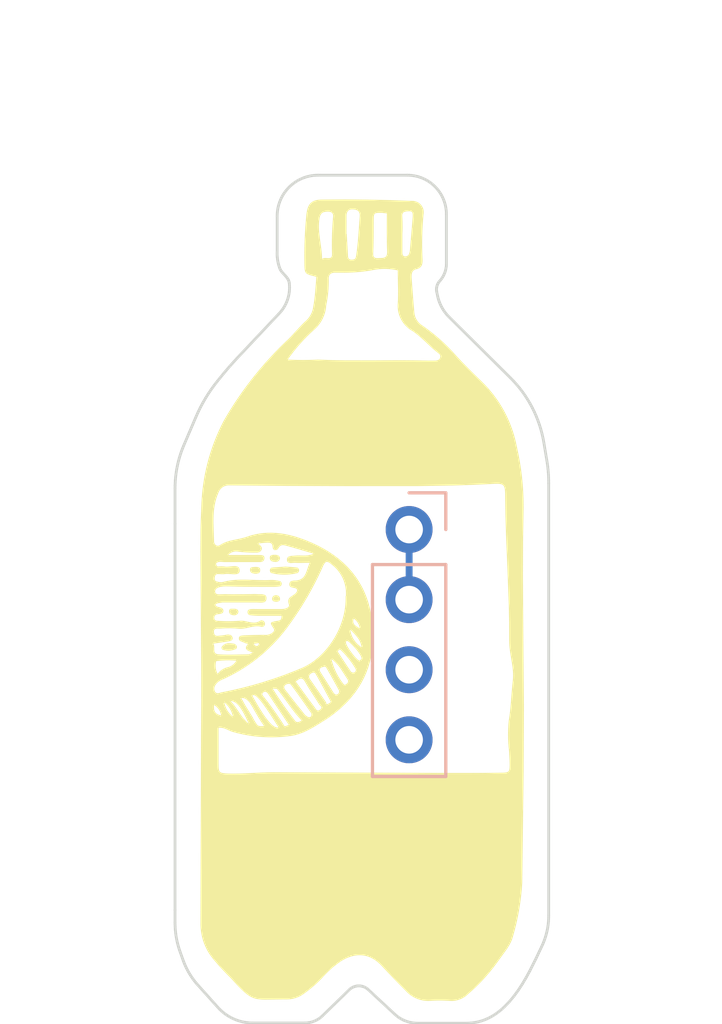
<source format=kicad_pcb>
(kicad_pcb (version 20221018) (generator pcbnew)
  (layers (0 "F.Cu" signal) (31 "B.Cu" signal) (34 "B.Paste" user) (35 "F.Paste" user) (36 "B.SilkS" user "B.Silkscreen") (37 "F.SilkS" user "F.Silkscreen") (38 "B.Mask" user) (39 "F.Mask" user) (44 "Edge.Cuts" user))
  (net 0 "")
  (net 1 "Net-(J2-Pin_1)")
  (footprint "PCM_kikit:Tab" (layer "F.Cu") (at 151.75 49.5 -90)
    (fp_text reference "REF**" hide)
    (fp_text value "Tab")
  )
  (footprint "PCM_kikit:Tab" (layer "F.Cu") (at 158.5 67.628612 180)
    (fp_text reference "REF**" hide)
    (fp_text value "Tab")
  )
  (footprint "PCM_kikit:Tab" (layer "F.Cu") (at 145 67.628612)
    (fp_text reference "REF**" hide)
    (fp_text value "Tab")
  )
  (footprint "Connector_PinHeader_2.54mm:PinHeader_1x04_P2.54mm_Vertical" (layer "B.Cu") (at 153.491021 62.340623 180)
    (fp_text reference "J2" hide)
    (fp_text value "BOTTLE")
  )
  (gr_poly (pts (xy 147.95671 63.695164) (xy 147.973507 63.69589) (xy 147.989983 63.697396) (xy 148.005927 63.699905) (xy 148.021128 63.703643) (xy 148.028384 63.706043) (xy 148.035374 63.708835) (xy 148.042073 63.712047) (xy 148.048453 63.715706) (xy 148.054489 63.719842) (xy 148.060154 63.724482) (xy 148.065422 63.729655) (xy 148.070265 63.735388) (xy 148.074658 63.74171) (xy 148.078575 63.748649) (xy 148.081988 63.756233) (xy 148.084871 63.76449) (xy 148.087198 63.773448) (xy 148.088943 63.783136) (xy 148.090078 63.793581) (xy 148.090578 63.804812) (xy 148.090477 63.816139) (xy 148.08984 63.826862) (xy 148.088684 63.836996) (xy 148.087025 63.846557) (xy 148.08488 63.855558) (xy 148.082267 63.864016) (xy 148.079202 63.871944) (xy 148.075702 63.879359) (xy 148.071784 63.886274) (xy 148.067466 63.892705) (xy 148.062764 63.898667) (xy 148.057695 63.904174) (xy 148.052276 63.909242) (xy 148.046524 63.913885) (xy 148.040456 63.918119) (xy 148.034089 63.921957) (xy 148.027439 63.925416) (xy 148.020525 63.92851) (xy 148.013362 63.931254) (xy 148.005968 63.933663) (xy 147.998359 63.935752) (xy 147.990554 63.937536) (xy 147.982567 63.939029) (xy 147.974418 63.940247) (xy 147.957696 63.941916) (xy 147.940523 63.942663) (xy 147.923036 63.942607) (xy 147.90537 63.941867) (xy 147.887723 63.940571) (xy 147.870292 63.938699) (xy 147.853202 63.936154) (xy 147.836581 63.932839) (xy 147.820558 63.928655) (xy 147.805259 63.923506) (xy 147.790811 63.917293) (xy 147.783947 63.913758) (xy 147.777344 63.909919) (xy 147.771017 63.905766) (xy 147.764983 63.901286) (xy 147.759257 63.896467) (xy 147.753856 63.891297) (xy 147.748796 63.885763) (xy 147.744092 63.879854) (xy 147.73976 63.873556) (xy 147.735817 63.866858) (xy 147.732278 63.859748) (xy 147.729159 63.852213) (xy 147.726476 63.844242) (xy 147.724245 63.835821) (xy 147.722482 63.826939) (xy 147.721203 63.817584) (xy 147.720424 63.807744) (xy 147.720161 63.797405) (xy 147.72045 63.787199) (xy 147.721302 63.777745) (xy 147.722691 63.769012) (xy 147.724596 63.760971) (xy 147.726992 63.753592) (xy 147.729855 63.746845) (xy 147.733162 63.7407) (xy 147.736888 63.735128) (xy 147.741011 63.730099) (xy 147.745506 63.725582) (xy 147.750349 63.721548) (xy 147.755518 63.717967) (xy 147.760987 63.714809) (xy 147.766734 63.712045) (xy 147.772735 63.709645) (xy 147.778966 63.707578) (xy 147.785403 63.705815) (xy 147.792022 63.704326) (xy 147.7988 63.703081) (xy 147.805713 63.70205) (xy 147.819849 63.700513) (xy 147.83424 63.699475) (xy 147.863027 63.697941) (xy 147.877043 63.696968) (xy 147.890555 63.69554) (xy 147.923004 63.695146)) (fill solid) (layer "F.SilkS"))
  (gr_poly (pts (xy 149.213868 63.696928) (xy 149.267666 63.701384) (xy 149.321984 63.706535) (xy 149.37665 63.712554) (xy 149.43149 63.719615) (xy 149.434125 63.719792) (xy 149.436817 63.72031) (xy 149.439556 63.721154) (xy 149.442334 63.722307) (xy 149.445142 63.723753) (xy 149.447971 63.725475) (xy 149.450812 63.727459) (xy 149.453656 63.729686) (xy 149.456495 63.732141) (xy 149.45932 63.734808) (xy 149.462121 63.73767) (xy 149.464891 63.740712) (xy 149.4703 63.747266) (xy 149.475475 63.754342) (xy 149.480347 63.761808) (xy 149.484844 63.769535) (xy 149.488896 63.777391) (xy 149.492433 63.785248) (xy 149.495384 63.792974) (xy 149.496618 63.796748) (xy 149.497679 63.80044) (xy 149.498558 63.804035) (xy 149.499246 63.807516) (xy 149.499735 63.810866) (xy 149.500016 63.81407) (xy 149.499982 63.820647) (xy 149.499221 63.827794) (xy 149.497787 63.835386) (xy 149.495734 63.843298) (xy 149.493117 63.851406) (xy 149.489989 63.859584) (xy 149.486406 63.867707) (xy 149.482422 63.875652) (xy 149.47809 63.883293) (xy 149.473465 63.890505) (xy 149.468601 63.897164) (xy 149.463553 63.903144) (xy 149.458375 63.908321) (xy 149.455754 63.91057) (xy 149.453121 63.912571) (xy 149.450482 63.914309) (xy 149.447845 63.915768) (xy 149.445216 63.916932) (xy 149.442602 63.917787) (xy 149.383996 63.931844) (xy 149.32508 63.944027) (xy 149.265897 63.954336) (xy 149.206492 63.962771) (xy 149.14691 63.969331) (xy 149.087195 63.974017) (xy 149.027391 63.976828) (xy 148.967542 63.977765) (xy 148.907694 63.976828) (xy 148.84789 63.974017) (xy 148.788174 63.969331) (xy 148.728592 63.962771) (xy 148.669188 63.954336) (xy 148.610005 63.944027) (xy 148.551088 63.931844) (xy 148.492482 63.917787) (xy 148.490036 63.917584) (xy 148.487565 63.916988) (xy 148.485076 63.916018) (xy 148.482577 63.914694) (xy 148.480076 63.913035) (xy 148.477579 63.91106) (xy 148.475094 63.908789) (xy 148.472629 63.90624) (xy 148.470191 63.903434) (xy 148.467788 63.90039) (xy 148.465427 63.897126) (xy 148.463116 63.893663) (xy 148.458671 63.886214) (xy 148.454514 63.878198) (xy 148.450704 63.86977) (xy 148.447301 63.861084) (xy 148.444364 63.852296) (xy 148.441954 63.843558) (xy 148.44013 63.835027) (xy 148.439457 63.830887) (xy 148.438952 63.826857) (xy 148.438623 63.822955) (xy 148.438479 63.819202) (xy 148.438525 63.815616) (xy 148.43877 63.812217) (xy 148.439219 63.808866) (xy 148.439866 63.805418) (xy 148.441722 63.798286) (xy 148.444272 63.790921) (xy 148.447451 63.783423) (xy 148.451196 63.775892) (xy 148.455439 63.768429) (xy 148.460116 63.761134) (xy 148.465163 63.754108) (xy 148.470513 63.747451) (xy 148.476102 63.741263) (xy 148.481865 63.735645) (xy 148.487737 63.730697) (xy 148.493651 63.726519) (xy 148.496605 63.72475) (xy 148.499544 63.723212) (xy 148.502462 63.721917) (xy 148.50535 63.720877) (xy 148.5082 63.720104) (xy 148.511004 63.719613) (xy 148.570845 63.713844) (xy 148.631012 63.708879) (xy 148.75293 63.700401) (xy 148.877975 63.692269) (xy 149.007361 63.682574)) (fill solid) (layer "F.SilkS"))
  (gr_poly (pts (xy 147.076942 65.209878) (xy 147.106608 65.21072) (xy 147.121028 65.210891) (xy 147.134908 65.210543) (xy 147.148561 65.210122) (xy 147.16235 65.210304) (xy 147.176149 65.211169) (xy 147.189834 65.2128) (xy 147.20328 65.215277) (xy 147.216363 65.218682) (xy 147.228957 65.223096) (xy 147.235032 65.225707) (xy 147.240938 65.228601) (xy 147.246659 65.231788) (xy 147.252181 65.235278) (xy 147.257487 65.239081) (xy 147.262561 65.243208) (xy 147.267389 65.247669) (xy 147.271954 65.252473) (xy 147.276241 65.257632) (xy 147.280235 65.263154) (xy 147.283919 65.269052) (xy 147.287279 65.275333) (xy 147.290298 65.28201) (xy 147.292961 65.289091) (xy 147.295252 65.296588) (xy 147.297156 65.304509) (xy 147.298657 65.312867) (xy 147.29974 65.321669) (xy 147.298745 65.328865) (xy 147.297404 65.335928) (xy 147.295728 65.34285) (xy 147.293726 65.349623) (xy 147.291407 65.356241) (xy 147.288782 65.362695) (xy 147.285859 65.368977) (xy 147.282649 65.37508) (xy 147.27916 65.380996) (xy 147.275403 65.386717) (xy 147.271387 65.392235) (xy 147.267121 65.397544) (xy 147.262616 65.402634) (xy 147.25788 65.407498) (xy 147.252923 65.412129) (xy 147.247756 65.416518) (xy 147.242386 65.420659) (xy 147.236825 65.424542) (xy 147.231081 65.428161) (xy 147.225165 65.431508) (xy 147.219084 65.434575) (xy 147.212851 65.437353) (xy 147.206473 65.439837) (xy 147.19996 65.442017) (xy 147.193322 65.443886) (xy 147.186569 65.445436) (xy 147.17971 65.44666) (xy 147.172754 65.447549) (xy 147.165712 65.448097) (xy 147.158593 65.448295) (xy 147.151406 65.448135) (xy 147.14416 65.44761) (xy 147.127431 65.447248) (xy 147.110679 65.446108) (xy 147.094058 65.444106) (xy 147.077719 65.441156) (xy 147.061814 65.437176) (xy 147.046495 65.43208) (xy 147.031914 65.425786) (xy 147.024948 65.422162) (xy 147.018223 65.418208) (xy 147.011758 65.413911) (xy 147.005573 65.409263) (xy 146.999687 65.404251) (xy 146.994117 65.398866) (xy 146.988885 65.393097) (xy 146.984007 65.386934) (xy 146.979504 65.380366) (xy 146.975395 65.373382) (xy 146.971697 65.365973) (xy 146.968431 65.358127) (xy 146.965616 65.349834) (xy 146.963269 65.341083) (xy 146.961412 65.331865) (xy 146.960061 65.322168) (xy 146.959237 65.311982) (xy 146.958958 65.301296) (xy 146.959257 65.290781) (xy 146.96014 65.28109) (xy 146.961581 65.27219) (xy 146.963555 65.264049) (xy 146.966038 65.256634) (xy 146.969005 65.249911) (xy 146.972431 65.243849) (xy 146.976292 65.238413) (xy 146.980562 65.233572) (xy 146.985217 65.229291) (xy 146.990233 65.225539) (xy 146.995583 65.222283) (xy 147.001245 65.219489) (xy 147.007192 65.217125) (xy 147.0134 65.215158) (xy 147.019845 65.213554) (xy 147.026501 65.212282) (xy 147.033345 65.211307) (xy 147.04035 65.210598) (xy 147.047493 65.210121) (xy 147.062091 65.209732)) (fill solid) (layer "F.SilkS"))
  (gr_poly (pts (xy 148.642128 63.256146) (xy 148.658352 63.257115) (xy 148.674706 63.258887) (xy 148.690996 63.261608) (xy 148.707025 63.265425) (xy 148.722598 63.270485) (xy 148.730153 63.273527) (xy 148.73752 63.276934) (xy 148.744676 63.280726) (xy 148.751596 63.284919) (xy 148.758255 63.289533) (xy 148.76463 63.294586) (xy 148.770695 63.300095) (xy 148.776426 63.306081) (xy 148.7818 63.31256) (xy 148.78679 63.319551) (xy 148.791374 63.327072) (xy 148.795526 63.335143) (xy 148.799223 63.34378) (xy 148.802439 63.353002) (xy 148.805151 63.362828) (xy 148.807333 63.373276) (xy 148.806601 63.381576) (xy 148.805422 63.389778) (xy 148.803805 63.397869) (xy 148.80176 63.405832) (xy 148.799294 63.41365) (xy 148.796416 63.421308) (xy 148.793135 63.42879) (xy 148.789459 63.43608) (xy 148.785397 63.443163) (xy 148.780957 63.450021) (xy 148.776148 63.456639) (xy 148.770978 63.463002) (xy 148.765457 63.469093) (xy 148.759592 63.474896) (xy 148.753393 63.480395) (xy 148.746867 63.485575) (xy 148.740067 63.49039) (xy 148.733052 63.494802) (xy 148.725838 63.498808) (xy 148.718445 63.502403) (xy 148.710889 63.505585) (xy 148.703189 63.508349) (xy 148.695362 63.510691) (xy 148.687425 63.512608) (xy 148.679397 63.514097) (xy 148.671295 63.515152) (xy 148.663137 63.515771) (xy 148.65494 63.515949) (xy 148.646723 63.515683) (xy 148.638503 63.51497) (xy 148.630298 63.513804) (xy 148.622125 63.512183) (xy 148.604784 63.511762) (xy 148.587579 63.510458) (xy 148.570645 63.508216) (xy 148.554119 63.504978) (xy 148.538134 63.500687) (xy 148.522829 63.495287) (xy 148.508337 63.48872) (xy 148.501438 63.484981) (xy 148.494794 63.480929) (xy 148.488421 63.476557) (xy 148.482337 63.471858) (xy 148.476558 63.466825) (xy 148.4711 63.46145) (xy 148.465983 63.455726) (xy 148.461221 63.449647) (xy 148.456832 63.443204) (xy 148.452833 63.436392) (xy 148.449241 63.429203) (xy 148.446073 63.421629) (xy 148.443346 63.413665) (xy 148.441077 63.405301) (xy 148.439282 63.396532) (xy 148.437979 63.387351) (xy 148.437185 63.377749) (xy 148.436917 63.367721) (xy 148.437158 63.357799) (xy 148.437871 63.348506) (xy 148.439039 63.339822) (xy 148.440646 63.331725) (xy 148.442675 63.324193) (xy 148.445109 63.317206) (xy 148.447931 63.310742) (xy 148.451126 63.304779) (xy 148.454676 63.299297) (xy 148.458564 63.294273) (xy 148.462775 63.289687) (xy 148.467292 63.285517) (xy 148.472097 63.281741) (xy 148.477175 63.278339) (xy 148.482508 63.275289) (xy 148.488081 63.27257) (xy 148.493876 63.27016) (xy 148.499876 63.268038) (xy 148.506066 63.266182) (xy 148.512429 63.264571) (xy 148.518948 63.263185) (xy 148.525605 63.262001) (xy 148.539273 63.260154) (xy 148.553298 63.258861) (xy 148.567549 63.257951) (xy 148.596193 63.256594) (xy 148.610853 63.256032) (xy 148.62623 63.255834)) (fill solid) (layer "F.SilkS"))
  (gr_poly (pts (xy 146.966772 66.459137) (xy 146.98489 66.460699) (xy 146.984884 66.460699) (xy 147.0176 66.46347) (xy 147.049014 66.465503) (xy 147.079038 66.467797) (xy 147.093502 66.469353) (xy 147.107586 66.471349) (xy 147.12128 66.473909) (xy 147.134572 66.477158) (xy 147.147451 66.481221) (xy 147.159907 66.486223) (xy 147.171929 66.492289) (xy 147.183507 66.499542) (xy 147.189125 66.503654) (xy 147.194628 66.508109) (xy 147.200014 66.512924) (xy 147.205282 66.518113) (xy 147.209465 66.521335) (xy 147.213444 66.524762) (xy 147.217214 66.528384) (xy 147.220769 66.532192) (xy 147.224105 66.536175) (xy 147.227214 66.540324) (xy 147.230092 66.544627) (xy 147.232732 66.549076) (xy 147.235131 66.55366) (xy 147.237281 66.55837) (xy 147.239177 66.563195) (xy 147.240813 66.568125) (xy 147.242185 66.573151) (xy 147.243286 66.578262) (xy 147.244112 66.583448) (xy 147.244655 66.5887) (xy 147.24491 66.593973) (xy 147.244877 66.599225) (xy 147.24456 66.604444) (xy 147.243963 66.609619) (xy 147.24309 66.61474) (xy 147.241944 66.619797) (xy 147.24053 66.624778) (xy 147.238852 66.629672) (xy 147.236914 66.634469) (xy 147.23472 66.639158) (xy 147.232273 66.643729) (xy 147.229578 66.64817) (xy 147.226638 66.652471) (xy 147.223459 66.656621) (xy 147.220043 66.66061) (xy 147.216394 66.664426) (xy 147.18749 66.678505) (xy 147.158028 66.690972) (xy 147.128075 66.701823) (xy 147.097696 66.711055) (xy 147.066956 66.718663) (xy 147.035921 66.724643) (xy 147.004657 66.728991) (xy 146.973228 66.731705) (xy 146.9417 66.732778) (xy 146.91014 66.732209) (xy 146.878611 66.729992) (xy 146.847181 66.726124) (xy 146.815913 66.720601) (xy 146.784875 66.713419) (xy 146.75413 66.704573) (xy 146.723745 66.694061) (xy 146.718572 66.689857) (xy 146.713815 66.685582) (xy 146.709464 66.681243) (xy 146.705512 66.676846) (xy 146.701951 66.672395) (xy 146.698772 66.667897) (xy 146.695968 66.663358) (xy 146.69353 66.658784) (xy 146.69145 66.654179) (xy 146.68972 66.649551) (xy 146.688332 66.644904) (xy 146.687278 66.640245) (xy 146.686549 66.635578) (xy 146.686138 66.630911) (xy 146.686036 66.626249) (xy 146.686235 66.621597) (xy 146.686727 66.616962) (xy 146.687504 66.612348) (xy 146.688558 66.607763) (xy 146.689881 66.60321) (xy 146.691464 66.598698) (xy 146.693299 66.59423) (xy 146.695378 66.589813) (xy 146.697694 66.585453) (xy 146.700237 66.581156) (xy 146.703001 66.576926) (xy 146.705975 66.572771) (xy 146.709154 66.568695) (xy 146.716088 66.560805) (xy 146.723739 66.553304) (xy 146.736827 66.540677) (xy 146.750537 66.528893) (xy 146.764829 66.517968) (xy 146.779663 66.507917) (xy 146.794996 66.498752) (xy 146.810788 66.49049) (xy 146.826997 66.483145) (xy 146.843583 66.476731) (xy 146.860505 66.471263) (xy 146.87772 66.466756) (xy 146.895189 66.463223) (xy 146.91287 66.460681) (xy 146.930721 66.459143) (xy 146.948702 66.458623)) (fill solid) (layer "F.SilkS"))
  (gr_poly (pts (xy 148.664725 64.717891) (xy 148.671828 64.717883) (xy 148.678891 64.71823) (xy 148.6859 64.718929) (xy 148.692845 64.719975) (xy 148.699712 64.721361) (xy 148.70649 64.723085) (xy 148.713166 64.72514) (xy 148.719728 64.727522) (xy 148.726163 64.730227) (xy 148.732461 64.73325) (xy 148.738608 64.736585) (xy 148.744591 64.740228) (xy 148.7504 64.744174) (xy 148.756022 64.748418) (xy 148.761444 64.752956) (xy 148.766655 64.757783) (xy 148.771616 64.762867) (xy 148.776293 64.768169) (xy 148.780683 64.773679) (xy 148.784779 64.779384) (xy 148.788576 64.785272) (xy 148.79207 64.791331) (xy 148.795255 64.797548) (xy 148.798127 64.803912) (xy 148.800679 64.81041) (xy 148.802907 64.817031) (xy 148.804807 64.823762) (xy 148.806372 64.830592) (xy 148.807597 64.837507) (xy 148.808478 64.844496) (xy 148.80901 64.851547) (xy 148.809187 64.858648) (xy 148.808983 64.865616) (xy 148.808378 64.872285) (xy 148.807386 64.878661) (xy 148.806018 64.884748) (xy 148.804286 64.890551) (xy 148.802204 64.896076) (xy 148.799781 64.901327) (xy 148.797032 64.906311) (xy 148.793969 64.911031) (xy 148.790603 64.915493) (xy 148.786946 64.919702) (xy 148.783012 64.923663) (xy 148.778811 64.927381) (xy 148.774357 64.930862) (xy 148.769661 64.93411) (xy 148.764737 64.93713) (xy 148.759595 64.939928) (xy 148.754248 64.942508) (xy 148.748709 64.944877) (xy 148.742989 64.947038) (xy 148.737101 64.948997) (xy 148.731057 64.950758) (xy 148.72487 64.952328) (xy 148.71855 64.953711) (xy 148.705566 64.955937) (xy 148.692202 64.957477) (xy 148.678555 64.958371) (xy 148.664725 64.95866) (xy 148.650853 64.958347) (xy 148.637096 64.957372) (xy 148.623566 64.955681) (xy 148.610378 64.953219) (xy 148.597646 64.949933) (xy 148.585484 64.945767) (xy 148.574006 64.940669) (xy 148.568558 64.937752) (xy 148.563324 64.934582) (xy 148.558319 64.931152) (xy 148.553555 64.927454) (xy 148.549048 64.923483) (xy 148.544811 64.91923) (xy 148.540859 64.91469) (xy 148.537206 64.909856) (xy 148.533867 64.904721) (xy 148.530855 64.899277) (xy 148.528185 64.893519) (xy 148.525871 64.887439) (xy 148.523927 64.881031) (xy 148.522368 64.874289) (xy 148.521208 64.867204) (xy 148.520461 64.85977) (xy 148.520141 64.851982) (xy 148.520262 64.843831) (xy 148.520986 64.836923) (xy 148.522043 64.830131) (xy 148.523423 64.823461) (xy 148.525118 64.816922) (xy 148.527119 64.810521) (xy 148.529418 64.804266) (xy 148.532005 64.798164) (xy 148.534871 64.792223) (xy 148.538009 64.786451) (xy 148.541409 64.780855) (xy 148.545062 64.775443) (xy 148.548959 64.770223) (xy 148.553093 64.765202) (xy 148.557453 64.760389) (xy 148.562032 64.75579) (xy 148.56682 64.751413) (xy 148.571808 64.747267) (xy 148.576988 64.743358) (xy 148.582352 64.739695) (xy 148.587889 64.736284) (xy 148.593592 64.733135) (xy 148.599451 64.730254) (xy 148.605459 64.727649) (xy 148.611605 64.725327) (xy 148.617881 64.723297) (xy 148.624279 64.721566) (xy 148.63079 64.720142) (xy 148.637404 64.719032) (xy 148.644114 64.718245) (xy 148.65091 64.717787) (xy 148.657783 64.717666)) (fill solid) (layer "F.SilkS"))
  (gr_poly (pts (xy 151.961431 50.383922) (xy 152.771892 50.401256) (xy 153.582003 50.430918) (xy 153.605886 50.430099) (xy 153.629633 50.430655) (xy 153.653194 50.432562) (xy 153.676513 50.4358) (xy 153.699539 50.440346) (xy 153.722218 50.446179) (xy 153.744497 50.453275) (xy 153.766323 50.461613) (xy 153.787643 50.471172) (xy 153.808403 50.481928) (xy 153.828551 50.493861) (xy 153.848034 50.506947) (xy 153.866798 50.521166) (xy 153.88479 50.536494) (xy 153.901958 50.55291) (xy 153.918247 50.570392) (xy 153.933501 50.588786) (xy 153.947585 50.607913) (xy 153.960484 50.62772) (xy 153.972184 50.648149) (xy 153.982669 50.669147) (xy 153.991925 50.690656) (xy 153.999936 50.712623) (xy 154.006687 50.734991) (xy 154.012164 50.757704) (xy 154.016351 50.780708) (xy 154.019232 50.803947) (xy 154.020794 50.827365) (xy 154.021021 50.850906) (xy 154.019898 50.874516) (xy 154.01741 50.898139) (xy 154.013542 50.921719) (xy 153.996436 51.120827) (xy 153.982893 51.320161) (xy 153.972913 51.519672) (xy 153.966498 51.719314) (xy 153.963648 51.919037) (xy 153.964364 52.118795) (xy 153.968647 52.318539) (xy 153.976498 52.518223) (xy 153.978277 52.548898) (xy 153.979274 52.579668) (xy 153.97923 52.610324) (xy 153.977884 52.640658) (xy 153.974975 52.67046) (xy 153.970243 52.699522) (xy 153.963427 52.727634) (xy 153.959157 52.741269) (xy 153.954268 52.754588) (xy 153.948727 52.767565) (xy 153.942504 52.780174) (xy 153.935564 52.792389) (xy 153.927875 52.804184) (xy 153.919404 52.815533) (xy 153.91012 52.82641) (xy 153.89999 52.836788) (xy 153.88898 52.846641) (xy 153.877059 52.855943) (xy 153.864194 52.864669) (xy 153.850352 52.872792) (xy 153.835501 52.880286) (xy 153.819608 52.887124) (xy 153.80264 52.893281) (xy 153.784566 52.898731) (xy 153.765352 52.903448) (xy 153.749829 52.90731) (xy 153.735192 52.911599) (xy 153.721415 52.916307) (xy 153.708472 52.921426) (xy 153.696338 52.92695) (xy 153.684987 52.932871) (xy 153.674392 52.939181) (xy 153.664529 52.945873) (xy 153.65537 52.952939) (xy 153.646892 52.960372) (xy 153.639068 52.968165) (xy 153.631871 52.976309) (xy 153.625277 52.984798) (xy 153.619259 52.993625) (xy 153.613792 53.00278) (xy 153.60885 53.012258) (xy 153.604408 53.022051) (xy 153.600439 53.032151) (xy 153.596917 53.042551) (xy 153.593817 53.053243) (xy 153.591113 53.06422) (xy 153.58878 53.075474) (xy 153.585121 53.098785) (xy 153.582635 53.123116) (xy 153.581114 53.148408) (xy 153.580352 53.1746) (xy 153.580144 53.201633) (xy 153.628299 53.843379) (xy 153.653069 54.164252) (xy 153.682006 54.485125) (xy 153.686501 54.521077) (xy 153.693082 54.556473) (xy 153.701698 54.591236) (xy 153.712301 54.625287) (xy 153.724841 54.658549) (xy 153.739269 54.690944) (xy 153.755535 54.722393) (xy 153.77359 54.752818) (xy 153.793383 54.782141) (xy 153.814867 54.810285) (xy 153.837991 54.837171) (xy 153.862706 54.86272) (xy 153.888963 54.886856) (xy 153.916712 54.909499) (xy 153.945903 54.930573) (xy 153.976487 54.949997) (xy 154.139134 55.066191) (xy 154.29811 55.187135) (xy 154.453315 55.31274) (xy 154.604647 55.442916) (xy 154.752005 55.577574) (xy 154.895289 55.716624) (xy 155.034397 55.859976) (xy 155.169229 56.007541) (xy 155.285976 56.133959) (xy 155.404155 56.259076) (xy 155.523636 56.382977) (xy 155.644289 56.505749) (xy 155.88859 56.748255) (xy 156.136017 56.987289) (xy 156.255498 57.108454) (xy 156.369964 57.233773) (xy 156.479329 57.363085) (xy 156.583505 57.496227) (xy 156.682406 57.633038) (xy 156.775944 57.773357) (xy 156.864034 57.917022) (xy 156.946587 58.06387) (xy 157.023517 58.213741) (xy 157.094737 58.366472) (xy 157.160161 58.521902) (xy 157.219701 58.67987) (xy 157.27327 58.840213) (xy 157.320782 59.00277) (xy 157.362149 59.167379) (xy 157.397285 59.333878) (xy 157.455924 59.604945) (xy 157.506645 59.877427) (xy 157.549429 60.15115) (xy 157.584255 60.42594) (xy 157.611105 60.701623) (xy 157.629959 60.978027) (xy 157.640798 61.254977) (xy 157.643603 61.5323) (xy 157.62393 62.736609) (xy 157.618864 63.940876) (xy 157.63458 66.349105) (xy 157.654809 68.75664) (xy 157.64361 71.16313) (xy 157.593605 75.159924) (xy 157.575478 75.403351) (xy 157.550576 75.646035) (xy 157.518922 75.887835) (xy 157.480541 76.128612) (xy 157.435458 76.368225) (xy 157.383695 76.606532) (xy 157.325279 76.843395) (xy 157.260232 77.078673) (xy 157.242411 77.142083) (xy 157.220455 77.204565) (xy 157.194745 77.26619) (xy 157.165659 77.327028) (xy 157.133579 77.38715) (xy 157.098883 77.446626) (xy 157.061951 77.505527) (xy 157.023164 77.563924) (xy 156.691641 78.021389) (xy 156.572309 78.181918) (xy 156.448256 78.338653) (xy 156.319576 78.491495) (xy 156.186362 78.64034) (xy 156.048707 78.78509) (xy 155.906705 78.925642) (xy 155.760449 79.061895) (xy 155.610031 79.193749) (xy 155.576606 79.223698) (xy 155.541816 79.251694) (xy 155.505748 79.277706) (xy 155.468489 79.301704) (xy 155.430124 79.323658) (xy 155.390741 79.343538) (xy 155.350426 79.361313) (xy 155.309266 79.376952) (xy 155.267348 79.390427) (xy 155.224757 79.401705) (xy 155.18158 79.410757) (xy 155.137904 79.417554) (xy 155.093816 79.422063) (xy 155.049402 79.424255) (xy 155.004749 79.4241) (xy 154.959943 79.421568) (xy 154.871116 79.415987) (xy 154.782226 79.412001) (xy 154.693294 79.409609) (xy 154.604341 79.408812) (xy 154.515388 79.409608) (xy 154.426456 79.411999) (xy 154.337568 79.415984) (xy 154.248743 79.421562) (xy 154.18704 79.423626) (xy 154.125672 79.422198) (xy 154.064774 79.417333) (xy 154.004479 79.409084) (xy 153.944919 79.397506) (xy 153.886227 79.382653) (xy 153.828539 79.36458) (xy 153.771985 79.34334) (xy 153.7167 79.318989) (xy 153.662817 79.29158) (xy 153.610468 79.261168) (xy 153.559788 79.227807) (xy 153.510909 79.191551) (xy 153.463965 79.152455) (xy 153.419089 79.110574) (xy 153.376414 79.06596) (xy 153.150344 78.837229) (xy 152.925894 78.606645) (xy 152.703066 78.374207) (xy 152.48186 78.139917) (xy 152.443664 78.100521) (xy 152.404788 78.063254) (xy 152.365249 78.028128) (xy 152.325063 77.995156) (xy 152.284244 77.96435) (xy 152.242809 77.935723) (xy 152.200773 77.909287) (xy 152.158151 77.885055) (xy 152.11496 77.86304) (xy 152.071214 77.843254) (xy 152.026931 77.825709) (xy 151.982124 77.810419) (xy 151.936809 77.797395) (xy 151.891003 77.786651) (xy 151.844721 77.778198) (xy 151.797979 77.77205) (xy 151.750791 77.768218) (xy 151.703174 77.766717) (xy 151.655144 77.767557) (xy 151.606715 77.770751) (xy 151.557903 77.776313) (xy 151.508725 77.784255) (xy 151.459196 77.794588) (xy 151.40933 77.807327) (xy 151.359145 77.822482) (xy 151.308655 77.840068) (xy 151.257876 77.860096) (xy 151.206824 77.882579) (xy 151.155514 77.907529) (xy 151.103962 77.934959) (xy 151.052183 77.964882) (xy 151.000193 77.997311) (xy 150.90533 78.065181) (xy 150.812765 78.136005) (xy 150.722563 78.209722) (xy 150.634794 78.286273) (xy 150.549522 78.365598) (xy 150.466815 78.447635) (xy 150.38674 78.532325) (xy 150.309364 78.619608) (xy 150.238978 78.690371) (xy 150.167085 78.75955) (xy 150.093711 78.827121) (xy 150.018883 78.893062) (xy 149.942629 78.957348) (xy 149.864977 79.019955) (xy 149.785952 79.080861) (xy 149.705583 79.140042) (xy 149.672432 79.165637) (xy 149.638371 79.1898) (xy 149.603448 79.212514) (xy 149.56771 79.23376) (xy 149.531205 79.25352) (xy 149.49398 79.271779) (xy 149.456082 79.288517) (xy 149.417559 79.303717) (xy 149.378458 79.317362) (xy 149.338826 79.329435) (xy 149.298711 79.339916) (xy 149.25816 79.34879) (xy 149.217221 79.356038) (xy 149.17594 79.361643) (xy 149.134365 79.365587) (xy 149.092544 79.367852) (xy 148.959194 79.367852) (xy 148.290621 79.376967) (xy 148.170596 79.374668) (xy 148.063346 79.366972) (xy 148.013563 79.360544) (xy 147.965836 79.352098) (xy 147.919785 79.341412) (xy 147.87503 79.328263) (xy 147.831193 79.312428) (xy 147.787892 79.293684) (xy 147.74475 79.271808) (xy 147.701387 79.246579) (xy 147.657422 79.217772) (xy 147.612477 79.185166) (xy 147.518128 79.107661) (xy 147.415304 79.012284) (xy 147.300968 78.89725) (xy 147.172085 78.760779) (xy 147.025619 78.601087) (xy 146.934697 78.511347) (xy 146.845119 78.420296) (xy 146.756899 78.327949) (xy 146.670051 78.23432) (xy 146.584588 78.139425) (xy 146.500524 78.043278) (xy 146.417873 77.945895) (xy 146.336649 77.847291) (xy 146.288613 77.782258) (xy 146.24339 77.715524) (xy 146.201012 77.64718) (xy 146.161511 77.577321) (xy 146.124919 77.506038) (xy 146.09127 77.433424) (xy 146.060593 77.359573) (xy 146.032923 77.284578) (xy 146.008291 77.20853) (xy 145.986728 77.131524) (xy 145.968268 77.053651) (xy 145.952943 76.975005) (xy 145.940784 76.895678) (xy 145.931823 76.815763) (xy 145.926094 76.735354) (xy 145.923627 76.654543) (xy 145.942149 69.855549) (xy 145.948491 68.777782) (xy 146.412538 68.777782) (xy 146.413322 68.810975) (xy 146.416119 68.842217) (xy 146.418329 68.857117) (xy 146.421109 68.871539) (xy 146.424481 68.885489) (xy 146.428469 68.89897) (xy 146.433095 68.911985) (xy 146.43838 68.924539) (xy 146.444348 68.936636) (xy 146.45102 68.948278) (xy 146.45842 68.95947) (xy 146.466569 68.970215) (xy 146.47549 68.980517) (xy 146.485205 68.99038) (xy 146.495736 68.999807) (xy 146.507107 69.008803) (xy 146.519339 69.017371) (xy 146.532455 69.025515) (xy 146.546477 69.033238) (xy 146.561427 69.040545) (xy 146.577328 69.047438) (xy 146.594203 69.053922) (xy 146.612073 69.06) (xy 146.630961 69.065677) (xy 146.671881 69.075839) (xy 146.666339 69.046544) (xy 146.659213 69.017763) (xy 146.650542 68.989552) (xy 146.640363 68.961965) (xy 146.628714 68.935059) (xy 146.615634 68.90889) (xy 146.601161 68.883511) (xy 146.585331 68.85898) (xy 146.568184 68.835351) (xy 146.549757 68.812679) (xy 146.530089 68.791021) (xy 146.509216 68.770431) (xy 146.487177 68.750966) (xy 146.46401 68.732679) (xy 146.439754 68.715628) (xy 146.414445 68.699867) (xy 146.416293 68.705424) (xy 146.413588 68.742608) (xy 146.412538 68.777782) (xy 145.948491 68.777782) (xy 145.949505 68.605407) (xy 146.785248 68.605407) (xy 146.792853 68.641745) (xy 146.802548 68.679385) (xy 146.813917 68.716428) (xy 146.826927 68.752822) (xy 146.841547 68.788516) (xy 146.857746 68.823459) (xy 146.875493 68.857599) (xy 146.894757 68.890885) (xy 146.915506 68.923266) (xy 146.937709 68.954691) (xy 146.961335 68.985108) (xy 146.986353 69.014466) (xy 147.012732 69.042715) (xy 147.04044 69.069802) (xy 147.069445 69.095677) (xy 147.099718 69.120288) (xy 147.091274 69.082201) (xy 147.081178 69.044661) (xy 147.06946 69.007715) (xy 147.056149 68.971412) (xy 147.041276 68.9358) (xy 147.024869 68.900929) (xy 147.006959 68.866845) (xy 146.987575 68.833599) (xy 146.966747 68.801237) (xy 146.944504 68.769809) (xy 146.920877 68.739363) (xy 146.895895 68.709948) (xy 146.869587 68.681612) (xy 146.841983 68.654403) (xy 146.813114 68.628369) (xy 146.785248 68.605407) (xy 145.949505 68.605407) (xy 145.949789 68.55718) (xy 145.949786 68.555404) (xy 147.012664 68.555404) (xy 147.059991 68.604948) (xy 147.104353 68.656141) (xy 147.146214 68.70868) (xy 147.186037 68.76226) (xy 147.261426 68.87133) (xy 147.334232 68.980922) (xy 147.408167 69.088603) (xy 147.446718 69.140968) (xy 147.486943 69.191944) (xy 147.529305 69.241226) (xy 147.574269 69.288513) (xy 147.622299 69.333498) (xy 147.673859 69.37588) (xy 147.673859 69.375877) (xy 147.624537 69.267794) (xy 147.577156 69.168411) (xy 147.531527 69.077487) (xy 147.487463 68.994781) (xy 147.444778 68.920052) (xy 147.403284 68.853057) (xy 147.362793 68.793556) (xy 147.32312 68.741306) (xy 147.284075 68.696067) (xy 147.245473 68.657597) (xy 147.207126 68.625655) (xy 147.168847 68.599999) (xy 147.130448 68.580387) (xy 147.091743 68.566578) (xy 147.052544 68.558331) (xy 147.012664 68.555404) (xy 145.949786 68.555404) (xy 145.949623 68.453542) (xy 147.401603 68.453542) (xy 147.413613 68.471008) (xy 147.425242 68.488722) (xy 147.436486 68.506677) (xy 147.447341 68.524867) (xy 147.457803 68.543286) (xy 147.467869 68.561928) (xy 147.477535 68.580785) (xy 147.486797 68.599853) (xy 147.521871 68.662015) (xy 147.55764 68.723482) (xy 147.594103 68.784254) (xy 147.631259 68.844332) (xy 147.816467 69.142518) (xy 147.834294 69.179712) (xy 147.853138 69.216374) (xy 147.872986 69.252484) (xy 147.893826 69.288021) (xy 147.915646 69.322965) (xy 147.938434 69.357295) (xy 147.962176 69.390991) (xy 147.986862 69.424033) (xy 147.992551 69.429359) (xy 147.998498 69.434237) (xy 148.004689 69.438686) (xy 148.011109 69.442724) (xy 148.017745 69.44637) (xy 148.024583 69.449643) (xy 148.031608 69.452561) (xy 148.038808 69.455142) (xy 148.053673 69.459372) (xy 148.069067 69.462482) (xy 148.084879 69.46462) (xy 148.100997 69.465937) (xy 148.117311 69.46658) (xy 148.133709 69.4667) (xy 148.166312 69.465966) (xy 148.197915 69.464927) (xy 148.213064 69.464667) (xy 148.22763 69.464779) (xy 148.217077 69.446369) (xy 148.206159 69.428181) (xy 148.194878 69.410221) (xy 148.183239 69.392494) (xy 148.171245 69.375005) (xy 148.158901 69.35776) (xy 148.146208 69.340763) (xy 148.133172 69.324021) (xy 148.027602 69.155481) (xy 147.875735 68.896188) (xy 147.859067 68.868407) (xy 147.84079 68.834198) (xy 147.821973 68.800291) (xy 147.802619 68.766693) (xy 147.782733 68.733411) (xy 147.762317 68.700451) (xy 147.741377 68.667819) (xy 147.719916 68.635521) (xy 147.697937 68.603564) (xy 147.685147 68.587758) (xy 147.67115 68.571745) (xy 147.656041 68.555754) (xy 147.639914 68.540013) (xy 147.622865 68.524749) (xy 147.604989 68.510191) (xy 147.58638 68.496566) (xy 147.567133 68.484102) (xy 147.5573 68.478377) (xy 147.547344 68.473028) (xy 147.537276 68.468083) (xy 147.527107 68.46357) (xy 147.516851 68.459519) (xy 147.506518 68.455957) (xy 147.49612 68.452914) (xy 147.48567 68.450417) (xy 147.47518 68.448496) (xy 147.46466 68.447178) (xy 147.454124 68.446492) (xy 147.443582 68.446467) (xy 147.433048 68.447131) (xy 147.422531 68.448512) (xy 147.412046 68.45064) (xy 147.401603 68.453542) (xy 145.949623 68.453542) (xy 145.949474 68.360935) (xy 147.803502 68.360935) (xy 147.926454 68.580736) (xy 148.054375 68.797651) (xy 148.18425 69.002194) (xy 148.248977 69.096863) (xy 148.31306 69.184881) (xy 148.376124 69.265065) (xy 148.43779 69.336228) (xy 148.497682 69.397184) (xy 148.555423 69.446749) (xy 148.610635 69.483736) (xy 148.637175 69.497142) (xy 148.662941 69.50696) (xy 148.687887 69.51304) (xy 148.711965 69.515235) (xy 148.735128 69.513396) (xy 148.757329 69.507375) (xy 148.751767 69.507375) (xy 148.459312 69.051647) (xy 148.317273 68.838932) (xy 148.183177 68.650786) (xy 148.120316 68.569318) (xy 148.060889 68.498062) (xy 148.00538 68.438374) (xy 147.954271 68.391611) (xy 147.908046 68.359129) (xy 147.886916 68.348667) (xy 147.867188 68.342284) (xy 147.848922 68.34015) (xy 147.832178 68.342434) (xy 147.817018 68.349306) (xy 147.803502 68.360935) (xy 145.949474 68.360935) (xy 145.949382 68.303473) (xy 148.166831 68.303473) (xy 148.167161 68.309511) (xy 148.168035 68.31555) (xy 148.169417 68.321587) (xy 148.171268 68.327617) (xy 148.173552 68.333635) (xy 148.176232 68.339635) (xy 148.17927 68.345614) (xy 148.182628 68.351566) (xy 148.190159 68.363372) (xy 148.198525 68.375016) (xy 148.207428 68.386459) (xy 148.225652 68.40859) (xy 148.234377 68.419202) (xy 148.242444 68.429461) (xy 148.340888 68.555726) (xy 148.437558 68.683326) (xy 148.53244 68.812242) (xy 148.625522 68.942455) (xy 148.71679 69.073945) (xy 148.806231 69.206695) (xy 148.89383 69.340684) (xy 148.978264 69.473824) (xy 148.980569 69.472702) (xy 148.988298 69.469401) (xy 149.006634 69.462521) (xy 149.027705 69.45538) (xy 149.050187 69.448109) (xy 149.072755 69.440838) (xy 149.094085 69.433697) (xy 149.112855 69.426817) (xy 149.120866 69.423516) (xy 149.12774 69.420328) (xy 148.386907 68.309077) (xy 148.378702 68.2973) (xy 148.37006 68.285706) (xy 148.360979 68.274474) (xy 148.351456 68.263788) (xy 148.341488 68.25383) (xy 148.336336 68.24918) (xy 148.331072 68.244779) (xy 148.325695 68.240652) (xy 148.320206 68.23682) (xy 148.314603 68.233306) (xy 148.308887 68.230133) (xy 148.303057 68.227323) (xy 148.297112 68.2249) (xy 148.291053 68.222885) (xy 148.284879 68.221303) (xy 148.278589 68.220174) (xy 148.272184 68.219523) (xy 148.265663 68.219372) (xy 148.259026 68.219743) (xy 148.252272 68.22066) (xy 148.245401 68.222144) (xy 148.238412 68.22422) (xy 148.231306 68.226909) (xy 148.224082 68.230234) (xy 148.21674 68.234218) (xy 148.209278 68.238883) (xy 148.201698 68.244253) (xy 148.19453 68.250009) (xy 148.188279 68.255815) (xy 148.182908 68.261665) (xy 148.178381 68.267555) (xy 148.174659 68.273481) (xy 148.171706 68.279437) (xy 148.169484 68.285419) (xy 148.167955 68.291422) (xy 148.167084 68.297442) (xy 148.166831 68.303473) (xy 145.949382 68.303473) (xy 145.949072 68.110807) (xy 146.424088 68.110807) (xy 146.424789 68.127171) (xy 146.426654 68.1435) (xy 146.429692 68.159731) (xy 146.433912 68.175802) (xy 146.43932 68.191649) (xy 146.445927 68.207209) (xy 146.4519 68.216972) (xy 146.458009 68.225795) (xy 146.464248 68.233718) (xy 146.470612 68.240778) (xy 146.477095 68.247014) (xy 146.483692 68.252462) (xy 146.490397 68.257162) (xy 146.497206 68.261151) (xy 146.504113 68.264467) (xy 146.511111 68.267149) (xy 146.518197 68.269233) (xy 146.525364 68.270759) (xy 146.532606 68.271763) (xy 146.53992 68.272285) (xy 146.547298 68.272362) (xy 146.554736 68.272032) (xy 146.562229 68.271333) (xy 146.56977 68.270303) (xy 146.584978 68.267402) (xy 146.600315 68.263633) (xy 146.61574 68.259299) (xy 146.646675 68.250155) (xy 146.6621 68.245952) (xy 146.677437 68.2424) (xy 147.055542 68.164935) (xy 147.319443 68.103497) (xy 148.542487 68.103497) (xy 148.637312 68.254606) (xy 148.734177 68.404386) (xy 148.833067 68.552816) (xy 148.933969 68.699877) (xy 149.036868 68.845548) (xy 149.141749 68.989808) (xy 149.248599 69.132637) (xy 149.357402 69.274014) (xy 149.36234 69.279879) (xy 149.36743 69.285323) (xy 149.372672 69.290345) (xy 149.378068 69.294947) (xy 149.383617 69.29913) (xy 149.389319 69.302895) (xy 149.395176 69.306243) (xy 149.401187 69.309175) (xy 149.407352 69.311691) (xy 149.413672 69.313794) (xy 149.420148 69.315483) (xy 149.42678 69.31676) (xy 149.433567 69.317627) (xy 149.440511 69.318083) (xy 149.447611 69.31813) (xy 149.454868 69.31777) (xy 149.462283 69.317002) (xy 149.469856 69.315829) (xy 149.477586 69.31425) (xy 149.485475 69.312268) (xy 149.493522 69.309882) (xy 149.501729 69.307095) (xy 149.510095 69.303907) (xy 149.51862 69.30032) (xy 149.527306 69.296333) (xy 149.536152 69.291949) (xy 149.545159 69.287167) (xy 149.554326 69.281991) (xy 149.573146 69.270453) (xy 149.592615 69.257346) (xy 149.529564 69.19157) (xy 149.468727 69.124246) (xy 149.409844 69.055559) (xy 149.352654 68.985698) (xy 149.24231 68.8432) (xy 149.135613 68.698249) (xy 148.924823 68.40698) (xy 148.816564 68.263657) (xy 148.760807 68.193229) (xy 148.703617 68.123872) (xy 148.702992 68.122379) (xy 148.702153 68.121018) (xy 148.701094 68.119783) (xy 148.699808 68.118666) (xy 148.698287 68.117659) (xy 148.696524 68.116753) (xy 148.694512 68.115942) (xy 148.692244 68.115218) (xy 148.689713 68.114572) (xy 148.686912 68.113997) (xy 148.683833 68.113485) (xy 148.68047 68.113029) (xy 148.672861 68.11225) (xy 148.664029 68.111599) (xy 148.615325 68.109023) (xy 148.59952 68.108074) (xy 148.582151 68.106879) (xy 148.563158 68.105373) (xy 148.542487 68.103497) (xy 147.319443 68.103497) (xy 147.431248 68.077468) (xy 147.522189 68.053726) (xy 148.960064 68.053726) (xy 148.960363 68.05974) (xy 148.961015 68.065792) (xy 148.962009 68.071876) (xy 148.963333 68.077986) (xy 148.964976 68.084117) (xy 148.966926 68.090263) (xy 148.969174 68.096418) (xy 148.971707 68.102577) (xy 148.974515 68.108733) (xy 148.980908 68.121015) (xy 148.988264 68.133219) (xy 148.996494 68.145298) (xy 149.005508 68.157206) (xy 149.343978 68.589203) (xy 149.685224 69.018423) (xy 149.692077 69.026986) (xy 149.699149 69.03535) (xy 149.706435 69.043513) (xy 149.713931 69.051471) (xy 149.721632 69.059219) (xy 149.729533 69.066754) (xy 149.73763 69.074072) (xy 149.745919 69.081169) (xy 149.754395 69.088042) (xy 149.763053 69.094686) (xy 149.771889 69.101099) (xy 149.780899 69.107276) (xy 149.790077 69.113213) (xy 149.79942 69.118907) (xy 149.808922 69.124354) (xy 149.81858 69.12955) (xy 149.823649 69.13271) (xy 149.828882 69.135475) (xy 149.834258 69.137845) (xy 149.839754 69.139818) (xy 149.845349 69.141395) (xy 149.851022 69.142574) (xy 149.856751 69.143355) (xy 149.862515 69.143737) (xy 149.868291 69.143719) (xy 149.874058 69.143301) (xy 149.879795 69.142482) (xy 149.88548 69.141262) (xy 149.891091 69.139639) (xy 149.896607 69.137613) (xy 149.902007 69.135183) (xy 149.907267 69.132349) (xy 149.909825 69.13079) (xy 149.912313 69.129148) (xy 149.914729 69.127426) (xy 149.917073 69.125627) (xy 149.919343 69.123753) (xy 149.921538 69.121807) (xy 149.923657 69.119791) (xy 149.925699 69.117707) (xy 149.927661 69.115557) (xy 149.929544 69.113345) (xy 149.931346 69.111073) (xy 149.933065 69.108742) (xy 149.9347 69.106355) (xy 149.936251 69.103916) (xy 149.937715 69.101425) (xy 149.939092 69.098886) (xy 149.94038 69.0963) (xy 149.941578 69.093671) (xy 149.942685 69.091001) (xy 149.943699 69.088292) (xy 149.94462 69.085546) (xy 149.945446 69.082766) (xy 149.946176 69.079954) (xy 149.946809 69.077113) (xy 149.947342 69.074245) (xy 149.947776 69.071353) (xy 149.948109 69.068438) (xy 149.948339 69.065503) (xy 149.948466 69.062552) (xy 149.948487 69.059585) (xy 149.948403 69.056605) (xy 149.948211 69.053616) (xy 149.948217 69.053616) (xy 149.948217 69.009165) (xy 149.583358 68.488498) (xy 149.397629 68.229119) (xy 149.303179 68.1002) (xy 149.207384 67.971997) (xy 149.203094 67.966478) (xy 149.198565 67.961376) (xy 149.193808 67.956684) (xy 149.188835 67.952398) (xy 149.183655 67.948511) (xy 149.178279 67.945016) (xy 149.17272 67.941908) (xy 149.166986 67.93918) (xy 149.16109 67.936827) (xy 149.155042 67.934842) (xy 149.148853 67.933219) (xy 149.142533 67.931953) (xy 149.136094 67.931036) (xy 149.129547 67.930463) (xy 149.122902 67.930228) (xy 149.11617 67.930325) (xy 149.109362 67.930747) (xy 149.102489 67.931488) (xy 149.095562 67.932543) (xy 149.088591 67.933906) (xy 149.081588 67.935569) (xy 149.074563 67.937528) (xy 149.067528 67.939775) (xy 149.060492 67.942305) (xy 149.046464 67.94819) (xy 149.032566 67.955133) (xy 149.018885 67.963085) (xy 149.005508 67.971997) (xy 148.999173 67.976749) (xy 148.99336 67.981626) (xy 148.988056 67.986621) (xy 148.98325 67.99173) (xy 148.978931 67.996945) (xy 148.975088 68.002262) (xy 148.971709 68.007675) (xy 148.968784 68.013177) (xy 148.966301 68.018764) (xy 148.964249 68.024428) (xy 148.962617 68.030166) (xy 148.961394 68.03597) (xy 148.960568 68.041835) (xy 148.960128 68.047756) (xy 148.960064 68.053726) (xy 147.522189 68.053726) (xy 147.804358 67.98006) (xy 148.174676 67.872771) (xy 148.248957 67.849089) (xy 149.380484 67.849089) (xy 149.719483 68.315098) (xy 149.888544 68.545393) (xy 150.059343 68.773953) (xy 150.068041 68.786082) (xy 150.076833 68.799274) (xy 150.095083 68.8272) (xy 150.10473 68.841109) (xy 150.114851 68.854431) (xy 150.125543 68.866756) (xy 150.131132 68.872414) (xy 150.136899 68.877669) (xy 150.142856 68.882468) (xy 150.149015 68.886759) (xy 150.155388 68.890492) (xy 150.161986 68.893614) (xy 150.168821 68.896075) (xy 150.175906 68.897821) (xy 150.183252 68.898803) (xy 150.19087 68.898968) (xy 150.198774 68.898265) (xy 150.206975 68.896642) (xy 150.215484 68.894048) (xy 150.224313 68.890431) (xy 150.233475 68.88574) (xy 150.242981 68.879923) (xy 150.252843 68.872929) (xy 150.263073 68.864705) (xy 150.272849 68.856021) (xy 150.281378 68.84767) (xy 150.288715 68.839637) (xy 150.294914 68.831907) (xy 150.30003 68.824466) (xy 150.304119 68.8173) (xy 150.307235 68.810393) (xy 150.309434 68.803732) (xy 150.31077 68.797301) (xy 150.311298 68.791086) (xy 150.311073 68.785073) (xy 150.31015 68.779246) (xy 150.308584 68.773592) (xy 150.306431 68.768095) (xy 150.303744 68.762742) (xy 150.300579 68.757517) (xy 150.29699 68.752406) (xy 150.293034 68.747394) (xy 150.284236 68.73761) (xy 150.274623 68.728049) (xy 150.264637 68.718594) (xy 150.254716 68.709127) (xy 150.245299 68.699533) (xy 150.240917 68.694652) (xy 150.236826 68.689695) (xy 150.233081 68.684648) (xy 150.229737 68.679497) (xy 150.165149 68.577169) (xy 150.099541 68.475536) (xy 149.967436 68.272965) (xy 149.902024 68.171332) (xy 149.837762 68.069005) (xy 149.775192 67.965635) (xy 149.714859 67.860877) (xy 149.703809 67.842332) (xy 149.692882 67.82555) (xy 149.682068 67.810474) (xy 149.671359 67.797044) (xy 149.660746 67.785202) (xy 149.650221 67.774887) (xy 149.639776 67.766041) (xy 149.629401 67.758606) (xy 149.619089 67.752521) (xy 149.60883 67.747729) (xy 149.598617 67.74417) (xy 149.588441 67.741785) (xy 149.578294 67.740515) (xy 149.568166 67.7403) (xy 149.55805 67.741083) (xy 149.547938 67.742804) (xy 149.537819 67.745404) (xy 149.527687 67.748824) (xy 149.517532 67.753006) (xy 149.507347 67.757889) (xy 149.497122 67.763415) (xy 149.486849 67.769525) (xy 149.466127 67.783261) (xy 149.445111 67.798624) (xy 149.423734 67.815144) (xy 149.380484 67.849089) (xy 148.248957 67.849089) (xy 148.542006 67.75566) (xy 148.781553 67.672199) (xy 149.861988 67.672199) (xy 149.862284 67.678417) (xy 149.862892 67.684681) (xy 149.863809 67.690982) (xy 149.865038 67.697314) (xy 149.866578 67.703671) (xy 149.86843 67.710046) (xy 149.870594 67.716431) (xy 149.87307 67.72282) (xy 149.875859 67.729207) (xy 149.878961 67.735584) (xy 149.882376 67.741945) (xy 149.886105 67.748283) (xy 149.890148 67.754591) (xy 149.894505 67.760863) (xy 150.472354 68.592449) (xy 150.482715 68.618869) (xy 150.487527 68.632394) (xy 150.489594 68.639017) (xy 150.49134 68.645463) (xy 150.492696 68.651671) (xy 150.493591 68.657577) (xy 150.493953 68.66312) (xy 150.493913 68.665736) (xy 150.493714 68.668237) (xy 150.493346 68.670617) (xy 150.492801 68.672866) (xy 150.49207 68.674978) (xy 150.491832 68.675484) (xy 150.512623 68.668805) (xy 150.532721 68.661742) (xy 150.55117 68.654614) (xy 150.567969 68.647432) (xy 150.583119 68.640206) (xy 150.596619 68.632948) (xy 150.608469 68.625668) (xy 150.61867 68.618378) (xy 150.627222 68.611087) (xy 150.634124 68.603807) (xy 150.639376 68.596549) (xy 150.641384 68.592931) (xy 150.642979 68.589323) (xy 150.644162 68.585726) (xy 150.644932 68.582141) (xy 150.64529 68.57857) (xy 150.645236 68.575013) (xy 150.644769 68.571473) (xy 150.64389 68.567951) (xy 150.642598 68.564447) (xy 150.640894 68.560964) (xy 150.504216 68.309689) (xy 150.369794 68.059281) (xy 150.234331 67.81061) (xy 150.165178 67.687196) (xy 150.094527 67.564542) (xy 150.090248 67.557604) (xy 150.085753 67.551359) (xy 150.081054 67.545787) (xy 150.076163 67.540863) (xy 150.071091 67.536566) (xy 150.06585 67.532873) (xy 150.060453 67.529762) (xy 150.054911 67.527211) (xy 150.049236 67.525197) (xy 150.04344 67.523698) (xy 150.037535 67.522691) (xy 150.031532 67.522154) (xy 150.025444 67.522065) (xy 150.019282 67.522401) (xy 150.013059 67.52314) (xy 150.006786 67.52426) (xy 150.000474 67.525737) (xy 149.994137 67.527551) (xy 149.987785 67.529677) (xy 149.981431 67.532095) (xy 149.968764 67.537714) (xy 149.956229 67.544228) (xy 149.943922 67.551458) (xy 149.931938 67.559225) (xy 149.920372 67.56735) (xy 149.909319 67.575654) (xy 149.904089 67.579907) (xy 149.899162 67.584327) (xy 149.89454 67.588906) (xy 149.890223 67.593639) (xy 149.886212 67.598519) (xy 149.882505 67.603538) (xy 149.879105 67.60869) (xy 149.876011 67.613968) (xy 149.873223 67.619366) (xy 149.870743 67.624876) (xy 149.86857 67.630493) (xy 149.866704 67.636208) (xy 149.865146 67.642015) (xy 149.863896 67.647908) (xy 149.862955 67.65388) (xy 149.862323 67.659923) (xy 149.862001 67.666032) (xy 149.861988 67.672199) (xy 148.781553 67.672199) (xy 148.906152 67.628787) (xy 149.266916 67.492212) (xy 149.432643 67.42437) (xy 150.247224 67.42437) (xy 150.247938 67.433043) (xy 150.249469 67.442172) (xy 150.251843 67.451772) (xy 150.255087 67.461857) (xy 150.259228 67.472443) (xy 150.264293 67.483545) (xy 150.270308 67.495176) (xy 150.277301 67.507354) (xy 150.285297 67.520091) (xy 150.51102 67.87569) (xy 150.735353 68.23129) (xy 150.743127 68.243068) (xy 150.751189 68.254669) (xy 150.759566 68.265917) (xy 150.768285 68.276637) (xy 150.777373 68.286651) (xy 150.786856 68.295783) (xy 150.791755 68.299964) (xy 150.796763 68.303858) (xy 150.801884 68.307443) (xy 150.807121 68.310697) (xy 150.812477 68.313599) (xy 150.817956 68.316127) (xy 150.823561 68.318257) (xy 150.829295 68.319969) (xy 150.835163 68.321239) (xy 150.841166 68.322047) (xy 150.84731 68.32237) (xy 150.853597 68.322186) (xy 150.86003 68.321473) (xy 150.866613 68.320208) (xy 150.873349 68.318371) (xy 150.880242 68.315939) (xy 150.887295 68.312889) (xy 150.894512 68.3092) (xy 150.901895 68.30485) (xy 150.909449 68.299816) (xy 150.913727 68.295902) (xy 150.917778 68.291826) (xy 150.921599 68.287599) (xy 150.925189 68.283228) (xy 150.928547 68.278723) (xy 150.931673 68.274093) (xy 150.934566 68.269346) (xy 150.937223 68.264491) (xy 150.939645 68.259537) (xy 150.941831 68.254494) (xy 150.943778 68.249369) (xy 150.945487 68.244172) (xy 150.946957 68.238912) (xy 150.948185 68.233597) (xy 150.949172 68.228236) (xy 150.949916 68.222838) (xy 150.950416 68.217413) (xy 150.950671 68.211968) (xy 150.950681 68.206513) (xy 150.950443 68.201056) (xy 150.949958 68.195607) (xy 150.949224 68.190174) (xy 150.94824 68.184766) (xy 150.947005 68.179392) (xy 150.945518 68.174061) (xy 150.943779 68.168782) (xy 150.941785 68.163563) (xy 150.939536 68.158413) (xy 150.937031 68.153342) (xy 150.934269 68.148358) (xy 150.93125 68.143469) (xy 150.927971 68.138686) (xy 150.821735 67.944536) (xy 150.714286 67.750907) (xy 150.496438 67.364517) (xy 150.487957 67.35166) (xy 150.483543 67.345153) (xy 150.478956 67.338761) (xy 150.474152 67.332606) (xy 150.469087 67.326816) (xy 150.463718 67.321514) (xy 150.460907 67.319085) (xy 150.458003 67.316825) (xy 150.455001 67.314749) (xy 150.451896 67.312874) (xy 150.448683 67.311214) (xy 150.445356 67.309785) (xy 150.44191 67.308604) (xy 150.438339 67.307685) (xy 150.434637 67.307043) (xy 150.4308 67.306696) (xy 150.426822 67.306658) (xy 150.422697 67.306945) (xy 150.418421 67.307572) (xy 150.413987 67.308555) (xy 150.40939 67.30991) (xy 150.404626 67.311653) (xy 150.399687 67.313798) (xy 150.39457 67.316361) (xy 150.373422 67.321091) (xy 150.353184 67.326331) (xy 150.334069 67.3322) (xy 150.316291 67.338818) (xy 150.300065 67.346304) (xy 150.292601 67.35041) (xy 150.285605 67.354778) (xy 150.279105 67.359423) (xy 150.273126 67.364359) (xy 150.267696 67.369601) (xy 150.262842 67.375166) (xy 150.25859 67.381066) (xy 150.254966 67.387318) (xy 150.251999 67.393936) (xy 150.249715 67.400936) (xy 150.248139 67.408331) (xy 150.2473 67.416138) (xy 150.247224 67.42437) (xy 149.432643 67.42437) (xy 149.624102 67.345995) (xy 149.706419 67.306986) (xy 149.787651 67.264012) (xy 149.867692 67.217197) (xy 149.946433 67.166668) (xy 150.023768 67.112549) (xy 150.099589 67.054967) (xy 150.122139 67.036452) (xy 150.672789 67.036452) (xy 150.688025 67.096725) (xy 150.705344 67.15807) (xy 150.724324 67.218846) (xy 150.74495 67.27902) (xy 150.767205 67.33856) (xy 150.791074 67.397433) (xy 150.81654 67.455607) (xy 150.843589 67.51305) (xy 150.872204 67.569728) (xy 150.902369 67.625611) (xy 150.934069 67.680664) (xy 150.967287 67.734856) (xy 151.002009 67.788155) (xy 151.038217 67.840527) (xy 151.075897 67.891941) (xy 151.115033 67.942364) (xy 151.118353 67.9468) (xy 151.121713 67.950744) (xy 151.12511 67.954214) (xy 151.12854 67.957227) (xy 151.132 67.959803) (xy 151.135487 67.961958) (xy 151.138996 67.963712) (xy 151.142525 67.965081) (xy 151.146071 67.966083) (xy 151.149629 67.966738) (xy 151.153197 67.967062) (xy 151.156771 67.967074) (xy 151.160347 67.966791) (xy 151.163923 67.966232) (xy 151.167495 67.965415) (xy 151.171059 67.964357) (xy 151.174613 67.963077) (xy 151.178152 67.961592) (xy 151.181674 67.959921) (xy 151.185174 67.958081) (xy 151.192099 67.953967) (xy 151.198898 67.949395) (xy 151.205546 67.944508) (xy 151.212014 67.93945) (xy 151.224305 67.929397) (xy 151.228968 67.926475) (xy 151.233457 67.923338) (xy 151.237768 67.919992) (xy 151.241894 67.916447) (xy 151.245829 67.912709) (xy 151.249567 67.908788) (xy 151.253102 67.904691) (xy 151.256428 67.900427) (xy 151.25954 67.896004) (xy 151.26243 67.891429) (xy 151.265093 67.886711) (xy 151.267524 67.881859) (xy 151.269715 67.876879) (xy 151.271662 67.871781) (xy 151.273357 67.866572) (xy 151.274795 67.86126) (xy 151.275965 67.855883) (xy 151.276859 67.850479) (xy 151.277479 67.845057) (xy 151.277827 67.839627) (xy 151.277904 67.8342) (xy 151.277712 67.828786) (xy 151.277252 67.823394) (xy 151.276527 67.818034) (xy 151.275538 67.812717) (xy 151.274286 67.807452) (xy 151.272773 67.80225) (xy 151.271 67.79712) (xy 151.26897 67.792073) (xy 151.266684 67.787118) (xy 151.264143 67.782265) (xy 151.261349 67.777525) (xy 151.002749 67.379101) (xy 150.968352 67.330685) (xy 150.93251 67.283347) (xy 150.894926 67.237316) (xy 150.855304 67.192823) (xy 150.813349 67.150099) (xy 150.768765 67.109374) (xy 150.721257 67.07088) (xy 150.672789 67.036452) (xy 150.122139 67.036452) (xy 150.173788 66.994046) (xy 150.246257 66.929912) (xy 150.31689 66.862691) (xy 150.385579 66.792508) (xy 150.423026 66.751475) (xy 150.892781 66.751475) (xy 151.136098 67.123975) (xy 151.258711 67.309096) (xy 151.383582 67.492308) (xy 151.389356 67.497484) (xy 151.395405 67.502245) (xy 151.401708 67.506583) (xy 151.40824 67.510494) (xy 151.414982 67.513971) (xy 151.421909 67.517009) (xy 151.429001 67.519602) (xy 151.436235 67.521744) (xy 151.443588 67.523429) (xy 151.451039 67.524651) (xy 151.458566 67.525405) (xy 151.466146 67.525684) (xy 151.473757 67.525483) (xy 151.481377 67.524797) (xy 151.488984 67.523619) (xy 151.496556 67.521943) (xy 151.50163 67.519806) (xy 151.506546 67.517397) (xy 151.511294 67.514726) (xy 151.515866 67.511803) (xy 151.520253 67.508637) (xy 151.524446 67.505237) (xy 151.528437 67.501613) (xy 151.532216 67.497775) (xy 151.535774 67.493731) (xy 151.539104 67.489492) (xy 151.542195 67.485066) (xy 151.54504 67.480464) (xy 151.547628 67.475695) (xy 151.549953 67.470768) (xy 151.552003 67.465692) (xy 151.553772 67.460478) (xy 151.55524 67.455172) (xy 151.556397 67.449821) (xy 151.557245 67.44444) (xy 151.557785 67.43904) (xy 151.558019 67.433635) (xy 151.55795 67.428237) (xy 151.557579 67.422859) (xy 151.556909 67.417515) (xy 151.555942 67.412216) (xy 151.554678 67.406975) (xy 151.553122 67.401806) (xy 151.551273 67.396721) (xy 151.549135 67.391733) (xy 151.54671 67.386855) (xy 151.543999 67.3821) (xy 151.541004 67.37748) (xy 151.512073 67.329219) (xy 151.482282 67.281524) (xy 151.451639 67.234404) (xy 151.420155 67.187871) (xy 151.387836 67.141936) (xy 151.354693 67.09661) (xy 151.320734 67.051904) (xy 151.285968 67.007828) (xy 151.250403 66.964394) (xy 151.214048 66.921613) (xy 151.176912 66.879496) (xy 151.139005 66.838053) (xy 151.100334 66.797295) (xy 151.060908 66.757235) (xy 151.020737 66.717881) (xy 150.980685 66.680055) (xy 150.892781 66.751475) (xy 150.423026 66.751475) (xy 150.452216 66.719489) (xy 150.516694 66.643758) (xy 150.578906 66.565442) (xy 150.638743 66.484666) (xy 150.673117 66.434856) (xy 151.198776 66.434856) (xy 151.201999 66.454319) (xy 151.208514 66.476796) (xy 151.21807 66.501967) (xy 151.245313 66.559118) (xy 151.281737 66.623225) (xy 151.32535 66.69174) (xy 151.374162 66.762117) (xy 151.42618 66.831808) (xy 151.479414 66.898265) (xy 151.531871 66.95894) (xy 151.581562 67.011287) (xy 151.626494 67.052757) (xy 151.646553 67.068617) (xy 151.664675 67.080803) (xy 151.680613 67.088995) (xy 151.694116 67.092877) (xy 151.704936 67.092129) (xy 151.712824 67.086432) (xy 151.717531 67.075469) (xy 151.718808 67.058921) (xy 151.738725 67.05641) (xy 151.753194 67.04944) (xy 151.762528 67.038342) (xy 151.767042 67.023443) (xy 151.767049 67.005071) (xy 151.762865 66.983554) (xy 151.754802 66.959222) (xy 151.743174 66.932401) (xy 151.728297 66.903421) (xy 151.710484 66.87261) (xy 151.667304 66.806807) (xy 151.616149 66.737618) (xy 151.559529 66.66767) (xy 151.499958 66.599587) (xy 151.439947 66.535998) (xy 151.382009 66.479528) (xy 151.328656 66.432802) (xy 151.2824 66.398448) (xy 151.262719 66.386731) (xy 151.245754 66.379092) (xy 151.23182 66.375858) (xy 151.22123 66.377359) (xy 151.214298 66.383922) (xy 151.211339 66.395876) (xy 151.211339 66.397726) (xy 151.203197 66.406241) (xy 151.199092 66.418723) (xy 151.198776 66.434856) (xy 150.673117 66.434856) (xy 150.696098 66.401556) (xy 150.750864 66.316236) (xy 150.802933 66.228833) (xy 150.852198 66.139472) (xy 150.898552 66.048278) (xy 150.937705 65.96434) (xy 151.352099 65.96434) (xy 151.360097 66.013464) (xy 151.370732 66.06181) (xy 151.383943 66.109285) (xy 151.399674 66.155797) (xy 151.417862 66.201254) (xy 151.438451 66.245562) (xy 151.46138 66.28863) (xy 151.486589 66.330364) (xy 151.51402 66.370673) (xy 151.543614 66.409465) (xy 151.57531 66.446646) (xy 151.609051 66.482124) (xy 151.644775 66.515808) (xy 151.682425 66.547603) (xy 151.72194 66.577419) (xy 151.763262 66.605162) (xy 151.766964 66.607013) (xy 151.759639 66.560789) (xy 151.749517 66.516423) (xy 151.736666 66.473691) (xy 151.721153 66.432367) (xy 151.703047 66.392226) (xy 151.682415 66.353042) (xy 151.659325 66.314591) (xy 151.633845 66.276647) (xy 151.606043 66.238985) (xy 151.575986 66.201381) (xy 151.543743 66.163608) (xy 151.50938 66.125441) (xy 151.472967 66.086657) (xy 151.434571 66.047028) (xy 151.352099 65.96434) (xy 150.937705 65.96434) (xy 150.941886 65.955377) (xy 150.982093 65.860894) (xy 151.019066 65.764955) (xy 151.052698 65.667685) (xy 151.054342 65.662319) (xy 151.463371 65.662319) (xy 151.463662 65.678433) (xy 151.465129 65.693725) (xy 151.467708 65.708232) (xy 151.471337 65.721997) (xy 151.475953 65.735058) (xy 151.481494 65.747456) (xy 151.487896 65.75923) (xy 151.495097 65.770421) (xy 151.503035 65.781069) (xy 151.511646 65.791214) (xy 151.520868 65.800895) (xy 151.530638 65.810153) (xy 151.540893 65.819028) (xy 151.562608 65.835788) (xy 151.585511 65.851495) (xy 151.609101 65.86647) (xy 151.656332 65.895503) (xy 151.67897 65.910201) (xy 151.700286 65.925447) (xy 151.70214 65.927299) (xy 151.697975 65.900128) (xy 151.692388 65.873356) (xy 151.68541 65.847034) (xy 151.677071 65.821209) (xy 151.6674 65.795932) (xy 151.656427 65.77125) (xy 151.644184 65.747214) (xy 151.630699 65.723871) (xy 151.616003 65.701272) (xy 151.600126 65.679464) (xy 151.583097 65.658497) (xy 151.564948 65.638421) (xy 151.545708 65.619283) (xy 151.525407 65.601133) (xy 151.504075 65.584021) (xy 151.481742 65.567994) (xy 151.475215 65.588826) (xy 151.470177 65.608634) (xy 151.466566 65.627459) (xy 151.464318 65.645341) (xy 151.463371 65.662319) (xy 151.054342 65.662319) (xy 151.08288 65.56921) (xy 151.109505 65.469656) (xy 151.132466 65.369147) (xy 151.151655 65.267809) (xy 151.166965 65.165767) (xy 151.178288 65.063148) (xy 151.185517 64.960077) (xy 151.188544 64.856678) (xy 151.187261 64.753078) (xy 151.196519 64.753076) (xy 151.200198 64.679833) (xy 151.199774 64.606908) (xy 151.195308 64.534459) (xy 151.186859 64.462639) (xy 151.174486 64.391605) (xy 151.15825 64.321513) (xy 151.138209 64.252519) (xy 151.114423 64.184778) (xy 151.086952 64.118445) (xy 151.055856 64.053677) (xy 151.021193 63.99063) (xy 150.983023 63.929459) (xy 150.941406 63.870319) (xy 150.896402 63.813368) (xy 150.84807 63.758759) (xy 150.796469 63.70665) (xy 150.742653 63.659362) (xy 150.694723 63.618314) (xy 150.652093 63.583669) (xy 150.632584 63.568798) (xy 150.614182 63.555589) (xy 150.596813 63.544062) (xy 150.580405 63.534238) (xy 150.564885 63.526136) (xy 150.55018 63.519777) (xy 150.536217 63.515182) (xy 150.522923 63.512371) (xy 150.510225 63.511363) (xy 150.49805 63.512181) (xy 150.486326 63.514843) (xy 150.474979 63.51937) (xy 150.463937 63.525783) (xy 150.453126 63.534102) (xy 150.442474 63.544347) (xy 150.431908 63.556538) (xy 150.421355 63.570697) (xy 150.410742 63.586842) (xy 150.399996 63.604996) (xy 150.389044 63.625177) (xy 150.366231 63.671705) (xy 150.341719 63.726589) (xy 150.314926 63.789992) (xy 150.192383 64.049947) (xy 150.063442 64.306637) (xy 149.92817 64.559947) (xy 149.786636 64.80976) (xy 149.638907 65.055961) (xy 149.485051 65.298432) (xy 149.325135 65.537058) (xy 149.159228 65.771724) (xy 149.046322 65.926676) (xy 148.928697 66.077634) (xy 148.806466 66.224501) (xy 148.679742 66.367183) (xy 148.548638 66.505584) (xy 148.413266 66.639609) (xy 148.27374 66.769163) (xy 148.130172 66.894152) (xy 147.982676 67.014479) (xy 147.831363 67.130049) (xy 147.676348 67.240768) (xy 147.517743 67.34654) (xy 147.355661 67.44727) (xy 147.190214 67.542863) (xy 147.021516 67.633224) (xy 146.84968 67.718257) (xy 146.825131 67.730098) (xy 146.800187 67.741442) (xy 146.749609 67.763432) (xy 146.698944 67.785813) (xy 146.673892 67.797645) (xy 146.649192 67.810169) (xy 146.624969 67.823583) (xy 146.601349 67.838084) (xy 146.578456 67.853872) (xy 146.556415 67.871144) (xy 146.53535 67.890097) (xy 146.515386 67.910931) (xy 146.505857 67.922115) (xy 146.496649 67.933843) (xy 146.48778 67.94614) (xy 146.479263 67.959031) (xy 146.468784 67.972297) (xy 146.459385 67.986155) (xy 146.451075 68.000543) (xy 146.443861 68.015396) (xy 146.437753 68.030654) (xy 146.432759 68.046253) (xy 146.428887 68.062131) (xy 146.426145 68.078224) (xy 146.424543 68.094471) (xy 146.424088 68.110807) (xy 145.949072 68.110807) (xy 145.947749 67.286884) (xy 146.47064 67.286884) (xy 146.471973 67.316312) (xy 146.474698 67.345628) (xy 146.478811 67.374782) (xy 146.484305 67.403724) (xy 146.491175 67.432403) (xy 146.499414 67.460768) (xy 146.509016 67.488771) (xy 146.519976 67.516359) (xy 146.532289 67.543484) (xy 146.545947 67.570095) (xy 146.562813 67.54787) (xy 146.580604 67.526509) (xy 146.599283 67.506036) (xy 146.618817 67.486474) (xy 146.63917 67.467845) (xy 146.660307 67.450173) (xy 146.682193 67.433482) (xy 146.704794 67.417793) (xy 146.728073 67.403131) (xy 146.751996 67.389519) (xy 146.776529 67.376979) (xy 146.801635 67.365535) (xy 146.82728 67.35521) (xy 146.853429 67.346027) (xy 146.880048 67.338009) (xy 146.9071 67.33118) (xy 146.931909 67.324666) (xy 146.956225 67.316901) (xy 146.980006 67.307916) (xy 147.003212 67.297742) (xy 147.025802 67.286411) (xy 147.047735 67.273951) (xy 147.068971 67.260395) (xy 147.089468 67.245773) (xy 147.109185 67.230116) (xy 147.128082 67.213454) (xy 147.146118 67.195819) (xy 147.163252 67.177241) (xy 147.179443 67.15775) (xy 147.19465 67.137378) (xy 147.208833 67.116155) (xy 147.22195 67.094112) (xy 147.223804 67.094112) (xy 147.132341 67.087247) (xy 147.040775 67.082942) (xy 146.94916 67.081194) (xy 146.85755 67.082003) (xy 146.765999 67.085367) (xy 146.674559 67.091285) (xy 146.583285 67.099757) (xy 146.492229 67.11078) (xy 146.48508 67.139824) (xy 146.479359 67.169057) (xy 146.47506 67.19843) (xy 146.472178 67.227893) (xy 146.470707 67.257394) (xy 146.47064 67.286884) (xy 145.947749 67.286884) (xy 145.947706 67.259853) (xy 145.94267 66.47737) (xy 146.388507 66.47737) (xy 146.396629 66.490492) (xy 146.403369 66.50412) (xy 146.408852 66.518197) (xy 146.413203 66.532665) (xy 146.41655 66.547467) (xy 146.419017 66.562546) (xy 146.421817 66.593299) (xy 146.423003 66.715826) (xy 146.42583 66.74403) (xy 146.428315 66.75745) (xy 146.431682 66.77034) (xy 146.436056 66.78264) (xy 146.441565 66.794295) (xy 146.448332 66.805245) (xy 146.456486 66.815433) (xy 146.46615 66.824803) (xy 146.477451 66.833295) (xy 146.490516 66.840852) (xy 146.505468 66.847418) (xy 146.522435 66.852933) (xy 146.541543 66.857341) (xy 146.562916 66.860584) (xy 146.586681 66.862603) (xy 146.725562 66.869516) (xy 146.864291 66.872761) (xy 147.002716 66.873184) (xy 147.140686 66.871632) (xy 147.414649 66.865989) (xy 147.684965 66.862603) (xy 147.82017 66.794077) (xy 147.78768 66.785131) (xy 147.757869 66.776009) (xy 147.730647 66.766721) (xy 147.705926 66.757274) (xy 147.683617 66.747679) (xy 147.663631 66.737943) (xy 147.645879 66.728075) (xy 147.630272 66.718084) (xy 147.616722 66.70798) (xy 147.60514 66.69777) (xy 147.595436 66.687464) (xy 147.587522 66.677071) (xy 147.581309 66.666599) (xy 147.576709 66.656057) (xy 147.573632 66.645454) (xy 147.571989 66.634799) (xy 147.571692 66.6241) (xy 147.572652 66.613367) (xy 147.57478 66.602608) (xy 147.577987 66.591832) (xy 147.582184 66.581048) (xy 147.587282 66.570264) (xy 147.599828 66.548735) (xy 147.614914 66.527314) (xy 147.631827 66.506072) (xy 147.650958 66.484217) (xy 147.632239 66.481742) (xy 147.621461 66.479522) (xy 147.856107 66.479522) (xy 147.8665 66.4954) (xy 147.87838 66.512472) (xy 147.884505 66.520494) (xy 147.890798 66.528039) (xy 147.897294 66.535008) (xy 147.904026 66.5413) (xy 147.911026 66.546816) (xy 147.91833 66.551455) (xy 147.925401 66.55483) (xy 147.933313 66.557879) (xy 147.941908 66.560408) (xy 147.95103 66.56222) (xy 147.95574 66.562797) (xy 147.960521 66.563121) (xy 147.965356 66.563169) (xy 147.970224 66.562915) (xy 147.975105 66.562336) (xy 147.97998 66.561407) (xy 147.98483 66.560103) (xy 147.989634 66.558401) (xy 147.994373 66.556275) (xy 147.999027 66.553702) (xy 148.003577 66.550656) (xy 148.008002 66.547115) (xy 148.012284 66.543052) (xy 148.016403 66.538444) (xy 148.020338 66.533266) (xy 148.02407 66.527494) (xy 148.027581 66.521104) (xy 148.030848 66.51407) (xy 148.033855 66.506369) (xy 148.036579 66.497977) (xy 148.039003 66.488868) (xy 148.041106 66.479018) (xy 148.042868 66.468404) (xy 148.04427 66.457) (xy 148.009546 66.460251) (xy 147.974839 66.464253) (xy 147.905537 66.47335) (xy 147.856107 66.479522) (xy 147.621461 66.479522) (xy 147.598785 66.474851) (xy 147.565542 66.465229) (xy 147.549006 66.459302) (xy 147.532528 66.452584) (xy 147.516111 66.445038) (xy 147.499757 66.436627) (xy 147.485469 66.429448) (xy 147.470529 66.42304) (xy 147.439565 66.411623) (xy 147.4086 66.400554) (xy 147.393661 66.39458) (xy 147.379372 66.388009) (xy 147.365952 66.380613) (xy 147.359635 66.376535) (xy 147.353617 66.372165) (xy 147.347924 66.367475) (xy 147.342584 66.362436) (xy 147.337623 66.35702) (xy 147.33307 66.351199) (xy 147.328951 66.344944) (xy 147.325292 66.338226) (xy 147.322123 66.331017) (xy 147.319468 66.323288) (xy 147.317357 66.315011) (xy 147.315815 66.306158) (xy 147.31487 66.2967) (xy 147.314549 66.286609) (xy 147.314897 66.276518) (xy 147.315921 66.267068) (xy 147.317592 66.258236) (xy 147.319881 66.250001) (xy 147.322758 66.242342) (xy 147.326196 66.235236) (xy 147.330163 66.228661) (xy 147.334632 66.222597) (xy 147.339573 66.21702) (xy 147.344957 66.211911) (xy 147.350755 66.207246) (xy 147.356937 66.203005) (xy 147.363474 66.199165) (xy 147.370338 66.195705) (xy 147.377499 66.192603) (xy 147.384928 66.189838) (xy 147.392595 66.187387) (xy 147.400472 66.185229) (xy 147.40853 66.183343) (xy 147.416738 66.181706) (xy 147.433493 66.179094) (xy 147.450503 66.17722) (xy 147.467534 66.175911) (xy 147.484354 66.174992) (xy 147.516425 66.173631) (xy 147.694196 66.16657) (xy 147.871793 66.161592) (xy 148.225771 66.155109) (xy 148.245158 66.157528) (xy 148.264561 66.15902) (xy 148.283947 66.159591) (xy 148.303285 66.159249) (xy 148.322545 66.158002) (xy 148.341695 66.155856) (xy 148.360703 66.152819) (xy 148.379539 66.148897) (xy 148.398171 66.1441) (xy 148.416567 66.138433) (xy 148.434697 66.131904) (xy 148.452529 66.12452) (xy 148.470031 66.116289) (xy 148.487174 66.107217) (xy 148.503924 66.097313) (xy 148.520251 66.086583) (xy 148.556424 66.055503) (xy 148.564993 66.04753) (xy 148.572926 66.039247) (xy 148.576586 66.034954) (xy 148.580003 66.030541) (xy 148.58315 66.025994) (xy 148.585999 66.021298) (xy 148.588523 66.01644) (xy 148.590694 66.011404) (xy 148.592483 66.006177) (xy 148.593864 66.000745) (xy 148.594807 65.995092) (xy 148.595286 65.989206) (xy 148.595273 65.983072) (xy 148.594739 65.976675) (xy 148.593658 65.970001) (xy 148.592 65.963037) (xy 148.589739 65.955767) (xy 148.586847 65.948178) (xy 148.583295 65.940255) (xy 148.579057 65.931984) (xy 148.574103 65.923351) (xy 148.568407 65.914341) (xy 148.544121 65.878038) (xy 148.52344 65.845995) (xy 148.506497 65.817869) (xy 148.49947 65.805168) (xy 148.493426 65.793319) (xy 148.488384 65.782278) (xy 148.48436 65.772003) (xy 148.48137 65.762451) (xy 148.479431 65.753579) (xy 148.478559 65.745344) (xy 148.478772 65.737705) (xy 148.480085 65.730617) (xy 148.482516 65.724039) (xy 148.486081 65.717928) (xy 148.490797 65.71224) (xy 148.49668 65.706934) (xy 148.503747 65.701966) (xy 148.512014 65.697294) (xy 148.521499 65.692875) (xy 148.532217 65.688666) (xy 148.544186 65.684624) (xy 148.571941 65.676873) (xy 148.604896 65.669279) (xy 148.643186 65.661501) (xy 148.686943 65.653196) (xy 148.752461 65.643271) (xy 148.768189 65.640158) (xy 148.78331 65.636105) (xy 148.790588 65.633617) (xy 148.797649 65.630765) (xy 148.804471 65.627505) (xy 148.811033 65.623795) (xy 148.817313 65.619591) (xy 148.823289 65.61485) (xy 148.828939 65.609529) (xy 148.834242 65.603585) (xy 148.839176 65.596975) (xy 148.84372 65.589655) (xy 148.847851 65.581584) (xy 148.851548 65.572718) (xy 148.854789 65.563013) (xy 148.857553 65.552426) (xy 148.859818 65.540916) (xy 148.861562 65.528437) (xy 148.862763 65.514949) (xy 148.863399 65.500406) (xy 148.86345 65.484767) (xy 148.862893 65.467988) (xy 148.12206 65.467988) (xy 148.077758 65.468219) (xy 148.033464 65.467789) (xy 147.989188 65.466697) (xy 147.944936 65.464943) (xy 147.900715 65.462528) (xy 147.856532 65.459453) (xy 147.812395 65.455716) (xy 147.768311 65.45132) (xy 147.755337 65.45086) (xy 147.742216 65.449464) (xy 147.729106 65.447108) (xy 147.716164 65.443767) (xy 147.703548 65.439416) (xy 147.691414 65.434032) (xy 147.685578 65.430945) (xy 147.679921 65.42759) (xy 147.674464 65.423964) (xy 147.669226 65.420065) (xy 147.664226 65.415889) (xy 147.659485 65.411434) (xy 147.655022 65.406695) (xy 147.650857 65.401671) (xy 147.647009 65.396358) (xy 147.643498 65.390752) (xy 147.640345 65.384852) (xy 147.637567 65.378654) (xy 147.635186 65.372154) (xy 147.63322 65.365351) (xy 147.63169 65.35824) (xy 147.630615 65.350818) (xy 147.630015 65.343084) (xy 147.629909 65.335033) (xy 147.630317 65.326663) (xy 147.631259 65.31797) (xy 147.631452 65.311838) (xy 147.632023 65.305941) (xy 147.632959 65.300277) (xy 147.634247 65.294841) (xy 147.635874 65.28963) (xy 147.637827 65.284641) (xy 147.640094 65.27987) (xy 147.642661 65.275314) (xy 147.645515 65.27097) (xy 147.648645 65.266834) (xy 147.652036 65.262903) (xy 147.655676 65.259174) (xy 147.659552 65.255642) (xy 147.663651 65.252305) (xy 147.66796 65.249159) (xy 147.672467 65.246202) (xy 147.677159 65.243428) (xy 147.682022 65.240836) (xy 147.687043 65.238422) (xy 147.692211 65.236181) (xy 147.697511 65.234112) (xy 147.702932 65.23221) (xy 147.714082 65.228896) (xy 147.725557 65.226211) (xy 147.737255 65.224128) (xy 147.749073 65.22262) (xy 147.760907 65.22166) (xy 147.787106 65.220597) (xy 147.817687 65.220097) (xy 147.887314 65.220271) (xy 148.027608 65.22166) (xy 148.870303 65.22166) (xy 148.895924 65.220929) (xy 148.921862 65.218759) (xy 148.947783 65.21519) (xy 148.973355 65.210259) (xy 148.998243 65.204004) (xy 149.022113 65.196462) (xy 149.044632 65.187673) (xy 149.065466 65.177674) (xy 149.084282 65.166503) (xy 149.092829 65.160489) (xy 149.100746 65.154197) (xy 149.107992 65.147631) (xy 149.114524 65.140796) (xy 149.120302 65.133696) (xy 149.125282 65.126336) (xy 149.129425 65.118722) (xy 149.132688 65.110857) (xy 149.135029 65.102746) (xy 149.136406 65.094395) (xy 149.136778 65.085808) (xy 149.136104 65.076989) (xy 149.134341 65.067944) (xy 149.131448 65.058677) (xy 149.123449 65.034874) (xy 149.117117 65.012391) (xy 149.112383 64.991169) (xy 149.109179 64.971151) (xy 149.107433 64.952278) (xy 149.107078 64.934491) (xy 149.108045 64.917732) (xy 149.110263 64.901944) (xy 149.113665 64.887067) (xy 149.11818 64.873043) (xy 149.123739 64.859814) (xy 149.130274 64.847322) (xy 149.137715 64.835508) (xy 149.145993 64.824313) (xy 149.155039 64.813681) (xy 149.164784 64.803552) (xy 149.175158 64.793867) (xy 149.186092 64.78457) (xy 149.209364 64.766901) (xy 149.234048 64.750078) (xy 149.259588 64.733636) (xy 149.285433 64.717107) (xy 149.311028 64.700024) (xy 149.33582 64.681921) (xy 149.347742 64.672341) (xy 149.359256 64.662331) (xy 149.37432 64.647731) (xy 149.388087 64.632524) (xy 149.394404 64.624747) (xy 149.400302 64.616882) (xy 149.405748 64.608953) (xy 149.41071 64.600981) (xy 149.415157 64.592986) (xy 149.419056 64.584992) (xy 149.422377 64.577019) (xy 149.425086 64.56909) (xy 149.427152 64.561226) (xy 149.428543 64.553448) (xy 149.429227 64.54578) (xy 149.429173 64.538241) (xy 149.428349 64.530854) (xy 149.426721 64.523641) (xy 149.42426 64.516624) (xy 149.420933 64.509823) (xy 149.416707 64.503261) (xy 149.411552 64.49696) (xy 149.405435 64.490941) (xy 149.398324 64.485225) (xy 149.390188 64.479835) (xy 149.380994 64.474793) (xy 149.370711 64.470119) (xy 149.359307 64.465836) (xy 149.34675 64.461965) (xy 149.333008 64.458529) (xy 149.318049 64.455548) (xy 149.301842 64.453045) (xy 149.273884 64.448324) (xy 149.259963 64.445414) (xy 149.246251 64.442019) (xy 149.232875 64.438049) (xy 149.219964 64.433413) (xy 149.207643 64.428024) (xy 149.196042 64.421791) (xy 149.190551 64.41833) (xy 149.185287 64.414624) (xy 149.180267 64.410663) (xy 149.175506 64.406435) (xy 149.171021 64.401929) (xy 149.166827 64.397134) (xy 149.16294 64.392038) (xy 149.159376 64.38663) (xy 149.156151 64.3809) (xy 149.153282 64.374835) (xy 149.150783 64.368426) (xy 149.148672 64.361659) (xy 149.146963 64.354526) (xy 149.145673 64.347013) (xy 149.144818 64.339111) (xy 149.144414 64.330807) (xy 149.144729 64.319806) (xy 149.145659 64.309367) (xy 149.147177 64.299474) (xy 149.149257 64.290116) (xy 149.151873 64.281276) (xy 149.154998 64.272943) (xy 149.158607 64.265101) (xy 149.162674 64.257737) (xy 149.167172 64.250836) (xy 149.172075 64.244386) (xy 149.177357 64.238372) (xy 149.182992 64.23278) (xy 149.188955 64.227597) (xy 149.195218 64.222807) (xy 149.201755 64.218399) (xy 149.208542 64.214357) (xy 149.21555 64.210667) (xy 149.222756 64.207317) (xy 149.230131 64.204291) (xy 149.23765 64.201576) (xy 149.245288 64.199158) (xy 149.253017 64.197024) (xy 149.268648 64.193549) (xy 149.284332 64.19104) (xy 149.299862 64.189385) (xy 149.315028 64.188474) (xy 149.329622 64.188195) (xy 149.369272 64.187182) (xy 149.406346 64.184193) (xy 149.440955 64.179302) (xy 149.473215 64.172586) (xy 149.50324 64.164118) (xy 149.531143 64.153974) (xy 149.557039 64.142229) (xy 149.581041 64.128957) (xy 149.603263 64.114234) (xy 149.623819 64.098134) (xy 149.642824 64.080733) (xy 149.660391 64.062105) (xy 149.676634 64.042325) (xy 149.691666 64.021469) (xy 149.705603 63.999611) (xy 149.718558 63.976826) (xy 149.730644 63.953189) (xy 149.741976 63.928775) (xy 149.762834 63.877916) (xy 149.782043 63.824849) (xy 149.800513 63.770173) (xy 149.819157 63.714488) (xy 149.838886 63.658393) (xy 149.860612 63.602488) (xy 149.872509 63.574794) (xy 149.885247 63.547372) (xy 149.734099 63.548935) (xy 149.598405 63.55154) (xy 149.534237 63.552256) (xy 149.471393 63.55206) (xy 149.409026 63.550563) (xy 149.34629 63.547372) (xy 149.325974 63.547915) (xy 149.304177 63.549282) (xy 149.25768 63.552929) (xy 149.23375 63.554426) (xy 149.209881 63.555186) (xy 149.186456 63.554817) (xy 149.163861 63.552929) (xy 149.152995 63.551293) (xy 149.142482 63.54913) (xy 149.132368 63.546393) (xy 149.122703 63.543032) (xy 149.113535 63.538997) (xy 149.104911 63.534241) (xy 149.096879 63.528715) (xy 149.089489 63.522369) (xy 149.082788 63.515155) (xy 149.076824 63.507024) (xy 149.071645 63.497928) (xy 149.0673 63.487816) (xy 149.063837 63.476641) (xy 149.061304 63.464354) (xy 149.059748 63.450906) (xy 149.059219 63.436247) (xy 149.059754 63.421508) (xy 149.06133 63.407825) (xy 149.0639 63.395155) (xy 149.06742 63.383459) (xy 149.071845 63.372694) (xy 149.077129 63.36282) (xy 149.083228 63.353796) (xy 149.090097 63.345581) (xy 149.09769 63.338134) (xy 149.105962 63.331413) (xy 149.114869 63.325378) (xy 149.124364 63.319988) (xy 149.134404 63.315201) (xy 149.144942 63.310978) (xy 149.155934 63.307275) (xy 149.167335 63.304053) (xy 149.179099 63.301271) (xy 149.191182 63.298887) (xy 149.216123 63.295151) (xy 149.241796 63.292516) (xy 149.26784 63.290655) (xy 149.319602 63.287938) (xy 149.344596 63.286426) (xy 149.36852 63.284374) (xy 149.406465 63.280858) (xy 149.444625 63.279075) (xy 149.48304 63.278632) (xy 149.521751 63.279136) (xy 149.600222 63.281411) (xy 149.680364 63.282754) (xy 149.721164 63.282091) (xy 149.762504 63.280015) (xy 149.804424 63.276133) (xy 149.846966 63.27005) (xy 149.890169 63.261373) (xy 149.934075 63.24971) (xy 149.978725 63.234666) (xy 150.001341 63.225753) (xy 150.024159 63.215848) (xy 149.521087 63.067219) (xy 149.283702 62.998113) (xy 149.049961 62.93248) (xy 149.00919 62.921555) (xy 148.988996 62.916641) (xy 148.968962 62.912454) (xy 148.949112 62.909266) (xy 148.929471 62.907347) (xy 148.910063 62.906969) (xy 148.900455 62.907443) (xy 148.890914 62.908403) (xy 148.881443 62.909885) (xy 148.872046 62.911921) (xy 148.862726 62.914547) (xy 148.853485 62.917794) (xy 148.844327 62.921699) (xy 148.835255 62.926293) (xy 148.826272 62.931612) (xy 148.81738 62.93769) (xy 148.808584 62.944559) (xy 148.799885 62.952255) (xy 148.791288 62.960811) (xy 148.782795 62.970261) (xy 148.774409 62.980638) (xy 148.766133 62.991977) (xy 148.757971 63.004312) (xy 148.749925 63.017677) (xy 148.743968 63.027416) (xy 148.737583 63.036486) (xy 148.73081 63.044883) (xy 148.723685 63.052599) (xy 148.716248 63.059629) (xy 148.708539 63.065966) (xy 148.700594 63.071605) (xy 148.692453 63.076539) (xy 148.684155 63.080762) (xy 148.675738 63.084268) (xy 148.667242 63.087052) (xy 148.658703 63.089106) (xy 148.650162 63.090425) (xy 148.641657 63.091002) (xy 148.633227 63.090832) (xy 148.62491 63.089909) (xy 148.616745 63.088226) (xy 148.60877 63.085777) (xy 148.601024 63.082556) (xy 148.593547 63.078558) (xy 148.586376 63.073775) (xy 148.57955 63.068202) (xy 148.573108 63.061833) (xy 148.567089 63.054661) (xy 148.561531 63.046681) (xy 148.556472 63.037887) (xy 148.551952 63.028271) (xy 148.54801 63.017829) (xy 148.544683 63.006554) (xy 148.542011 62.99444) (xy 148.540032 62.981481) (xy 148.538784 62.96767) (xy 148.537685 62.953867) (xy 148.536131 62.940917) (xy 148.534134 62.928793) (xy 148.531708 62.917468) (xy 148.528864 62.906917) (xy 148.525614 62.897112) (xy 148.521971 62.888028) (xy 148.517947 62.879638) (xy 148.513554 62.871915) (xy 148.508804 62.864833) (xy 148.50371 62.858365) (xy 148.498283 62.852486) (xy 148.492537 62.847168) (xy 148.486482 62.842385) (xy 148.480131 62.838111) (xy 148.473498 62.83432) (xy 148.466592 62.830984) (xy 148.459428 62.828077) (xy 148.452017 62.825573) (xy 148.444371 62.823446) (xy 148.436503 62.821669) (xy 148.428425 62.820215) (xy 148.411686 62.818172) (xy 148.394253 62.817106) (xy 148.376222 62.816805) (xy 148.357693 62.817058) (xy 148.338762 62.817652) (xy 148.300542 62.819454) (xy 148.262191 62.821993) (xy 148.223579 62.82514) (xy 148.184577 62.828765) (xy 148.022057 62.845432) (xy 148.031733 62.857523) (xy 148.041905 62.868887) (xy 148.052419 62.879665) (xy 148.063121 62.889998) (xy 148.084467 62.909893) (xy 148.094802 62.919738) (xy 148.104706 62.929702) (xy 148.114024 62.939926) (xy 148.122601 62.950552) (xy 148.126564 62.95606) (xy 148.130283 62.961721) (xy 148.13374 62.967552) (xy 148.136916 62.973573) (xy 148.13979 62.979799) (xy 148.142343 62.98625) (xy 148.144557 62.992942) (xy 148.146411 62.999892) (xy 148.147887 63.00712) (xy 148.148966 63.014642) (xy 148.149627 63.022476) (xy 148.149852 63.03064) (xy 148.149357 63.036087) (xy 148.148655 63.041498) (xy 148.147749 63.046866) (xy 148.146641 63.052186) (xy 148.145333 63.057452) (xy 148.143828 63.06266) (xy 148.142126 63.067803) (xy 148.140232 63.072876) (xy 148.138146 63.077873) (xy 148.13587 63.08279) (xy 148.133408 63.087619) (xy 148.130761 63.092357) (xy 148.127932 63.096997) (xy 148.124922 63.101534) (xy 148.121734 63.105962) (xy 148.118369 63.110276) (xy 148.110922 63.118752) (xy 148.103028 63.126708) (xy 148.094713 63.134132) (xy 148.086006 63.141013) (xy 148.076933 63.147339) (xy 148.067523 63.153098) (xy 148.057804 63.158279) (xy 148.047802 63.16287) (xy 148.037545 63.16686) (xy 148.027062 63.170236) (xy 148.016379 63.172986) (xy 148.005524 63.175101) (xy 147.994524 63.176566) (xy 147.983408 63.177372) (xy 147.972202 63.177506) (xy 147.960935 63.176957) (xy 147.878091 63.178119) (xy 147.795261 63.177756) (xy 147.712465 63.17587) (xy 147.629725 63.172461) (xy 147.547062 63.16753) (xy 147.464496 63.161079) (xy 147.382049 63.153107) (xy 147.29974 63.143617) (xy 147.274159 63.138906) (xy 147.248529 63.135948) (xy 147.22293 63.134716) (xy 147.197442 63.135185) (xy 147.172145 63.137329) (xy 147.147118 63.141121) (xy 147.122442 63.146536) (xy 147.098197 63.153548) (xy 147.074462 63.16213) (xy 147.051317 63.172257) (xy 147.028843 63.183902) (xy 147.007119 63.19704) (xy 146.986225 63.211645) (xy 146.966241 63.227691) (xy 146.947247 63.245152) (xy 146.929324 63.264001) (xy 148.057242 63.264001) (xy 148.090724 63.26424) (xy 148.107769 63.264807) (xy 148.124727 63.265911) (xy 148.141382 63.267732) (xy 148.157515 63.270448) (xy 148.172911 63.274238) (xy 148.180264 63.276592) (xy 148.187351 63.279281) (xy 148.194145 63.282329) (xy 148.20062 63.285757) (xy 148.206747 63.289588) (xy 148.212499 63.293845) (xy 148.21785 63.298549) (xy 148.222772 63.303723) (xy 148.227239 63.309389) (xy 148.231222 63.315571) (xy 148.234696 63.322289) (xy 148.237632 63.329567) (xy 148.240004 63.337427) (xy 148.241785 63.345891) (xy 148.242947 63.354982) (xy 148.243463 63.364722) (xy 148.243307 63.375134) (xy 148.24245 63.386239) (xy 148.241019 63.397382) (xy 148.239167 63.407902) (xy 148.236905 63.417817) (xy 148.234245 63.427145) (xy 148.231201 63.435903) (xy 148.227783 63.444108) (xy 148.224004 63.45178) (xy 148.219877 63.458934) (xy 148.215413 63.465589) (xy 148.210626 63.471763) (xy 148.205526 63.477473) (xy 148.200126 63.482736) (xy 148.194439 63.487571) (xy 148.188476 63.491995) (xy 148.182251 63.496025) (xy 148.175774 63.49968) (xy 148.169059 63.502976) (xy 148.162117 63.505932) (xy 148.154961 63.508566) (xy 148.147603 63.510894) (xy 148.140054 63.512934) (xy 148.132329 63.514704) (xy 148.116393 63.517506) (xy 148.099893 63.519439) (xy 148.082926 63.520646) (xy 148.06559 63.521266) (xy 148.047984 63.521441) (xy 146.805237 63.521441) (xy 146.784935 63.521025) (xy 146.764358 63.519936) (xy 146.722676 63.516695) (xy 146.680777 63.513627) (xy 146.659929 63.512755) (xy 146.639246 63.512643) (xy 146.618802 63.513529) (xy 146.59867 63.515653) (xy 146.578924 63.519252) (xy 146.569218 63.52168) (xy 146.559635 63.524566) (xy 146.550186 63.52794) (xy 146.540879 63.531833) (xy 146.531723 63.536274) (xy 146.522727 63.541292) (xy 146.513902 63.546919) (xy 146.505254 63.553183) (xy 146.496795 63.560114) (xy 146.488533 63.567743) (xy 146.493402 63.592725) (xy 146.495948 63.604133) (xy 146.498662 63.614798) (xy 146.501615 63.624704) (xy 146.504877 63.633833) (xy 146.508518 63.64217) (xy 146.512611 63.649699) (xy 146.514848 63.653155) (xy 146.517224 63.656403) (xy 146.519747 63.65944) (xy 146.522428 63.662266) (xy 146.525274 63.664877) (xy 146.528294 63.667271) (xy 146.531498 63.669447) (xy 146.534893 63.671403) (xy 146.53849 63.673136) (xy 146.542295 63.674645) (xy 146.546319 63.675928) (xy 146.550571 63.676981) (xy 146.555058 63.677804) (xy 146.55979 63.678395) (xy 146.564776 63.67875) (xy 146.570025 63.678869) (xy 146.597515 63.676097) (xy 146.625056 63.674116) (xy 146.652631 63.672928) (xy 146.680224 63.672532) (xy 146.707816 63.672928) (xy 146.735392 63.674116) (xy 146.762933 63.676097) (xy 146.790423 63.678869) (xy 146.808275 63.682732) (xy 146.827042 63.685376) (xy 146.866941 63.687511) (xy 146.909363 63.686288) (xy 146.953551 63.682718) (xy 147.044198 63.672586) (xy 147.089143 63.668047) (xy 147.132826 63.66521) (xy 147.174491 63.665085) (xy 147.194331 63.666357) (xy 147.213381 63.668686) (xy 147.231549 63.672199) (xy 147.248738 63.677023) (xy 147.264856 63.683285) (xy 147.279807 63.69111) (xy 147.293496 63.700625) (xy 147.305828 63.711957) (xy 147.316711 63.725232) (xy 147.326047 63.740577) (xy 147.333744 63.758118) (xy 147.339706 63.777981) (xy 147.343839 63.800294) (xy 147.346048 63.825183) (xy 147.345059 63.845345) (xy 147.342153 63.863529) (xy 147.337421 63.879828) (xy 147.330953 63.894335) (xy 147.322839 63.907146) (xy 147.31317 63.918354) (xy 147.302037 63.928053) (xy 147.28953 63.936336) (xy 147.27574 63.943299) (xy 147.260757 63.949034) (xy 147.244672 63.953635) (xy 147.227576 63.957198) (xy 147.209558 63.959814) (xy 147.19071 63.96158) (xy 147.171122 63.962587) (xy 147.150884 63.962931) (xy 147.108823 63.962004) (xy 147.06525 63.959549) (xy 146.97647 63.953063) (xy 146.93271 63.950534) (xy 146.890337 63.949485) (xy 146.850075 63.950666) (xy 146.830961 63.952327) (xy 146.812647 63.954828) (xy 146.796202 63.95727) (xy 146.779537 63.959082) (xy 146.762694 63.96033) (xy 146.745712 63.961079) (xy 146.711495 63.961339) (xy 146.677213 63.960384) (xy 146.609757 63.956911) (xy 146.577233 63.955435) (xy 146.545947 63.954828) (xy 146.538469 63.955064) (xy 146.53131 63.955762) (xy 146.524466 63.956906) (xy 146.51793 63.958481) (xy 146.511697 63.960471) (xy 146.50576 63.962861) (xy 146.500115 63.965634) (xy 146.494754 63.968776) (xy 146.489673 63.972271) (xy 146.484866 63.976102) (xy 146.480326 63.980255) (xy 146.476049 63.984714) (xy 146.472028 63.989464) (xy 146.468258 63.994488) (xy 146.464733 63.999771) (xy 146.461446 64.005297) (xy 146.458393 64.011052) (xy 146.455568 64.017018) (xy 146.452964 64.023182) (xy 146.450576 64.029526) (xy 146.448399 64.036036) (xy 146.446426 64.042696) (xy 146.444652 64.04949) (xy 146.443071 64.056403) (xy 146.440464 64.070523) (xy 146.43856 64.08493) (xy 146.437312 64.0995) (xy 146.436674 64.114108) (xy 146.436625 64.121249) (xy 146.436821 64.128094) (xy 146.43726 64.134647) (xy 146.437936 64.140916) (xy 146.438848 64.146906) (xy 146.43999 64.152625) (xy 146.44136 64.158079) (xy 146.442953 64.163274) (xy 146.444766 64.168217) (xy 146.446795 64.172914) (xy 146.449036 64.177371) (xy 146.451486 64.181596) (xy 146.454141 64.185594) (xy 146.456997 64.189372) (xy 146.46005 64.192936) (xy 146.463297 64.196293) (xy 146.466733 64.199449) (xy 146.470356 64.202411) (xy 146.474162 64.205186) (xy 146.478146 64.207778) (xy 146.482305 64.210196) (xy 146.486635 64.212445) (xy 146.491133 64.214532) (xy 146.495795 64.216464) (xy 146.505594 64.219885) (xy 146.516005 64.222762) (xy 146.526995 64.225144) (xy 146.538537 64.227085) (xy 146.549093 64.23037) (xy 146.559716 64.23339) (xy 146.570401 64.236144) (xy 146.581142 64.238631) (xy 146.591935 64.240851) (xy 146.602775 64.242803) (xy 146.613656 64.244486) (xy 146.624574 64.245901) (xy 146.635523 64.247045) (xy 146.646499 64.24792) (xy 146.657497 64.248523) (xy 146.668511 64.248855) (xy 146.679537 64.248915) (xy 146.690569 64.248703) (xy 146.701603 64.248217) (xy 146.712633 64.247458) (xy 146.821801 64.219155) (xy 146.931201 64.197014) (xy 147.040808 64.18038) (xy 147.150594 64.168599) (xy 147.260532 64.161018) (xy 147.370594 64.156984) (xy 147.590984 64.156937) (xy 148.032069 64.170625) (xy 148.252329 64.173899) (xy 148.362294 64.172356) (xy 148.472112 64.167819) (xy 148.510672 64.167737) (xy 148.549187 64.168874) (xy 148.587627 64.17123) (xy 148.625964 64.174799) (xy 148.664169 64.179579) (xy 148.702213 64.185568) (xy 148.740068 64.192761) (xy 148.777705 64.201155) (xy 148.783142 64.201948) (xy 148.788502 64.203022) (xy 148.793778 64.20437) (xy 148.798958 64.205989) (xy 148.804033 64.20787) (xy 148.808993 64.21001) (xy 148.81383 64.212402) (xy 148.818533 64.21504) (xy 148.823092 64.217919) (xy 148.827499 64.221033) (xy 148.831743 64.224377) (xy 148.835815 64.227944) (xy 148.839705 64.231729) (xy 148.843403 64.235727) (xy 148.846901 64.23993) (xy 148.850188 64.244335) (xy 148.853237 64.248907) (xy 148.856026 64.25361) (xy 148.858554 64.258434) (xy 148.860818 64.263366) (xy 148.862816 64.268397) (xy 148.864545 64.273516) (xy 148.866004 64.278711) (xy 148.86719 64.283971) (xy 148.868102 64.289285) (xy 148.868736 64.294644) (xy 148.869091 64.300035) (xy 148.869165 64.305447) (xy 148.868955 64.310871) (xy 148.868459 64.316294) (xy 148.867675 64.321705) (xy 148.866601 64.327095) (xy 148.865821 64.331304) (xy 148.864857 64.335438) (xy 148.863715 64.339493) (xy 148.862399 64.343464) (xy 148.860914 64.347348) (xy 148.859264 64.35114) (xy 148.857455 64.354838) (xy 148.855491 64.358437) (xy 148.853376 64.361933) (xy 148.851116 64.365322) (xy 148.848714 64.3686) (xy 148.846176 64.371763) (xy 148.843507 64.374808) (xy 148.84071 64.37773) (xy 148.837791 64.380526) (xy 148.834755 64.383191) (xy 148.831606 64.385722) (xy 148.828348 64.388114) (xy 148.824987 64.390364) (xy 148.821527 64.392468) (xy 148.817973 64.394422) (xy 148.81433 64.396222) (xy 148.810601 64.397864) (xy 148.806793 64.399343) (xy 148.802909 64.400657) (xy 148.798954 64.401801) (xy 148.794933 64.402772) (xy 148.790851 64.403564) (xy 148.786712 64.404175) (xy 148.782521 64.404601) (xy 148.778283 64.404837) (xy 148.774003 64.404879) (xy 148.74104 64.408795) (xy 148.708021 64.412122) (xy 148.674953 64.414859) (xy 148.641844 64.417008) (xy 148.608702 64.418566) (xy 148.575535 64.419534) (xy 148.54235 64.419911) (xy 148.509156 64.419697) (xy 147.684979 64.417384) (xy 147.27619 64.411886) (xy 146.866359 64.401178) (xy 146.795441 64.402756) (xy 146.759481 64.404939) (xy 146.72372 64.408239) (xy 146.688555 64.412799) (xy 146.654385 64.418759) (xy 146.621611 64.426259) (xy 146.590629 64.435442) (xy 146.56184 64.446448) (xy 146.535642 64.459418) (xy 146.523639 64.466683) (xy 146.512433 64.474493) (xy 146.502075 64.482864) (xy 146.492614 64.491814) (xy 146.484099 64.501362) (xy 146.476581 64.511523) (xy 146.47011 64.522317) (xy 146.464735 64.533761) (xy 146.460506 64.545872) (xy 146.457474 64.558668) (xy 146.455687 64.572167) (xy 146.455196 64.586386) (xy 146.456054 64.600323) (xy 146.458238 64.613003) (xy 146.461683 64.624479) (xy 146.466327 64.634807) (xy 146.472107 64.644042) (xy 146.478959 64.652239) (xy 146.486819 64.659451) (xy 146.495624 64.665736) (xy 146.505311 64.671147) (xy 146.515817 64.675739) (xy 146.527077 64.679567) (xy 146.539029 64.682687) (xy 146.551608 64.685153) (xy 146.564753 64.68702) (xy 146.578398 64.688343) (xy 146.592482 64.689176) (xy 146.825613 64.680842) (xy 146.941749 64.684564) (xy 147.058079 64.686311) (xy 147.290717 64.685704) (xy 147.751655 64.680842) (xy 147.779423 64.679569) (xy 147.807203 64.678661) (xy 147.83499 64.678116) (xy 147.862781 64.677934) (xy 147.890572 64.678116) (xy 147.918359 64.678662) (xy 147.946138 64.679571) (xy 147.973907 64.680844) (xy 148.000158 64.682897) (xy 148.027907 64.683813) (xy 148.086075 64.684113) (xy 148.115581 64.684435) (xy 148.144763 64.685498) (xy 148.173162 64.68777) (xy 148.200325 64.691723) (xy 148.225794 64.697823) (xy 148.237752 64.701826) (xy 148.249115 64.706542) (xy 148.259827 64.71203) (xy 148.269831 64.718349) (xy 148.27907 64.725557) (xy 148.287487 64.733712) (xy 148.295025 64.742874) (xy 148.301627 64.753101) (xy 148.307236 64.764453) (xy 148.311795 64.776986) (xy 148.315247 64.790761) (xy 148.317535 64.805836) (xy 148.318602 64.82227) (xy 148.318392 64.84012) (xy 148.316929 64.857965) (xy 148.314313 64.87438) (xy 148.310592 64.889423) (xy 148.305817 64.903149) (xy 148.300038 64.915617) (xy 148.293306 64.926883) (xy 148.285671 64.937004) (xy 148.277182 64.946037) (xy 148.26789 64.954039) (xy 148.257845 64.961067) (xy 148.247098 64.967178) (xy 148.235698 64.972429) (xy 148.223696 64.976878) (xy 148.211142 64.980579) (xy 148.198086 64.983592) (xy 148.184578 64.985973) (xy 148.170669 64.987778) (xy 148.156408 64.989066) (xy 148.127034 64.990314) (xy 148.096856 64.990173) (xy 148.066277 64.989098) (xy 148.00552 64.985972) (xy 147.976145 64.984833) (xy 147.947975 64.984583) (xy 146.705229 64.984583) (xy 146.69969 64.98734) (xy 146.693853 64.989733) (xy 146.687732 64.991796) (xy 146.681344 64.993567) (xy 146.667825 64.996375) (xy 146.653423 64.998448) (xy 146.589466 65.005192) (xy 146.572514 65.007943) (xy 146.555426 65.011701) (xy 146.54687 65.014047) (xy 146.538328 65.016755) (xy 146.529813 65.019859) (xy 146.521343 65.023396) (xy 146.512932 65.027402) (xy 146.504597 65.031914) (xy 146.496353 65.036968) (xy 146.488215 65.0426) (xy 146.480199 65.048847) (xy 146.47232 65.055745) (xy 146.464595 65.063329) (xy 146.457039 65.071637) (xy 146.466297 65.069782) (xy 146.46883 65.075688) (xy 146.471562 65.081259) (xy 146.474485 65.086508) (xy 146.477591 65.091447) (xy 146.480874 65.096089) (xy 146.484326 65.100447) (xy 146.487939 65.104532) (xy 146.491707 65.108359) (xy 146.49562 65.111938) (xy 146.499673 65.115283) (xy 146.503857 65.118406) (xy 146.508166 65.12132) (xy 146.512591 65.124037) (xy 146.517125 65.12657) (xy 146.521761 65.128931) (xy 146.526491 65.131134) (xy 146.536204 65.135112) (xy 146.546205 65.138604) (xy 146.556433 65.141711) (xy 146.56683 65.144533) (xy 146.608906 65.154979) (xy 146.63122 65.161245) (xy 146.643198 65.165023) (xy 146.655467 65.169333) (xy 146.667833 65.174251) (xy 146.680104 65.179853) (xy 146.692088 65.186214) (xy 146.703592 65.19341) (xy 146.709103 65.197346) (xy 146.714423 65.201519) (xy 146.719526 65.205938) (xy 146.724388 65.210614) (xy 146.728986 65.215556) (xy 146.733296 65.220774) (xy 146.737293 65.226276) (xy 146.740953 65.232072) (xy 146.744252 65.238173) (xy 146.747166 65.244587) (xy 146.749672 65.251323) (xy 146.751744 65.258392) (xy 146.753359 65.265803) (xy 146.754494 65.273565) (xy 146.755122 65.281688) (xy 146.755222 65.290181) (xy 146.754818 65.298632) (xy 146.753963 65.30663) (xy 146.752674 65.314189) (xy 146.750965 65.321323) (xy 146.748854 65.328046) (xy 146.746355 65.334372) (xy 146.743486 65.340315) (xy 146.740262 65.345889) (xy 146.736698 65.351107) (xy 146.732811 65.355983) (xy 146.728617 65.360532) (xy 146.724132 65.364768) (xy 146.719371 65.368703) (xy 146.714351 65.372353) (xy 146.709087 65.375731) (xy 146.703595 65.37885) (xy 146.697892 65.381725) (xy 146.691994 65.384371) (xy 146.685915 65.386799) (xy 146.679673 65.389026) (xy 146.666761 65.392926) (xy 146.653385 65.396184) (xy 146.639673 65.39891) (xy 146.625752 65.401215) (xy 146.597794 65.405009) (xy 146.58683 65.406035) (xy 146.575885 65.407231) (xy 146.564963 65.408597) (xy 146.554063 65.410134) (xy 146.543189 65.41184) (xy 146.532343 65.413716) (xy 146.521525 65.415761) (xy 146.51074 65.417976) (xy 146.505292 65.419549) (xy 146.499976 65.421364) (xy 146.494797 65.423413) (xy 146.489759 65.42569) (xy 146.484868 65.428186) (xy 146.480128 65.430894) (xy 146.475544 65.433807) (xy 146.471121 65.436917) (xy 146.466863 65.440217) (xy 146.462775 65.443699) (xy 146.458863 65.447356) (xy 146.455129 65.45118) (xy 146.451581 65.455164) (xy 146.448222 65.459301) (xy 146.445056 65.463582) (xy 146.44209 65.468002) (xy 146.439327 65.472551) (xy 146.436772 65.477223) (xy 146.434431 65.48201) (xy 146.432307 65.486904) (xy 146.430406 65.491899) (xy 146.428733 65.496987) (xy 146.427291 65.50216) (xy 146.426087 65.507411) (xy 146.425124 65.512732) (xy 146.424407 65.518117) (xy 146.423942 65.523556) (xy 146.423733 65.529044) (xy 146.423784 65.534572) (xy 146.424101 65.540134) (xy 146.424689 65.545721) (xy 146.425551 65.551326) (xy 146.425718 65.55812) (xy 146.426211 65.564616) (xy 146.427021 65.570819) (xy 146.428138 65.576734) (xy 146.429551 65.582367) (xy 146.431253 65.587723) (xy 146.433231 65.592808) (xy 146.435477 65.597628) (xy 146.437981 65.602186) (xy 146.440733 65.60649) (xy 146.443723 65.610544) (xy 146.446941 65.614354) (xy 146.450377 65.617925) (xy 146.454022 65.621263) (xy 146.457866 65.624373) (xy 146.461898 65.627261) (xy 146.46611 65.629931) (xy 146.470491 65.63239) (xy 146.475031 65.634643) (xy 146.479721 65.636695) (xy 146.484551 65.638552) (xy 146.489511 65.640218) (xy 146.49459 65.641701) (xy 146.49978 65.643004) (xy 146.510451 65.645095) (xy 146.521445 65.646534) (xy 146.532683 65.647366) (xy 146.544087 65.647634) (xy 146.643783 65.653899) (xy 146.743552 65.658374) (xy 146.843368 65.66106) (xy 146.943208 65.661955) (xy 147.043048 65.66106) (xy 147.142864 65.658374) (xy 147.242633 65.653899) (xy 147.342329 65.647634) (xy 147.365922 65.645169) (xy 147.389473 65.643951) (xy 147.412983 65.643873) (xy 147.436453 65.644824) (xy 147.483282 65.649381) (xy 147.52997 65.656751) (xy 147.715527 65.696947) (xy 147.761672 65.70532) (xy 147.807741 65.711282) (xy 147.853745 65.713961) (xy 147.876726 65.713797) (xy 147.899695 65.712486) (xy 147.922653 65.709919) (xy 147.945601 65.705987) (xy 147.968541 65.700581) (xy 147.991475 65.693593) (xy 148.014403 65.684913) (xy 148.037327 65.674432) (xy 148.060248 65.662042) (xy 148.083168 65.647634) (xy 148.089364 65.644202) (xy 148.095714 65.641171) (xy 148.1022 65.638542) (xy 148.108803 65.636315) (xy 148.115504 65.634492) (xy 148.122285 65.633075) (xy 148.129127 65.632063) (xy 148.136011 65.631459) (xy 148.142919 65.631262) (xy 148.149832 65.631475) (xy 148.156731 65.632099) (xy 148.163598 65.633134) (xy 148.170414 65.634582) (xy 148.177161 65.636444) (xy 148.18382 65.63872) (xy 148.190372 65.641412) (xy 148.196748 65.644496) (xy 148.202887 65.647937) (xy 148.208775 65.651721) (xy 148.214402 65.655833) (xy 148.219755 65.660257) (xy 148.224823 65.664981) (xy 148.229594 65.669989) (xy 148.234057 65.675266) (xy 148.2382 65.680797) (xy 148.242012 65.686569) (xy 148.24548 65.692567) (xy 148.248593 65.698775) (xy 148.25134 65.70518) (xy 148.253709 65.711766) (xy 148.255687 65.718519) (xy 148.257264 65.725425) (xy 148.25934 65.73231) (xy 148.260949 65.739263) (xy 148.262093 65.746262) (xy 148.262779 65.753284) (xy 148.263009 65.760308) (xy 148.262788 65.767313) (xy 148.26212 65.774276) (xy 148.26101 65.781176) (xy 148.259462 65.787991) (xy 148.257479 65.794699) (xy 148.255066 65.801279) (xy 148.252228 65.807708) (xy 148.248968 65.813966) (xy 148.245291 65.820029) (xy 148.241201 65.825878) (xy 148.236702 65.831489) (xy 148.231844 65.836793) (xy 148.22669 65.841729) (xy 148.221259 65.84629) (xy 148.215574 65.850469) (xy 148.209654 65.854257) (xy 148.203521 65.857647) (xy 148.197194 65.860633) (xy 148.190696 65.863205) (xy 148.184048 65.865358) (xy 148.177268 65.867083) (xy 148.17038 65.868372) (xy 148.163403 65.86922) (xy 148.156358 65.869617) (xy 148.149266 65.869556) (xy 148.142149 65.869031) (xy 148.135026 65.868033) (xy 148.10784 65.861165) (xy 148.080796 65.855779) (xy 148.053886 65.851785) (xy 148.027098 65.849093) (xy 148.000425 65.84761) (xy 147.973856 65.847246) (xy 147.920994 65.849512) (xy 147.868436 65.855164) (xy 147.816105 65.863475) (xy 147.763927 65.873718) (xy 147.711824 65.885165) (xy 147.607543 65.908765) (xy 147.555213 65.919463) (xy 147.502655 65.928458) (xy 147.449792 65.935022) (xy 147.39655 65.938428) (xy 147.342852 65.937948) (xy 147.315809 65.936025) (xy 147.288623 65.932857) (xy 147.205607 65.926749) (xy 147.122509 65.922386) (xy 147.039357 65.919769) (xy 146.956177 65.918896) (xy 146.872997 65.919769) (xy 146.789844 65.922386) (xy 146.706747 65.926749) (xy 146.623731 65.932857) (xy 146.549066 65.930311) (xy 146.529993 65.930325) (xy 146.511343 65.931295) (xy 146.49341 65.933567) (xy 146.484803 65.935299) (xy 146.476486 65.937488) (xy 146.468494 65.940176) (xy 146.460864 65.943406) (xy 146.453633 65.947222) (xy 146.446837 65.951668) (xy 146.440514 65.956787) (xy 146.434699 65.962622) (xy 146.42943 65.969216) (xy 146.424742 65.976614) (xy 146.420673 65.984858) (xy 146.417259 65.993991) (xy 146.414537 66.004058) (xy 146.412543 66.015102) (xy 146.411315 66.027166) (xy 146.410888 66.040293) (xy 146.411299 66.054528) (xy 146.412585 66.069912) (xy 146.414637 66.085228) (xy 146.417303 66.099261) (xy 146.420557 66.112063) (xy 146.424373 66.123688) (xy 146.428725 66.134186) (xy 146.433586 66.143611) (xy 146.438932 66.152014) (xy 146.444735 66.159449) (xy 146.450969 66.165966) (xy 146.457608 66.171618) (xy 146.464627 66.176458) (xy 146.471998 66.180538) (xy 146.479697 66.183909) (xy 146.487697 66.186625) (xy 146.495971 66.188737) (xy 146.504493 66.190297) (xy 146.513239 66.191359) (xy 146.52218 66.191973) (xy 146.531292 66.192193) (xy 146.540548 66.19207) (xy 146.559388 66.191006) (xy 146.57849 66.189198) (xy 146.61665 66.185024) (xy 146.635288 66.183493) (xy 146.653354 66.182889) (xy 146.680851 66.179982) (xy 146.708304 66.176714) (xy 146.735708 66.173085) (xy 146.763062 66.169097) (xy 146.790361 66.164749) (xy 146.817601 66.160042) (xy 146.844779 66.154977) (xy 146.871893 66.149554) (xy 146.889241 66.147748) (xy 146.906498 66.146566) (xy 146.92357 66.146111) (xy 146.940365 66.146486) (xy 146.956791 66.147795) (xy 146.972756 66.15014) (xy 146.988167 66.153624) (xy 147.002932 66.158351) (xy 147.010044 66.161213) (xy 147.01696 66.164424) (xy 147.023668 66.167997) (xy 147.030157 66.171945) (xy 147.036416 66.176281) (xy 147.042432 66.181018) (xy 147.048195 66.186169) (xy 147.053692 66.191746) (xy 147.058913 66.197763) (xy 147.063845 66.204232) (xy 147.068478 66.211167) (xy 147.072799 66.21858) (xy 147.076797 66.226484) (xy 147.080462 66.234891) (xy 147.08378 66.243816) (xy 147.086741 66.25327) (xy 147.089101 66.262773) (xy 147.090646 66.271842) (xy 147.091408 66.280488) (xy 147.091418 66.288723) (xy 147.090708 66.296558) (xy 147.089309 66.304004) (xy 147.087253 66.311073) (xy 147.084571 66.317774) (xy 147.081295 66.32412) (xy 147.077456 66.330122) (xy 147.073086 66.335791) (xy 147.068217 66.341139) (xy 147.06288 66.346175) (xy 147.057106 66.350912) (xy 147.050927 66.355361) (xy 147.044375 66.359533) (xy 147.037481 66.363439) (xy 147.030277 66.36709) (xy 147.022794 66.370498) (xy 147.015064 66.373673) (xy 146.998988 66.379372) (xy 146.982302 66.384276) (xy 146.965257 66.388474) (xy 146.948107 66.392056) (xy 146.931103 66.395112) (xy 146.914498 66.397731) (xy 146.388507 66.47737) (xy 145.94267 66.47737) (xy 145.931037 64.669716) (xy 145.921082 63.114197) (xy 145.925567 62.336871) (xy 145.933963 61.99516) (xy 146.394638 61.99516) (xy 146.395097 62.10539) (xy 146.400982 62.326215) (xy 146.416293 62.767647) (xy 146.416594 62.778348) (xy 146.417485 62.788902) (xy 146.41895 62.799282) (xy 146.42097 62.80946) (xy 146.423529 62.819409) (xy 146.426609 62.829101) (xy 146.430193 62.838509) (xy 146.434264 62.847605) (xy 146.438804 62.856362) (xy 146.443796 62.864753) (xy 146.449223 62.872749) (xy 146.455067 62.880324) (xy 146.461312 62.88745) (xy 146.467939 62.894099) (xy 146.474932 62.900245) (xy 146.482274 62.905859) (xy 146.489946 62.910914) (xy 146.497932 62.915383) (xy 146.506214 62.919238) (xy 146.514776 62.922452) (xy 146.523599 62.924997) (xy 146.532667 62.926846) (xy 146.541962 62.927971) (xy 146.551467 62.928345) (xy 146.561165 62.92794) (xy 146.571038 62.926729) (xy 146.581069 62.924685) (xy 146.59124 62.921779) (xy 146.601536 62.917985) (xy 146.611937 62.913275) (xy 146.622427 62.907622) (xy 146.632989 62.900997) (xy 146.689181 62.866537) (xy 146.746542 62.836453) (xy 146.804939 62.81026) (xy 146.86424 62.787471) (xy 146.924311 62.767601) (xy 146.985019 62.750165) (xy 147.046232 62.734677) (xy 147.107817 62.720652) (xy 147.355214 62.669459) (xy 147.416663 62.65546) (xy 147.477687 62.64001) (xy 147.538151 62.622623) (xy 147.597923 62.602813) (xy 147.752269 62.552851) (xy 147.906183 62.513753) (xy 148.059582 62.485008) (xy 148.212382 62.466105) (xy 148.364497 62.456535) (xy 148.515845 62.455788) (xy 148.666341 62.463354) (xy 148.8159 62.478722) (xy 148.96444 62.501383) (xy 149.111875 62.530826) (xy 149.258122 62.566542) (xy 149.403096 62.608021) (xy 149.546714 62.654751) (xy 149.688891 62.706224) (xy 149.829544 62.76193) (xy 149.968587 62.821357) (xy 150.18244 62.921986) (xy 150.387578 63.030917) (xy 150.583622 63.148334) (xy 150.770192 63.274422) (xy 150.946909 63.409366) (xy 151.113392 63.553349) (xy 151.269262 63.706556) (xy 151.414139 63.869172) (xy 151.547643 64.041382) (xy 151.669394 64.223369) (xy 151.779012 64.415318) (xy 151.829153 64.515086) (xy 151.876118 64.617414) (xy 151.91986 64.722325) (xy 151.960331 64.829842) (xy 151.997485 64.939987) (xy 152.031273 65.052785) (xy 152.061648 65.168257) (xy 152.088562 65.286428) (xy 152.111968 65.40732) (xy 152.131819 65.530956) (xy 152.158141 65.744777) (xy 152.175098 65.955604) (xy 152.182396 66.163391) (xy 152.179743 66.368097) (xy 152.166845 66.569677) (xy 152.14341 66.768089) (xy 152.109145 66.963288) (xy 152.063756 67.155232) (xy 152.006951 67.343877) (xy 151.938437 67.529179) (xy 151.85792 67.711096) (xy 151.765108 67.889583) (xy 151.659707 68.064598) (xy 151.541425 68.236096) (xy 151.409969 68.404035) (xy 151.265046 68.568371) (xy 151.214793 68.620131) (xy 151.163735 68.67105) (xy 151.111883 68.721119) (xy 151.059247 68.77033) (xy 151.005839 68.818673) (xy 150.95167 68.866141) (xy 150.896749 68.912723) (xy 150.841089 68.958411) (xy 150.7847 69.003197) (xy 150.727593 69.047071) (xy 150.669779 69.090025) (xy 150.611269 69.132049) (xy 150.552074 69.173136) (xy 150.492205 69.213275) (xy 150.431672 69.252459) (xy 150.370486 69.290679) (xy 150.234675 69.375883) (xy 150.096584 69.460435) (xy 149.956018 69.541949) (xy 149.884746 69.580821) (xy 149.812783 69.618037) (xy 149.740103 69.6533) (xy 149.666682 69.686311) (xy 149.592497 69.716772) (xy 149.517521 69.744384) (xy 149.441732 69.76885) (xy 149.365105 69.789869) (xy 149.287615 69.807145) (xy 149.209238 69.820379) (xy 149.076829 69.837445) (xy 148.944178 69.851026) (xy 148.811354 69.861127) (xy 148.678425 69.867751) (xy 148.545457 69.870904) (xy 148.41252 69.870589) (xy 148.27968 69.866813) (xy 148.147006 69.859578) (xy 148.014566 69.84889) (xy 147.882427 69.834753) (xy 147.750657 69.817172) (xy 147.619324 69.796152) (xy 147.488495 69.771697) (xy 147.35824 69.743811) (xy 147.228625 69.712499) (xy 147.099718 69.677766) (xy 147.067723 69.667841) (xy 147.036239 69.656352) (xy 147.005124 69.643648) (xy 146.974237 69.630076) (xy 146.912582 69.601716) (xy 146.850146 69.574051) (xy 146.818283 69.561347) (xy 146.785801 69.549858) (xy 146.752559 69.539932) (xy 146.718417 69.531917) (xy 146.700964 69.528733) (xy 146.683233 69.526158) (xy 146.665206 69.524234) (xy 146.646866 69.523004) (xy 146.628195 69.522512) (xy 146.609175 69.522801) (xy 146.589789 69.523915) (xy 146.570019 69.525898) (xy 146.579277 69.525895) (xy 146.579277 70.811241) (xy 146.579522 70.870767) (xy 146.580543 70.923252) (xy 146.582769 70.969167) (xy 146.586627 71.00898) (xy 146.589303 71.026745) (xy 146.592548 71.043161) (xy 146.596415 71.058286) (xy 146.600959 71.072179) (xy 146.606232 71.084899) (xy 146.612289 71.096504) (xy 146.619183 71.107052) (xy 146.626968 71.116604) (xy 146.635696 71.125217) (xy 146.645422 71.132949) (xy 146.6562 71.139861) (xy 146.668082 71.146009) (xy 146.681123 71.151454) (xy 146.695376 71.156253) (xy 146.710895 71.160466) (xy 146.727733 71.16415) (xy 146.765581 71.17017) (xy 146.809348 71.174782) (xy 146.859464 71.178455) (xy 146.916358 71.181658) (xy 147.123979 71.184454) (xy 147.330298 71.181455) (xy 147.535576 71.174332) (xy 147.740072 71.164757) (xy 148.147762 71.144934) (xy 148.351477 71.138028) (xy 148.555452 71.135355) (xy 155.130348 71.161288) (xy 155.965174 71.16013) (xy 156.385192 71.157382) (xy 156.808335 71.15203) (xy 156.863924 71.151727) (xy 156.912895 71.150561) (xy 156.955665 71.148148) (xy 156.992647 71.144101) (xy 157.009098 71.141345) (xy 157.024258 71.138036) (xy 157.038178 71.134126) (xy 157.050912 71.129567) (xy 157.062509 71.12431) (xy 157.073024 71.118309) (xy 157.082507 71.111513) (xy 157.09101 71.103877) (xy 157.098585 71.09535) (xy 157.105284 71.085885) (xy 157.111159 71.075434) (xy 157.116262 71.063948) (xy 157.120644 71.05138) (xy 157.124358 71.037682) (xy 157.127456 71.022804) (xy 157.129989 71.0067) (xy 157.133568 70.970617) (xy 157.135512 70.929049) (xy 157.136235 70.88161) (xy 157.136152 70.827914) (xy 157.135504 70.772353) (xy 157.13375 70.71679) (xy 157.12805 70.605665) (xy 157.121308 70.49454) (xy 157.115781 70.383415) (xy 157.101027 70.244929) (xy 157.090023 70.10617) (xy 157.082771 69.967216) (xy 157.079271 69.828141) (xy 157.079525 69.689024) (xy 157.083533 69.549938) (xy 157.091296 69.410961) (xy 157.102816 69.272168) (xy 157.131287 69.091188) (xy 157.153834 68.909534) (xy 157.171996 68.727404) (xy 157.187315 68.544992) (xy 157.215588 68.180102) (xy 157.231624 67.998016) (xy 157.25098 67.816429) (xy 157.258924 67.725791) (xy 157.261662 67.635149) (xy 157.259847 67.544495) (xy 157.254134 67.453825) (xy 157.245176 67.363134) (xy 157.233627 67.272415) (xy 157.205372 67.090874) (xy 157.174599 66.90916) (xy 157.14654 66.727229) (xy 157.135162 66.636169) (xy 157.126424 66.545038) (xy 157.12098 66.453831) (xy 157.119484 66.362542) (xy 157.118441 65.718256) (xy 157.105245 65.07436) (xy 157.056975 63.78722) (xy 157.003843 62.500081) (xy 156.98457 61.856185) (xy 156.975021 61.211899) (xy 156.974745 61.117766) (xy 156.973422 61.034952) (xy 156.970308 60.962795) (xy 156.964661 60.900633) (xy 156.960654 60.873093) (xy 156.955736 60.847803) (xy 156.949812 60.824681) (xy 156.94279 60.803644) (xy 156.934577 60.784609) (xy 156.92508 60.767494) (xy 156.914207 60.752216) (xy 156.901863 60.738691) (xy 156.887957 60.726838) (xy 156.872395 60.716573) (xy 156.855085 60.707814) (xy 156.835933 60.700477) (xy 156.814847 60.694481) (xy 156.791733 60.689743) (xy 156.7665 60.686179) (xy 156.739053 60.683707) (xy 156.677148 60.681709) (xy 156.605276 60.683085) (xy 156.522692 60.687175) (xy 156.428655 60.693315) (xy 155.768843 60.724225) (xy 155.108987 60.745781) (xy 153.788973 60.767167) (xy 151.146515 60.767397) (xy 149.059217 60.760915) (xy 146.971918 60.741468) (xy 146.954915 60.740821) (xy 146.938023 60.740897) (xy 146.921261 60.741684) (xy 146.904645 60.74317) (xy 146.871924 60.748188) (xy 146.839999 60.755855) (xy 146.809011 60.766075) (xy 146.7791 60.778751) (xy 146.750406 60.793785) (xy 146.723068 60.811082) (xy 146.697228 60.830544) (xy 146.673024 60.852075) (xy 146.650597 60.875577) (xy 146.630086 60.900955) (xy 146.611633 60.928111) (xy 146.595376 60.956948) (xy 146.588115 60.971967) (xy 146.581456 60.98737) (xy 146.575417 61.003146) (xy 146.570013 61.019281) (xy 146.527572 61.125556) (xy 146.49223 61.232509) (xy 146.463405 61.340081) (xy 146.440513 61.448212) (xy 146.422971 61.556842) (xy 146.410196 61.665911) (xy 146.401604 61.77536) (xy 146.396612 61.88513) (xy 146.394638 61.99516) (xy 145.933963 61.99516) (xy 145.935112 61.948393) (xy 145.951407 61.560066) (xy 145.958656 61.354498) (xy 145.971816 61.149526) (xy 145.990854 60.945273) (xy 146.015739 60.741862) (xy 146.046439 60.539416) (xy 146.082924 60.33806) (xy 146.12516 60.137915) (xy 146.173117 59.939107) (xy 146.226762 59.741757) (xy 146.286065 59.54599) (xy 146.350993 59.351929) (xy 146.421516 59.159696) (xy 146.497601 58.969416) (xy 146.579216 58.781212) (xy 146.666331 58.595207) (xy 146.758913 58.411525) (xy 146.879163 58.205953) (xy 147.003162 58.002792) (xy 147.13087 57.802089) (xy 147.262249 57.603895) (xy 147.39726 57.408256) (xy 147.535864 57.215224) (xy 147.678024 57.024845) (xy 147.8237 56.837169) (xy 147.972854 56.652245) (xy 148.125446 56.470122) (xy 148.28144 56.290848) (xy 148.380117 56.181632) (xy 149.088859 56.181632) (xy 149.098111 56.181634) (xy 149.234175 56.187919) (xy 149.370293 56.192408) (xy 149.506447 56.195102) (xy 149.642619 56.196) (xy 149.778791 56.195103) (xy 149.914945 56.19241) (xy 150.051063 56.187921) (xy 150.187126 56.181637) (xy 150.685803 56.20032) (xy 151.184479 56.209562) (xy 152.181828 56.210574) (xy 153.179177 56.206377) (xy 153.677852 56.209108) (xy 154.176526 56.218675) (xy 154.398778 56.218675) (xy 154.428069 56.218466) (xy 154.44359 56.217967) (xy 154.459465 56.216997) (xy 154.475525 56.215397) (xy 154.491598 56.213011) (xy 154.507514 56.20968) (xy 154.523102 56.205248) (xy 154.53819 56.199557) (xy 154.545494 56.19619) (xy 154.552608 56.19245) (xy 154.559513 56.188316) (xy 154.566185 56.183769) (xy 154.572605 56.178789) (xy 154.578751 56.173357) (xy 154.584601 56.167453) (xy 154.590133 56.161057) (xy 154.595328 56.15415) (xy 154.600162 56.146712) (xy 154.604615 56.138723) (xy 154.608666 56.130163) (xy 154.612293 56.121014) (xy 154.615475 56.111254) (xy 154.618132 56.101409) (xy 154.620213 56.092001) (xy 154.62174 56.083014) (xy 154.622732 56.07443) (xy 154.623212 56.066231) (xy 154.6232 56.058399) (xy 154.622717 56.050918) (xy 154.621785 56.043769) (xy 154.620424 56.036934) (xy 154.618655 56.030397) (xy 154.6165 56.024139) (xy 154.613979 56.018143) (xy 154.611113 56.012392) (xy 154.607924 56.006866) (xy 154.604433 56.00155) (xy 154.60066 55.996425) (xy 154.596626 55.991473) (xy 154.592353 55.986678) (xy 154.583173 55.977484) (xy 154.573288 55.968703) (xy 154.562866 55.960193) (xy 154.541082 55.943424) (xy 154.530057 55.934881) (xy 154.519168 55.926046) (xy 154.460794 55.879769) (xy 154.403604 55.832078) (xy 154.347398 55.78321) (xy 154.291969 55.733401) (xy 154.182635 55.631901) (xy 154.073974 55.529469) (xy 153.964357 55.427991) (xy 153.908682 55.378201) (xy 153.852158 55.329357) (xy 153.79458 55.281696) (xy 153.735747 55.235454) (xy 153.675453 55.190867) (xy 153.613497 55.148172) (xy 153.580372 55.128981) (xy 153.548136 55.108706) (xy 153.516806 55.087377) (xy 153.486399 55.065025) (xy 153.456931 55.041683) (xy 153.42842 55.017381) (xy 153.400883 54.992152) (xy 153.374336 54.966025) (xy 153.348797 54.939034) (xy 153.324281 54.911209) (xy 153.300807 54.882581) (xy 153.278391 54.853183) (xy 153.257049 54.823045) (xy 153.236799 54.792199) (xy 153.217658 54.760677) (xy 153.199642 54.72851) (xy 153.182769 54.695729) (xy 153.167055 54.662366) (xy 153.152517 54.628452) (xy 153.139173 54.594018) (xy 153.127038 54.559097) (xy 153.11613 54.523719) (xy 153.106466 54.487916) (xy 153.098062 54.45172) (xy 153.090936 54.415161) (xy 153.085104 54.378272) (xy 153.080584 54.341083) (xy 153.077392 54.303626) (xy 153.075545 54.265933) (xy 153.075059 54.228035) (xy 153.075953 54.189964) (xy 153.078242 54.15175) (xy 153.086218 54.004235) (xy 153.089962 53.856111) (xy 153.09045 53.707293) (xy 153.08866 53.557694) (xy 153.082149 53.255804) (xy 153.079382 53.10334) (xy 153.078242 52.949747) (xy 153.01922 52.937455) (xy 152.959962 52.926803) (xy 152.9005 52.917789) (xy 152.84087 52.910414) (xy 152.781104 52.904678) (xy 152.721237 52.900581) (xy 152.661303 52.898123) (xy 152.601334 52.897304) (xy 152.541366 52.898124) (xy 152.481431 52.900582) (xy 152.421564 52.904679) (xy 152.361799 52.910415) (xy 152.302168 52.91779) (xy 152.242707 52.926804) (xy 152.183448 52.937456) (xy 152.124426 52.949747) (xy 151.987976 52.971563) (xy 151.851105 52.990132) (xy 151.713871 53.005448) (xy 151.576333 53.017508) (xy 151.438547 53.026306) (xy 151.300573 53.031839) (xy 151.162467 53.034102) (xy 151.024288 53.03309) (xy 150.80203 53.03309) (xy 150.78699 53.033345) (xy 150.77243 53.034108) (xy 150.758355 53.035379) (xy 150.744767 53.037156) (xy 150.731671 53.039437) (xy 150.719069 53.042222) (xy 150.706964 53.045509) (xy 150.695361 53.049296) (xy 150.684263 53.053582) (xy 150.673673 53.058366) (xy 150.663594 53.063647) (xy 150.654029 53.069423) (xy 150.644983 53.075692) (xy 150.636459 53.082454) (xy 150.628459 53.089707) (xy 150.620988 53.09745) (xy 150.614049 53.105681) (xy 150.607645 53.114399) (xy 150.601779 53.123603) (xy 150.596456 53.133291) (xy 150.591677 53.143461) (xy 150.587447 53.154114) (xy 150.58377 53.165246) (xy 150.580648 53.176858) (xy 150.578085 53.188947) (xy 150.576084 53.201512) (xy 150.574649 53.214551) (xy 150.573782 53.228065) (xy 150.573489 53.24205) (xy 150.573771 53.256506) (xy 150.574632 53.271431) (xy 150.576076 53.286825) (xy 150.575797 53.403436) (xy 150.572344 53.519932) (xy 150.565723 53.636248) (xy 150.55594 53.752319) (xy 150.543003 53.868081) (xy 150.526917 53.983469) (xy 150.50769 54.098419) (xy 150.485326 54.212866) (xy 150.479935 54.276282) (xy 150.47143 54.339072) (xy 150.459861 54.401134) (xy 150.44528 54.462363) (xy 150.427738 54.522656) (xy 150.407284 54.58191) (xy 150.38397 54.64002) (xy 150.357846 54.696882) (xy 150.328963 54.752395) (xy 150.297372 54.806453) (xy 150.263123 54.858953) (xy 150.226267 54.909792) (xy 150.186854 54.958866) (xy 150.144937 55.006071) (xy 150.100564 55.051303) (xy 150.053787 55.09446) (xy 149.919412 55.217586) (xy 149.78881 55.344539) (xy 149.66206 55.475229) (xy 149.539242 55.609567) (xy 149.420433 55.747466) (xy 149.305714 55.888835) (xy 149.195163 56.033587) (xy 149.088859 56.181632) (xy 148.380117 56.181632) (xy 148.440795 56.114473) (xy 148.603473 55.941044) (xy 148.769436 55.770612) (xy 148.938645 55.603224) (xy 149.111061 55.43893) (xy 149.192994 55.356415) (xy 149.272714 55.271925) (xy 149.429157 55.100231) (xy 149.507704 55.014634) (xy 149.587684 54.930273) (xy 149.628496 54.888808) (xy 149.670008 54.847954) (xy 149.712334 54.80781) (xy 149.755587 54.768477) (xy 149.781689 54.743124) (xy 149.806565 54.716738) (xy 149.830193 54.689366) (xy 149.852549 54.661053) (xy 149.873609 54.631847) (xy 149.89335 54.601792) (xy 149.911749 54.570935) (xy 149.928781 54.539321) (xy 149.944423 54.506998) (xy 149.958652 54.47401) (xy 149.971445 54.440404) (xy 149.982776 54.406225) (xy 149.992624 54.371521) (xy 150.000965 54.336336) (xy 150.007775 54.300717) (xy 150.01303 54.26471) (xy 150.035815 54.132098) (xy 150.05465 53.998312) (xy 150.070271 53.863569) (xy 150.083418 53.728088) (xy 150.126015 53.183114) (xy 149.983648 53.147468) (xy 149.926093 53.131471) (xy 149.876766 53.115686) (xy 149.854988 53.107637) (xy 149.835025 53.099358) (xy 149.816798 53.090755) (xy 149.800227 53.081733) (xy 149.78523 53.072199) (xy 149.771728 53.062057) (xy 149.75964 53.051215) (xy 149.748885 53.039577) (xy 149.739385 53.027048) (xy 149.731057 53.013536) (xy 149.723822 52.998945) (xy 149.717599 52.983182) (xy 149.712308 52.966152) (xy 149.707868 52.94776) (xy 149.7042 52.927913) (xy 149.701223 52.906516) (xy 149.697019 52.858696) (xy 149.694614 52.803545) (xy 149.692629 52.668235) (xy 149.690557 52.451664) (xy 149.691594 52.235124) (xy 149.695737 52.018646) (xy 149.702987 51.802264) (xy 149.713341 51.58601) (xy 149.726798 51.369918) (xy 149.731446 51.309308) (xy 150.219703 51.309308) (xy 150.219717 51.395192) (xy 150.223019 51.480904) (xy 150.229098 51.566563) (xy 150.237446 51.652284) (xy 150.258905 51.824379) (xy 150.306597 52.174452) (xy 150.31654 52.263877) (xy 150.32467 52.354296) (xy 150.330478 52.445829) (xy 150.333453 52.53859) (xy 150.342706 52.529326) (xy 150.353498 52.521736) (xy 150.364991 52.515552) (xy 150.377118 52.51065) (xy 150.389808 52.506906) (xy 150.402993 52.504195) (xy 150.416605 52.502394) (xy 150.444832 52.501024) (xy 150.561021 52.507101) (xy 150.588135 52.506545) (xy 150.601024 52.505273) (xy 150.613375 52.503173) (xy 150.625119 52.50012) (xy 150.636189 52.495991) (xy 150.646514 52.490662) (xy 150.656027 52.484008) (xy 150.664657 52.475905) (xy 150.672337 52.46623) (xy 150.678998 52.454857) (xy 150.684571 52.441664) (xy 150.688986 52.426525) (xy 150.692175 52.409317) (xy 150.69407 52.389915) (xy 150.694601 52.368196) (xy 150.690058 52.197645) (xy 150.688203 52.027077) (xy 150.689037 51.856523) (xy 150.692558 51.686014) (xy 150.698765 51.515582) (xy 150.707658 51.345259) (xy 150.719236 51.175075) (xy 150.733499 51.005062) (xy 150.734612 50.993125) (xy 150.735182 50.981617) (xy 150.735209 50.97303) (xy 151.218728 50.97303) (xy 151.218738 51.001357) (xy 151.220306 51.162259) (xy 151.220136 51.320381) (xy 151.218749 51.631067) (xy 151.228002 51.623657) (xy 151.24953 51.999631) (xy 151.27245 52.375603) (xy 151.272707 52.409085) (xy 151.273317 52.425706) (xy 151.274505 52.442046) (xy 151.276463 52.457951) (xy 151.279384 52.473271) (xy 151.283461 52.487852) (xy 151.285994 52.494819) (xy 151.288887 52.501544) (xy 151.292166 52.508009) (xy 151.295853 52.514194) (xy 151.299975 52.520081) (xy 151.304553 52.52565) (xy 151.309614 52.530883) (xy 151.31518 52.535761) (xy 151.321275 52.540264) (xy 151.327925 52.544374) (xy 151.335152 52.548071) (xy 151.342982 52.551337) (xy 151.351437 52.554153) (xy 151.360542 52.556499) (xy 151.370322 52.558357) (xy 151.3808 52.559708) (xy 151.392 52.560532) (xy 151.403946 52.560811) (xy 151.427305 52.560245) (xy 151.438042 52.559534) (xy 151.448179 52.558536) (xy 151.457735 52.557249) (xy 151.46673 52.555671) (xy 151.475186 52.553801) (xy 151.483122 52.551638) (xy 151.490559 52.549178) (xy 151.497517 52.546421) (xy 151.504017 52.543365) (xy 151.510078 52.540008) (xy 151.515722 52.536349) (xy 151.520968 52.532385) (xy 151.525838 52.528115) (xy 151.53035 52.523538) (xy 151.534526 52.518652) (xy 151.538386 52.513454) (xy 151.54195 52.507944) (xy 151.545239 52.50212) (xy 151.548273 52.495979) (xy 151.551072 52.489521) (xy 151.556047 52.475644) (xy 151.560329 52.460476) (xy 151.564078 52.444003) (xy 151.567458 52.426212) (xy 151.570632 52.407088) (xy 151.576599 52.363682) (xy 152.188923 52.363682) (xy 152.189908 52.386346) (xy 152.192559 52.407848) (xy 152.194652 52.418081) (xy 152.197334 52.427924) (xy 152.200662 52.437343) (xy 152.204692 52.446306) (xy 152.209483 52.454779) (xy 152.215092 52.46273) (xy 152.221575 52.470124) (xy 152.228991 52.476929) (xy 152.237396 52.483111) (xy 152.246849 52.488637) (xy 152.257405 52.493474) (xy 152.269123 52.497589) (xy 152.28206 52.500949) (xy 152.296273 52.503519) (xy 152.311819 52.505267) (xy 152.328756 52.506161) (xy 152.347141 52.506165) (xy 152.367032 52.505248) (xy 152.397001 52.503727) (xy 152.426996 52.50298) (xy 152.48594 52.501689) (xy 152.514332 52.500086) (xy 152.54163 52.497141) (xy 152.567555 52.492324) (xy 152.579916 52.489049) (xy 152.591828 52.485106) (xy 152.603258 52.480432) (xy 152.61417 52.474958) (xy 152.624529 52.46862) (xy 152.6343 52.461351) (xy 152.643449 52.453085) (xy 152.65194 52.443756) (xy 152.659739 52.433298) (xy 152.66681 52.421644) (xy 152.673119 52.408728) (xy 152.67863 52.394485) (xy 152.68331 52.378848) (xy 152.687122 52.361752) (xy 152.690032 52.343129) (xy 152.692005 52.322914) (xy 152.693006 52.30104) (xy 152.693 52.277443) (xy 152.687207 52.108893) (xy 152.683453 51.939237) (xy 152.680504 51.595647) (xy 152.681719 50.974143) (xy 153.241629 50.974143) (xy 153.242081 50.990164) (xy 153.243181 51.00725) (xy 153.244934 51.025438) (xy 153.248659 51.102719) (xy 153.251386 51.180031) (xy 153.253114 51.257365) (xy 153.253844 51.334712) (xy 153.253575 51.412062) (xy 153.252308 51.489405) (xy 153.250042 51.566732) (xy 153.246777 51.644033) (xy 153.246777 52.307079) (xy 153.24696 52.318832) (xy 153.247547 52.330433) (xy 153.248596 52.341817) (xy 153.250162 52.352918) (xy 153.252304 52.363673) (xy 153.255078 52.374015) (xy 153.258541 52.383879) (xy 153.26275 52.393201) (xy 153.265153 52.397638) (xy 153.267763 52.401916) (xy 153.270588 52.406024) (xy 153.273635 52.409957) (xy 153.276912 52.413705) (xy 153.280425 52.417261) (xy 153.284181 52.420615) (xy 153.288188 52.423761) (xy 153.292453 52.42669) (xy 153.296983 52.429393) (xy 153.301785 52.431863) (xy 153.306866 52.434092) (xy 153.312233 52.436071) (xy 153.317893 52.437793) (xy 153.323854 52.439248) (xy 153.330123 52.44043) (xy 153.33716 52.441452) (xy 153.34417 52.442125) (xy 153.351144 52.442456) (xy 153.358071 52.44245) (xy 153.364943 52.442114) (xy 153.371751 52.441454) (xy 153.378483 52.440477) (xy 153.385133 52.439188) (xy 153.391688 52.437594) (xy 153.398141 52.435701) (xy 153.404482 52.433516) (xy 153.410701 52.431045) (xy 153.416789 52.428293) (xy 153.422737 52.425268) (xy 153.428534 52.421976) (xy 153.434172 52.418422) (xy 153.439641 52.414613) (xy 153.444931 52.410556) (xy 153.450034 52.406256) (xy 153.454939 52.40172) (xy 153.459637 52.396955) (xy 153.464119 52.391965) (xy 153.468375 52.386759) (xy 153.472396 52.381341) (xy 153.476172 52.375719) (xy 153.479695 52.369898) (xy 153.482953 52.363886) (xy 153.485939 52.357687) (xy 153.488642 52.351308) (xy 153.491053 52.344756) (xy 153.493162 52.338037) (xy 153.494961 52.331157) (xy 153.500015 52.315361) (xy 153.504556 52.299421) (xy 153.508582 52.283353) (xy 153.51209 52.267168) (xy 153.515077 52.250878) (xy 153.517542 52.234498) (xy 153.519481 52.218038) (xy 153.520893 52.201512) (xy 153.571826 51.60653) (xy 153.620907 51.010624) (xy 153.621384 50.970497) (xy 153.621542 50.950822) (xy 153.621254 50.93165) (xy 153.620229 50.913161) (xy 153.618172 50.895538) (xy 153.614792 50.878962) (xy 153.612514 50.871123) (xy 153.609795 50.863615) (xy 153.606598 50.856459) (xy 153.602888 50.849678) (xy 153.598626 50.843296) (xy 153.593777 50.837335) (xy 153.588304 50.831817) (xy 153.582171 50.826765) (xy 153.57534 50.822202) (xy 153.567776 50.818152) (xy 153.559441 50.814635) (xy 153.550299 50.811676) (xy 153.540313 50.809297) (xy 153.529446 50.80752) (xy 153.517663 50.806369) (xy 153.504926 50.805865) (xy 153.491199 50.806033) (xy 153.476445 50.806894) (xy 153.418791 50.811802) (xy 153.392653 50.814735) (xy 153.368387 50.818382) (xy 153.346053 50.823038) (xy 153.32571 50.828999) (xy 153.316304 50.832561) (xy 153.307418 50.836561) (xy 153.299059 50.841034) (xy 153.291236 50.846019) (xy 153.283956 50.851551) (xy 153.277226 50.857669) (xy 153.271053 50.864408) (xy 153.265445 50.871807) (xy 153.260409 50.879901) (xy 153.255954 50.888728) (xy 153.252086 50.898325) (xy 153.248812 50.908729) (xy 153.246141 50.919977) (xy 153.24408 50.932105) (xy 153.242636 50.94515) (xy 153.241816 50.959151) (xy 153.241629 50.974143) (xy 152.681719 50.974143) (xy 152.681894 50.884678) (xy 152.691146 50.882824) (xy 152.676142 50.882636) (xy 152.661668 50.882104) (xy 152.647688 50.881274) (xy 152.634165 50.880191) (xy 152.608356 50.877452) (xy 152.583957 50.874258) (xy 152.538263 50.867978) (xy 152.516403 50.86563) (xy 152.505597 50.864816) (xy 152.494826 50.864302) (xy 152.400673 50.864845) (xy 152.362566 50.866133) (xy 152.329874 50.868643) (xy 152.315426 50.870483) (xy 152.302174 50.87278) (xy 152.290064 50.875587) (xy 152.279043 50.878952) (xy 152.269058 50.882929) (xy 152.260057 50.887566) (xy 152.251986 50.892916) (xy 152.244793 50.899029) (xy 152.238425 50.905955) (xy 152.232829 50.913747) (xy 152.227952 50.922454) (xy 152.223741 50.932127) (xy 152.220143 50.942818) (xy 152.217105 50.954578) (xy 152.214574 50.967456) (xy 152.212498 50.981504) (xy 152.209498 51.013314) (xy 152.20768 51.050415) (xy 152.205901 51.142115) (xy 152.20428 51.696351) (xy 152.200431 51.970864) (xy 152.192936 52.242253) (xy 152.192469 52.266734) (xy 152.191377 52.291383) (xy 152.189145 52.340123) (xy 152.188923 52.363682) (xy 151.576599 52.363682) (xy 151.594811 52.231209) (xy 151.615082 52.055047) (xy 151.632229 51.878669) (xy 151.647031 51.702139) (xy 151.698427 50.995801) (xy 151.699591 50.976497) (xy 151.699969 50.958156) (xy 151.699579 50.940756) (xy 151.698438 50.924272) (xy 151.696562 50.90868) (xy 151.693971 50.893958) (xy 151.690679 50.88008) (xy 151.686706 50.867024) (xy 151.682069 50.854765) (xy 151.676784 50.843281) (xy 151.670868 50.832546) (xy 151.66434 50.822538) (xy 151.657217 50.813232) (xy 151.649515 50.804606) (xy 151.641252 50.796634) (xy 151.632446 50.789294) (xy 151.623114 50.782562) (xy 151.613272 50.776414) (xy 151.602939 50.770826) (xy 151.592131 50.765774) (xy 151.580866 50.761236) (xy 151.569161 50.757186) (xy 151.557034 50.753602) (xy 151.544501 50.750459) (xy 151.518289 50.745402) (xy 151.490664 50.741828) (xy 151.461763 50.739544) (xy 151.431726 50.738362) (xy 151.416765 50.738354) (xy 151.402435 50.739016) (xy 151.388725 50.740334) (xy 151.375628 50.742294) (xy 151.363133 50.744882) (xy 151.351231 50.748084) (xy 151.339912 50.751886) (xy 151.329166 50.756275) (xy 151.318985 50.761236) (xy 151.309359 50.766755) (xy 151.300279 50.77282) (xy 151.291734 50.779415) (xy 151.283715 50.786526) (xy 151.276213 50.794141) (xy 151.269219 50.802245) (xy 151.262722 50.810824) (xy 151.256714 50.819864) (xy 151.251185 50.829352) (xy 151.246125 50.839272) (xy 151.241525 50.849613) (xy 151.237375 50.860359) (xy 151.233666 50.871496) (xy 151.230389 50.883012) (xy 151.227533 50.894891) (xy 151.22509 50.907121) (xy 151.22305 50.919686) (xy 151.22014 50.945769) (xy 151.218728 50.97303) (xy 150.735209 50.97303) (xy 150.735217 50.970538) (xy 150.734729 50.959882) (xy 150.733727 50.949646) (xy 150.732221 50.939828) (xy 150.730221 50.930424) (xy 150.727735 50.921429) (xy 150.724775 50.912842) (xy 150.72135 50.904658) (xy 150.71747 50.896875) (xy 150.713145 50.889488) (xy 150.708385 50.882495) (xy 150.703199 50.875891) (xy 150.697597 50.869675) (xy 150.691589 50.863841) (xy 150.685185 50.858387) (xy 150.678395 50.85331) (xy 150.671228 50.848606) (xy 150.663695 50.844271) (xy 150.655805 50.840303) (xy 150.647569 50.836697) (xy 150.638995 50.833451) (xy 150.630094 50.830561) (xy 150.620875 50.828024) (xy 150.611349 50.825836) (xy 150.601525 50.823994) (xy 150.591414 50.822495) (xy 150.570366 50.82051) (xy 150.548284 50.819854) (xy 150.509567 50.820766) (xy 150.473904 50.823587) (xy 150.457183 50.825755) (xy 150.441183 50.828449) (xy 150.425889 50.831686) (xy 150.411288 50.835481) (xy 150.397365 50.839852) (xy 150.384106 50.844814) (xy 150.371497 50.850384) (xy 150.359524 50.856578) (xy 150.348172 50.863412) (xy 150.337427 50.870902) (xy 150.327274 50.879066) (xy 150.3177 50.887918) (xy 150.308691 50.897476) (xy 150.300231 50.907756) (xy 150.292308 50.918774) (xy 150.284906 50.930545) (xy 150.278011 50.943088) (xy 150.27161 50.956417) (xy 150.265687 50.970549) (xy 150.260229 50.9855) (xy 150.255221 51.001288) (xy 150.250649 51.017927) (xy 150.242757 51.053825) (xy 150.236439 51.093327) (xy 150.23158 51.136561) (xy 150.223488 51.223137) (xy 150.219703 51.309308) (xy 149.731446 51.309308) (xy 149.743356 51.154021) (xy 149.763014 50.93835) (xy 149.77221 50.865581) (xy 149.783968 50.798568) (xy 149.798511 50.737164) (xy 149.806895 50.70852) (xy 149.816057 50.681224) (xy 149.826025 50.655256) (xy 149.836826 50.6306) (xy 149.848488 50.607236) (xy 149.861038 50.585147) (xy 149.874503 50.564313) (xy 149.888912 50.544717) (xy 149.904291 50.526341) (xy 149.920669 50.509165) (xy 149.938072 50.493173) (xy 149.956528 50.478344) (xy 149.976064 50.464662) (xy 149.996708 50.452108) (xy 150.018488 50.440663) (xy 150.041431 50.43031) (xy 150.065563 50.421029) (xy 150.090914 50.412803) (xy 150.11751 50.405613) (xy 150.145379 50.399442) (xy 150.174548 50.39427) (xy 150.205045 50.390079) (xy 150.270131 50.384569) (xy 150.340858 50.382765) (xy 151.15097 50.378047)) (fill solid) (layer "F.SilkS"))
  (gr_line (start 149.791436 80.218243) (end 149.746163 80.22141) (stroke (width 0.1)) (layer "Edge.Cuts"))
  (gr_line (start 154.705824 54.340235) (end 154.73469 54.386606) (stroke (width 0.1)) (layer "Edge.Cuts"))
  (gr_line (start 145.101697 59.955185) (end 145.125393 59.858146) (stroke (width 0.1)) (layer "Edge.Cuts"))
  (gr_line (start 153.624551 80.217861) (end 153.569091 80.208685) (stroke (width 0.1)) (layer "Edge.Cuts"))
  (gr_line (start 149.130709 53.348874) (end 149.125507 53.333182) (stroke (width 0.1)) (layer "Edge.Cuts"))
  (gr_line (start 154.702799 50.299436) (end 154.731062 50.36195) (stroke (width 0.1)) (layer "Edge.Cuts"))
  (gr_line (start 145.12244 77.452093) (end 145.104361 77.386653) (stroke (width 0.1)) (layer "Edge.Cuts"))
  (gr_line (start 146.104886 57.583608) (end 146.205336 57.422862) (stroke (width 0.1)) (layer "Edge.Cuts"))
  (gr_line (start 148.792309 52.854414) (end 148.779554 52.817367) (stroke (width 0.1)) (layer "Edge.Cuts"))
  (gr_line (start 145.759355 58.2585) (end 145.837126 58.085276) (stroke (width 0.1)) (layer "Edge.Cuts"))
  (gr_line (start 154.560089 53.386986) (end 154.546161 53.409152) (stroke (width 0.1)) (layer "Edge.Cuts"))
  (gr_line (start 149.895424 49.528733) (end 149.967036 49.516238) (stroke (width 0.1)) (layer "Edge.Cuts"))
  (gr_line (start 147.127773 80.074345) (end 147.047649 80.036015) (stroke (width 0.1)) (layer "Edge.Cuts"))
  (gr_line (start 151.341368 78.998159) (end 151.323015 79.014798) (stroke (width 0.1)) (layer "Edge.Cuts"))
  (gr_line (start 148.953102 50.159636) (end 148.994903 50.100164) (stroke (width 0.1)) (layer "Edge.Cuts"))
  (gr_line (start 154.646295 53.2809) (end 154.619881 53.313464) (stroke (width 0.1)) (layer "Edge.Cuts"))
  (gr_line (start 150.185833 49.5) (end 153.430681 49.5) (stroke (width 0.1)) (layer "Edge.Cuts"))
  (gr_line (start 148.732899 50.691258) (end 148.748851 50.620509) (stroke (width 0.1)) (layer "Edge.Cuts"))
  (gr_line (start 149.036525 53.18495) (end 149.016257 53.161264) (stroke (width 0.1)) (layer "Edge.Cuts"))
  (gr_line (start 154.671154 53.247289) (end 154.646295 53.2809) (stroke (width 0.1)) (layer "Edge.Cuts"))
  (gr_line (start 154.600942 50.122223) (end 154.637651 50.179483) (stroke (width 0.1)) (layer "Edge.Cuts"))
  (gr_line (start 158.436054 77.104461) (end 158.413708 77.17258) (stroke (width 0.1)) (layer "Edge.Cuts"))
  (gr_line (start 158.36331 77.306988) (end 158.335276 77.373195) (stroke (width 0.1)) (layer "Edge.Cuts"))
  (gr_line (start 145.827876 78.846257) (end 145.785035 78.797324) (stroke (width 0.1)) (layer "Edge.Cuts"))
  (gr_line (start 158.413708 77.17258) (end 158.389457 77.240102) (stroke (width 0.1)) (layer "Edge.Cuts"))
  (gr_line (start 145.920695 57.914958) (end 146.009977 57.747688) (stroke (width 0.1)) (layer "Edge.Cuts"))
  (gr_line (start 148.70298 52.356518) (end 148.703068 52.317337) (stroke (width 0.1)) (layer "Edge.Cuts"))
  (gr_line (start 145.487827 78.37313) (end 145.456582 78.316376) (stroke (width 0.1)) (layer "Edge.Cuts"))
  (gr_line (start 154.379598 49.866627) (end 154.428611 49.913357) (stroke (width 0.1)) (layer "Edge.Cuts"))
  (gr_line (start 145.280346 59.382846) (end 145.318564 59.290093) (stroke (width 0.1)) (layer "Edge.Cuts"))
  (gr_line (start 149.246815 49.835544) (end 149.304331 49.790738) (stroke (width 0.1)) (layer "Edge.Cuts"))
  (gr_line (start 151.462756 78.920869) (end 151.441384 78.931067) (stroke (width 0.1)) (layer "Edge.Cuts"))
  (gr_line (start 148.767769 52.780041) (end 148.756955 52.742455) (stroke (width 0.1)) (layer "Edge.Cuts"))
  (gr_line (start 145.061675 60.150869) (end 145.080454 60.052775) (stroke (width 0.1)) (layer "Edge.Cuts"))
  (gr_line (start 145.072491 77.25476) (end 145.05871 77.188354) (stroke (width 0.1)) (layer "Edge.Cuts"))
  (gr_line (start 145.000667 76.649191) (end 145 76.581159) (stroke (width 0.1)) (layer "Edge.Cuts"))
  (gr_line (start 156.649927 79.881153) (end 156.545251 79.949927) (stroke (width 0.1)) (layer "Edge.Cuts"))
  (gr_line (start 153.793693 80.229765) (end 153.736937 80.228435) (stroke (width 0.1)) (layer "Edge.Cuts"))
  (gr_line (start 154.504116 53.503919) (end 154.4971 53.528823) (stroke (width 0.1)) (layer "Edge.Cuts"))
  (gr_line (start 156.090499 80.155414) (end 155.967327 80.187325) (stroke (width 0.1)) (layer "Edge.Cuts"))
  (gr_line (start 149.967036 49.516238) (end 150.039388 49.50725) (stroke (width 0.1)) (layer "Edge.Cuts"))
  (gr_line (start 154.491515 53.554086) (end 154.487375 53.579645) (stroke (width 0.1)) (layer "Edge.Cuts"))
  (gr_line (start 149.618824 49.612785) (end 149.686255 49.586762) (stroke (width 0.1)) (layer "Edge.Cuts"))
  (gr_line (start 154.533584 53.431991) (end 154.522373 53.455441) (stroke (width 0.1)) (layer "Edge.Cuts"))
  (gr_line (start 148.834949 52.946784) (end 148.827031 52.933357) (stroke (width 0.1)) (layer "Edge.Cuts"))
  (gr_line (start 155.573543 80.229765) (end 153.793693 80.229765) (stroke (width 0.1)) (layer "Edge.Cuts"))
  (gr_line (start 147.642274 80.21285) (end 147.553351 80.201033) (stroke (width 0.1)) (layer "Edge.Cuts"))
  (gr_line (start 148.723485 52.589897) (end 148.717579 52.551299) (stroke (width 0.1)) (layer "Edge.Cuts"))
  (gr_line (start 148.717579 52.551299) (end 148.712664 52.512557) (stroke (width 0.1)) (layer "Edge.Cuts"))
  (gr_line (start 158.544907 60.359673) (end 158.549882 60.461142) (stroke (width 0.1)) (layer "Edge.Cuts"))
  (gr_line (start 151.323015 79.014798) (end 150.352525 79.957508) (stroke (width 0.1)) (layer "Edge.Cuts"))
  (gr_line (start 154.835148 52.824857) (end 154.828966 52.866203) (stroke (width 0.1)) (layer "Edge.Cuts"))
  (gr_line (start 158.488719 59.854998) (end 158.504123 59.955469) (stroke (width 0.1)) (layer "Edge.Cuts"))
  (gr_line (start 148.827031 52.933357) (end 148.819551 52.919625) (stroke (width 0.1)) (layer "Edge.Cuts"))
  (gr_line (start 154.103384 49.670335) (end 154.162484 49.704317) (stroke (width 0.1)) (layer "Edge.Cuts"))
  (gr_line (start 146.75019 56.7022) (end 146.836937 56.598031) (stroke (width 0.1)) (layer "Edge.Cuts"))
  (gr_line (start 149.113179 53.302479) (end 149.106065 53.28751) (stroke (width 0.1)) (layer "Edge.Cuts"))
  (gr_line (start 150.112361 49.501821) (end 150.185833 49.5) (stroke (width 0.1)) (layer "Edge.Cuts"))
  (gr_line (start 145.001267 60.747401) (end 145.005065 60.647264) (stroke (width 0.1)) (layer "Edge.Cuts"))
  (gr_line (start 149.153858 53.568467) (end 149.151619 53.491055) (stroke (width 0.1)) (layer "Edge.Cuts"))
  (gr_line (start 146.749432 79.841908) (end 146.681293 79.783563) (stroke (width 0.1)) (layer "Edge.Cuts"))
  (gr_line (start 154.825706 50.696362) (end 154.834681 50.766991) (stroke (width 0.1)) (layer "Edge.Cuts"))
  (gr_line (start 145.002808 76.717137) (end 145.000667 76.649191) (stroke (width 0.1)) (layer "Edge.Cuts"))
  (gr_line (start 145.026025 76.987582) (end 145.018031 76.920218) (stroke (width 0.1)) (layer "Edge.Cuts"))
  (gr_line (start 149.08747 49.987209) (end 149.138136 49.933969) (stroke (width 0.1)) (layer "Edge.Cuts"))
  (gr_line (start 151.48449 78.911745) (end 151.462756 78.920869) (stroke (width 0.1)) (layer "Edge.Cuts"))
  (gr_line (start 154.831184 54.519299) (end 154.866562 54.561234) (stroke (width 0.1)) (layer "Edge.Cuts"))
  (gr_line (start 149.016257 53.161264) (end 148.995341 53.138011) (stroke (width 0.1)) (layer "Edge.Cuts"))
  (gr_line (start 150.173304 80.094731) (end 150.134042 80.116537) (stroke (width 0.1)) (layer "Edge.Cuts"))
  (gr_line (start 147.047649 80.036015) (end 146.969583 79.99353) (stroke (width 0.1)) (layer "Edge.Cuts"))
  (gr_line (start 153.569091 80.208685) (end 153.514235 80.19696) (stroke (width 0.1)) (layer "Edge.Cuts"))
  (gr_line (start 158.52962 76.685502) (end 158.518894 76.756345) (stroke (width 0.1)) (layer "Edge.Cuts"))
  (gr_line (start 148.994903 50.100164) (end 149.03971 50.042648) (stroke (width 0.1)) (layer "Edge.Cuts"))
  (gr_line (start 151.528884 78.896716) (end 151.506546 78.903693) (stroke (width 0.1)) (layer "Edge.Cuts"))
  (gr_line (start 154.756331 50.426039) (end 154.778519 50.491613) (stroke (width 0.1)) (layer "Edge.Cuts"))
  (gr_line (start 146.893746 79.946967) (end 146.820306 79.896401) (stroke (width 0.1)) (layer "Edge.Cuts"))
  (gr_line (start 153.645606 49.516261) (end 153.715104 49.528672) (stroke (width 0.1)) (layer "Edge.Cuts"))
  (gr_line (start 154.569062 54.042821) (end 154.58739 54.094441) (stroke (width 0.1)) (layer "Edge.Cuts"))
  (gr_line (start 149.077739 54.019259) (end 149.100788 53.946613) (stroke (width 0.1)) (layer "Edge.Cuts"))
  (gr_line (start 145.018031 76.920218) (end 145.011494 76.852674) (stroke (width 0.1)) (layer "Edge.Cuts"))
  (gr_line (start 154.903503 54.601944) (end 154.941981 54.641382) (stroke (width 0.1)) (layer "Edge.Cuts"))
  (gr_line (start 158.031806 58.077229) (end 158.099868 58.230707) (stroke (width 0.1)) (layer "Edge.Cuts"))
  (gr_line (start 153.514235 80.19696) (end 153.460067 80.18272) (stroke (width 0.1)) (layer "Edge.Cuts"))
  (gr_line (start 148.857424 54.419845) (end 148.903609 54.358139) (stroke (width 0.1)) (layer "Edge.Cuts"))
  (gr_line (start 153.061774 79.982277) (end 153.01765 79.946907) (stroke (width 0.1)) (layer "Edge.Cuts"))
  (gr_line (start 153.430681 49.5) (end 153.503306 49.501836) (stroke (width 0.1)) (layer "Edge.Cuts"))
  (gr_line (start 146.820306 79.896401) (end 146.749432 79.841908) (stroke (width 0.1)) (layer "Edge.Cuts"))
  (gr_line (start 147.248426 56.134161) (end 148.754171 54.535812) (stroke (width 0.1)) (layer "Edge.Cuts"))
  (gr_line (start 149.151733 53.645513) (end 149.153858 53.568467) (stroke (width 0.1)) (layer "Edge.Cuts"))
  (gr_line (start 146.422519 57.111937) (end 146.539081 56.962042) (stroke (width 0.1)) (layer "Edge.Cuts"))
  (gr_line (start 149.968082 80.183957) (end 149.924736 80.195711) (stroke (width 0.1)) (layer "Edge.Cuts"))
  (gr_line (start 153.715104 49.528672) (end 153.783383 49.544431) (stroke (width 0.1)) (layer "Edge.Cuts"))
  (gr_line (start 149.135261 53.364767) (end 149.130709 53.348874) (stroke (width 0.1)) (layer "Edge.Cuts"))
  (gr_line (start 151.933261 78.954683) (end 151.912734 78.942338) (stroke (width 0.1)) (layer "Edge.Cuts"))
  (gr_line (start 151.735962 78.882224) (end 151.712899 78.87954) (stroke (width 0.1)) (layer "Edge.Cuts"))
  (gr_line (start 158.506208 76.826836) (end 158.491572 76.896934) (stroke (width 0.1)) (layer "Edge.Cuts"))
  (gr_line (start 158.549952 76.471266) (end 158.545158 76.542922) (stroke (width 0.1)) (layer "Edge.Cuts"))
  (gr_line (start 157.957846 57.926573) (end 158.031806 58.077229) (stroke (width 0.1)) (layer "Edge.Cuts"))
  (gr_line (start 156.545251 79.949927) (end 156.437065 80.012152) (stroke (width 0.1)) (layer "Edge.Cuts"))
  (gr_line (start 153.107356 80.015432) (end 153.061774 79.982277) (stroke (width 0.1)) (layer "Edge.Cuts"))
  (gr_line (start 154.4971 53.528823) (end 154.491515 53.554086) (stroke (width 0.1)) (layer "Edge.Cuts"))
  (gr_line (start 150.039388 49.50725) (end 150.112361 49.501821) (stroke (width 0.1)) (layer "Edge.Cuts"))
  (gr_line (start 158.55355 60.664355) (end 158.553543 60.664358) (stroke (width 0.1)) (layer "Edge.Cuts"))
  (gr_line (start 154.162484 49.704317) (end 154.219745 49.741026) (stroke (width 0.1)) (layer "Edge.Cuts"))
  (gr_line (start 145.151534 59.761704) (end 145.180109 59.665907) (stroke (width 0.1)) (layer "Edge.Cuts"))
  (gr_line (start 145.211109 59.5708) (end 145.244525 59.476431) (stroke (width 0.1)) (layer "Edge.Cuts"))
  (gr_line (start 153.574977 49.507286) (end 153.645606 49.516261) (stroke (width 0.1)) (layer "Edge.Cuts"))
  (gr_line (start 145.011384 60.547351) (end 145.020214 60.447708) (stroke (width 0.1)) (layer "Edge.Cuts"))
  (gr_line (start 153.680528 80.224456) (end 153.624551 80.217861) (stroke (width 0.1)) (layer "Edge.Cuts"))
  (gr_line (start 150.248633 80.04539) (end 150.211526 80.071005) (stroke (width 0.1)) (layer "Edge.Cuts"))
  (gr_line (start 145 60.847714) (end 145.001267 60.747401) (stroke (width 0.1)) (layer "Edge.Cuts"))
  (gr_line (start 158.528686 60.157172) (end 158.537841 60.258339) (stroke (width 0.1)) (layer "Edge.Cuts"))
  (gr_line (start 149.924736 80.195711) (end 149.880797 80.205363) (stroke (width 0.1)) (layer "Edge.Cuts"))
  (gr_line (start 157.502683 57.221626) (end 157.604802 57.355598) (stroke (width 0.1)) (layer "Edge.Cuts"))
  (gr_line (start 150.352525 79.957508) (end 150.319207 79.988611) (stroke (width 0.1)) (layer "Edge.Cuts"))
  (gr_line (start 151.758903 78.885981) (end 151.735962 78.882224) (stroke (width 0.1)) (layer "Edge.Cuts"))
  (gr_line (start 145.005065 60.647264) (end 145.011384 60.547351) (stroke (width 0.1)) (layer "Edge.Cuts"))
  (gr_line (start 152.97507 79.909358) (end 152.010137 79.014798) (stroke (width 0.1)) (layer "Edge.Cuts"))
  (gr_line (start 158.305365 77.438684) (end 158.097129 77.877661) (stroke (width 0.1)) (layer "Edge.Cuts"))
  (gr_line (start 151.848658 78.911745) (end 151.826601 78.903693) (stroke (width 0.1)) (layer "Edge.Cuts"))
  (gr_line (start 156.437065 80.012152) (end 156.325273 80.067416) (stroke (width 0.1)) (layer "Edge.Cuts"))
  (gr_line (start 154.754558 53.103521) (end 154.736159 53.140747) (stroke (width 0.1)) (layer "Edge.Cuts"))
  (gr_line (start 149.138136 49.933969) (end 149.191376 49.883304) (stroke (width 0.1)) (layer "Edge.Cuts"))
  (gr_line (start 158.217948 58.545441) (end 158.267788 58.706354) (stroke (width 0.1)) (layer "Edge.Cuts"))
  (gr_line (start 148.720404 50.762869) (end 148.732899 50.691258) (stroke (width 0.1)) (layer "Edge.Cuts"))
  (gr_line (start 157.164481 56.843509) (end 157.282434 56.96541) (stroke (width 0.1)) (layer "Edge.Cuts"))
  (gr_line (start 148.754171 54.535812) (end 148.807591 54.479126) (stroke (width 0.1)) (layer "Edge.Cuts"))
  (gr_line (start 149.686255 49.586762) (end 149.754912 49.564045) (stroke (width 0.1)) (layer "Edge.Cuts"))
  (gr_line (start 146.311242 57.265591) (end 146.422519 57.111937) (stroke (width 0.1)) (layer "Edge.Cuts"))
  (gr_line (start 148.846229 50.348575) (end 148.878715 50.283963) (stroke (width 0.1)) (layer "Edge.Cuts"))
  (gr_line (start 153.783383 49.544431) (end 153.850354 49.563449) (stroke (width 0.1)) (layer "Edge.Cuts"))
  (gr_line (start 148.889866 53.022184) (end 148.870358 52.99789) (stroke (width 0.1)) (layer "Edge.Cuts"))
  (gr_line (start 149.880797 80.205363) (end 149.836339 80.212884) (stroke (width 0.1)) (layer "Edge.Cuts"))
  (gr_line (start 154.607538 54.145303) (end 154.629481 54.19536) (stroke (width 0.1)) (layer "Edge.Cuts"))
  (gr_line (start 154.428611 49.913357) (end 154.475341 49.96237) (stroke (width 0.1)) (layer "Edge.Cuts"))
  (gr_line (start 149.824676 49.544685) (end 149.895424 49.528733) (stroke (width 0.1)) (layer "Edge.Cuts"))
  (gr_line (start 145.371066 78.141717) (end 145.345349 78.082112) (stroke (width 0.1)) (layer "Edge.Cuts"))
  (gr_line (start 146.993546 56.416129) (end 147.071698 56.328369) (stroke (width 0.1)) (layer "Edge.Cuts"))
  (gr_line (start 158.161945 58.386835) (end 158.217948 58.545441) (stroke (width 0.1)) (layer "Edge.Cuts"))
  (gr_line (start 151.804263 78.896716) (end 151.781684 78.890812) (stroke (width 0.1)) (layer "Edge.Cuts"))
  (gr_line (start 150.01076 80.170133) (end 149.968082 80.183957) (stroke (width 0.1)) (layer "Edge.Cuts"))
  (gr_line (start 158.504123 59.955469) (end 158.517446 60.056205) (stroke (width 0.1)) (layer "Edge.Cuts"))
  (gr_line (start 158.537841 60.258339) (end 158.544907 60.359673) (stroke (width 0.1)) (layer "Edge.Cuts"))
  (gr_line (start 154.799616 52.98751) (end 154.786311 53.026845) (stroke (width 0.1)) (layer "Edge.Cuts"))
  (gr_line (start 150.284552 80.017915) (end 150.248633 80.04539) (stroke (width 0.1)) (layer "Edge.Cuts"))
  (gr_line (start 148.995341 53.138011) (end 148.952573 53.092115) (stroke (width 0.1)) (layer "Edge.Cuts"))
  (gr_line (start 148.878715 50.283963) (end 148.914356 50.220943) (stroke (width 0.1)) (layer "Edge.Cuts"))
  (gr_line (start 151.666573 78.877393) (end 151.64339 78.87793) (stroke (width 0.1)) (layer "Edge.Cuts"))
  (gr_line (start 157.862892 78.343595) (end 157.734137 78.578437) (stroke (width 0.1)) (layer "Edge.Cuts"))
  (gr_line (start 151.399888 78.954683) (end 151.379845 78.968102) (stroke (width 0.1)) (layer "Edge.Cuts"))
  (gr_line (start 148.81695 50.414657) (end 148.846229 50.348575) (stroke (width 0.1)) (layer "Edge.Cuts"))
  (gr_line (start 148.779554 52.817367) (end 148.767769 52.780041) (stroke (width 0.1)) (layer "Edge.Cuts"))
  (gr_line (start 157.395197 57.091506) (end 157.502683 57.221626) (stroke (width 0.1)) (layer "Edge.Cuts"))
  (gr_line (start 154.475341 49.96237) (end 154.519698 50.013578) (stroke (width 0.1)) (layer "Edge.Cuts"))
  (gr_line (start 145.837126 58.085276) (end 145.920695 57.914958) (stroke (width 0.1)) (layer "Edge.Cuts"))
  (gr_line (start 154.484696 53.605438) (end 154.483494 53.631402) (stroke (width 0.1)) (layer "Edge.Cuts"))
  (gr_line (start 154.841968 52.741146) (end 154.83949 52.783152) (stroke (width 0.1)) (layer "Edge.Cuts"))
  (gr_line (start 153.202551 80.074967) (end 153.15431 80.04634) (stroke (width 0.1)) (layer "Edge.Cuts"))
  (gr_line (start 149.106065 53.28751) (end 149.098713 53.273778) (stroke (width 0.1)) (layer "Edge.Cuts"))
  (gr_line (start 157.792588 57.634412) (end 157.878077 57.77891) (stroke (width 0.1)) (layer "Edge.Cuts"))
  (gr_line (start 154.552582 53.99049) (end 154.569062 54.042821) (stroke (width 0.1)) (layer "Edge.Cuts"))
  (gr_line (start 154.941981 54.641382) (end 157.164481 56.843509) (stroke (width 0.1)) (layer "Edge.Cuts"))
  (gr_line (start 158.379447 59.201213) (end 158.488719 59.854998) (stroke (width 0.1)) (layer "Edge.Cuts"))
  (gr_line (start 158.335276 77.373195) (end 158.305365 77.438684) (stroke (width 0.1)) (layer "Edge.Cuts"))
  (gr_line (start 149.144957 53.41345) (end 149.142392 53.397075) (stroke (width 0.1)) (layer "Edge.Cuts"))
  (gr_line (start 154.797396 54.476184) (end 154.831184 54.519299) (stroke (width 0.1)) (layer "Edge.Cuts"))
  (gr_line (start 154.485586 53.683591) (end 154.48891 53.709691) (stroke (width 0.1)) (layer "Edge.Cuts"))
  (gr_line (start 149.050685 54.090511) (end 149.077739 54.019259) (stroke (width 0.1)) (layer "Edge.Cuts"))
  (gr_line (start 149.552742 49.642064) (end 149.618824 49.612785) (stroke (width 0.1)) (layer "Edge.Cuts"))
  (gr_line (start 145.046369 77.121674) (end 145.035472 77.054742) (stroke (width 0.1)) (layer "Edge.Cuts"))
  (gr_line (start 156.751186 79.806242) (end 156.649927 79.881153) (stroke (width 0.1)) (layer "Edge.Cuts"))
  (gr_line (start 154.629481 54.19536) (end 154.653193 54.244566) (stroke (width 0.1)) (layer "Edge.Cuts"))
  (gr_line (start 151.870392 78.920869) (end 151.848658 78.911745) (stroke (width 0.1)) (layer "Edge.Cuts"))
  (gr_line (start 157.596619 78.810138) (end 157.449584 79.035403) (stroke (width 0.1)) (layer "Edge.Cuts"))
  (gr_line (start 154.637651 50.179483) (end 154.671633 50.238584) (stroke (width 0.1)) (layer "Edge.Cuts"))
  (gr_line (start 153.302551 80.125245) (end 153.251993 80.10128) (stroke (width 0.1)) (layer "Edge.Cuts"))
  (gr_line (start 149.191376 49.883304) (end 149.246815 49.835544) (stroke (width 0.1)) (layer "Edge.Cuts"))
  (gr_line (start 145.035472 77.054742) (end 145.026025 76.987582) (stroke (width 0.1)) (layer "Edge.Cuts"))
  (gr_line (start 145.020214 60.447708) (end 145.031545 60.348382) (stroke (width 0.1)) (layer "Edge.Cuts"))
  (gr_line (start 154.840131 50.838662) (end 154.841968 50.911287) (stroke (width 0.1)) (layer "Edge.Cuts"))
  (gr_line (start 145.626123 78.592179) (end 145.589581 78.53866) (stroke (width 0.1)) (layer "Edge.Cuts"))
  (gr_line (start 154.483786 53.657474) (end 154.485586 53.683591) (stroke (width 0.1)) (layer "Edge.Cuts"))
  (gr_line (start 148.819551 52.919625) (end 148.81254 52.905568) (stroke (width 0.1)) (layer "Edge.Cuts"))
  (gr_line (start 151.991783 78.998159) (end 151.972825 78.982594) (stroke (width 0.1)) (layer "Edge.Cuts"))
  (gr_line (start 158.553543 60.664358) (end 158.553543 76.327425) (stroke (width 0.1)) (layer "Edge.Cuts"))
  (gr_line (start 149.488131 49.674549) (end 149.552742 49.642064) (stroke (width 0.1)) (layer "Edge.Cuts"))
  (gr_line (start 151.826601 78.903693) (end 151.804263 78.896716) (stroke (width 0.1)) (layer "Edge.Cuts"))
  (gr_line (start 149.019686 54.160196) (end 149.050685 54.090511) (stroke (width 0.1)) (layer "Edge.Cuts"))
  (gr_line (start 146.681293 79.783563) (end 146.61606 79.721441) (stroke (width 0.1)) (layer "Edge.Cuts"))
  (gr_line (start 157.123945 79.453454) (end 156.943832 79.639653) (stroke (width 0.1)) (layer "Edge.Cuts"))
  (gr_line (start 154.525263 53.883881) (end 154.537973 53.937494) (stroke (width 0.1)) (layer "Edge.Cuts"))
  (gr_line (start 145.743425 78.747425) (end 145.70306 78.696586) (stroke (width 0.1)) (layer "Edge.Cuts"))
  (gr_line (start 158.549882 60.461142) (end 158.552764 60.562713) (stroke (width 0.1)) (layer "Edge.Cuts"))
  (gr_line (start 149.119661 53.31771) (end 149.113179 53.302479) (stroke (width 0.1)) (layer "Edge.Cuts"))
  (gr_line (start 154.694433 53.212688) (end 154.671154 53.247289) (stroke (width 0.1)) (layer "Edge.Cuts"))
  (gr_line (start 148.851969 52.972815) (end 148.834949 52.946784) (stroke (width 0.1)) (layer "Edge.Cuts"))
  (gr_line (start 145.298183 77.960969) (end 145.185208 77.646107) (stroke (width 0.1)) (layer "Edge.Cuts"))
  (gr_line (start 145 62.128612) (end 145 60.847714) (stroke (width 0.1)) (layer "Edge.Cuts"))
  (gr_line (start 149.836339 80.212884) (end 149.791436 80.218243) (stroke (width 0.1)) (layer "Edge.Cuts"))
  (gr_line (start 145 76.128612) (end 145 62.128612) (stroke (width 0.1)) (layer "Edge.Cuts"))
  (gr_line (start 150.211526 80.071005) (end 150.173304 80.094731) (stroke (width 0.1)) (layer "Edge.Cuts"))
  (gr_line (start 148.705821 52.434713) (end 148.703899 52.39565) (stroke (width 0.1)) (layer "Edge.Cuts"))
  (gr_line (start 154.653193 54.244566) (end 154.67865 54.292873) (stroke (width 0.1)) (layer "Edge.Cuts"))
  (gr_line (start 154.841968 50.911287) (end 154.841968 52.741146) (stroke (width 0.1)) (layer "Edge.Cuts"))
  (gr_line (start 148.870358 52.99789) (end 148.851969 52.972815) (stroke (width 0.1)) (layer "Edge.Cuts"))
  (gr_line (start 154.519698 50.013578) (end 154.561595 50.066892) (stroke (width 0.1)) (layer "Edge.Cuts"))
  (gr_line (start 158.348626 59.034411) (end 158.379447 59.201213) (stroke (width 0.1)) (layer "Edge.Cuts"))
  (gr_line (start 149.119771 53.872744) (end 149.134629 53.797823) (stroke (width 0.1)) (layer "Edge.Cuts"))
  (gr_line (start 149.142392 53.397075) (end 149.139157 53.380841) (stroke (width 0.1)) (layer "Edge.Cuts"))
  (gr_line (start 146.61606 79.721441) (end 146.553901 79.655619) (stroke (width 0.1)) (layer "Edge.Cuts"))
  (gr_line (start 153.503306 49.501836) (end 153.574977 49.507286) (stroke (width 0.1)) (layer "Edge.Cuts"))
  (gr_line (start 147.732071 80.219982) (end 147.642274 80.21285) (stroke (width 0.1)) (layer "Edge.Cuts"))
  (gr_line (start 154.731062 50.36195) (end 154.756331 50.426039) (stroke (width 0.1)) (layer "Edge.Cuts"))
  (gr_line (start 146.009977 57.747688) (end 146.104886 57.583608) (stroke (width 0.1)) (layer "Edge.Cuts"))
  (gr_line (start 154.716109 53.177155) (end 154.694433 53.212688) (stroke (width 0.1)) (layer "Edge.Cuts"))
  (gr_line (start 145.456582 78.316376) (end 145.426697 78.258873) (stroke (width 0.1)) (layer "Edge.Cuts"))
  (gr_line (start 151.574244 78.885981) (end 151.551463 78.890812) (stroke (width 0.1)) (layer "Edge.Cuts"))
  (gr_line (start 151.972825 78.982594) (end 151.953305 78.968102) (stroke (width 0.1)) (layer "Edge.Cuts"))
  (gr_line (start 154.813295 50.626863) (end 154.825706 50.696362) (stroke (width 0.1)) (layer "Edge.Cuts"))
  (gr_line (start 155.840173 80.210629) (end 155.708943 80.224913) (stroke (width 0.1)) (layer "Edge.Cuts"))
  (gr_line (start 154.736159 53.140747) (end 154.716109 53.177155) (stroke (width 0.1)) (layer "Edge.Cuts"))
  (gr_line (start 158.456486 77.035787) (end 158.436054 77.104461) (stroke (width 0.1)) (layer "Edge.Cuts"))
  (gr_line (start 154.32839 49.822269) (end 154.379598 49.866627) (stroke (width 0.1)) (layer "Edge.Cuts"))
  (gr_line (start 154.765222 54.431938) (end 154.797396 54.476184) (stroke (width 0.1)) (layer "Edge.Cuts"))
  (gr_line (start 150.093814 80.136393) (end 150.052696 80.154268) (stroke (width 0.1)) (layer "Edge.Cuts"))
  (gr_line (start 151.891764 78.931067) (end 151.870392 78.920869) (stroke (width 0.1)) (layer "Edge.Cuts"))
  (gr_line (start 154.522373 53.455441) (end 154.512546 53.479438) (stroke (width 0.1)) (layer "Edge.Cuts"))
  (gr_line (start 154.797537 50.558584) (end 154.813295 50.626863) (stroke (width 0.1)) (layer "Edge.Cuts"))
  (gr_line (start 151.64339 78.87793) (end 151.620247 78.87954) (stroke (width 0.1)) (layer "Edge.Cuts"))
  (gr_line (start 153.35414 80.146829) (end 153.302551 80.125245) (stroke (width 0.1)) (layer "Edge.Cuts"))
  (gr_line (start 148.708744 52.473688) (end 148.705821 52.434713) (stroke (width 0.1)) (layer "Edge.Cuts"))
  (gr_line (start 151.712899 78.87954) (end 151.689756 78.87793) (stroke (width 0.1)) (layer "Edge.Cuts"))
  (gr_line (start 146.205336 57.422862) (end 146.311242 57.265591) (stroke (width 0.1)) (layer "Edge.Cuts"))
  (gr_line (start 157.701467 57.493251) (end 157.792588 57.634412) (stroke (width 0.1)) (layer "Edge.Cuts"))
  (gr_line (start 154.73469 54.386606) (end 154.765222 54.431938) (stroke (width 0.1)) (layer "Edge.Cuts"))
  (gr_line (start 148.747117 52.704628) (end 148.738257 52.66658) (stroke (width 0.1)) (layer "Edge.Cuts"))
  (gr_line (start 148.790927 50.482087) (end 148.81695 50.414657) (stroke (width 0.1)) (layer "Edge.Cuts"))
  (gr_line (start 145.080454 60.052775) (end 145.101697 59.955185) (stroke (width 0.1)) (layer "Edge.Cuts"))
  (gr_line (start 146.553901 79.655619) (end 145.827876 78.846257) (stroke (width 0.1)) (layer "Edge.Cuts"))
  (gr_line (start 148.952573 53.092115) (end 148.910239 53.04587) (stroke (width 0.1)) (layer "Edge.Cuts"))
  (gr_line (start 149.700594 80.222355) (end 147.822573 80.222355) (stroke (width 0.1)) (layer "Edge.Cuts"))
  (gr_line (start 153.15431 80.04634) (end 153.107356 80.015432) (stroke (width 0.1)) (layer "Edge.Cuts"))
  (gr_line (start 149.100788 53.946613) (end 149.119771 53.872744) (stroke (width 0.1)) (layer "Edge.Cuts"))
  (gr_line (start 154.546161 53.409152) (end 154.533584 53.431991) (stroke (width 0.1)) (layer "Edge.Cuts"))
  (gr_line (start 157.734137 78.578437) (end 157.596619 78.810138) (stroke (width 0.1)) (layer "Edge.Cuts"))
  (gr_line (start 153.915929 49.585637) (end 153.980017 49.610906) (stroke (width 0.1)) (layer "Edge.Cuts"))
  (gr_line (start 149.151619 53.491055) (end 149.144957 53.41345) (stroke (width 0.1)) (layer "Edge.Cuts"))
  (gr_line (start 151.781684 78.890812) (end 151.758903 78.885981) (stroke (width 0.1)) (layer "Edge.Cuts"))
  (gr_line (start 148.910239 53.04587) (end 148.889866 53.022184) (stroke (width 0.1)) (layer "Edge.Cuts"))
  (gr_line (start 147.465472 80.184609) (end 147.378805 80.163653) (stroke (width 0.1)) (layer "Edge.Cuts"))
  (gr_line (start 155.708943 80.224913) (end 155.573543 80.229765) (stroke (width 0.1)) (layer "Edge.Cuts"))
  (gr_line (start 151.360325 78.982594) (end 151.341368 78.998159) (stroke (width 0.1)) (layer "Edge.Cuts"))
  (gr_line (start 148.712664 52.512557) (end 148.708744 52.473688) (stroke (width 0.1)) (layer "Edge.Cuts"))
  (gr_line (start 148.946088 54.294182) (end 148.9848 54.228143) (stroke (width 0.1)) (layer "Edge.Cuts"))
  (gr_line (start 149.746163 80.22141) (end 149.700594 80.222355) (stroke (width 0.1)) (layer "Edge.Cuts"))
  (gr_line (start 153.01765 79.946907) (end 152.97507 79.909358) (stroke (width 0.1)) (layer "Edge.Cuts"))
  (gr_line (start 148.703899 52.39565) (end 148.70298 52.356518) (stroke (width 0.1)) (layer "Edge.Cuts"))
  (gr_line (start 158.474995 76.966597) (end 158.456486 77.035787) (stroke (width 0.1)) (layer "Edge.Cuts"))
  (gr_line (start 148.705988 50.908195) (end 148.711417 50.835222) (stroke (width 0.1)) (layer "Edge.Cuts"))
  (gr_line (start 145.162868 77.581844) (end 145.141944 77.517165) (stroke (width 0.1)) (layer "Edge.Cuts"))
  (gr_line (start 154.219745 49.741026) (end 154.275076 49.780373) (stroke (width 0.1)) (layer "Edge.Cuts"))
  (gr_line (start 154.83949 52.783152) (end 154.835148 52.824857) (stroke (width 0.1)) (layer "Edge.Cuts"))
  (gr_line (start 154.48891 53.709691) (end 154.493775 53.735711) (stroke (width 0.1)) (layer "Edge.Cuts"))
  (gr_line (start 148.748851 50.620509) (end 148.768211 50.550745) (stroke (width 0.1)) (layer "Edge.Cuts"))
  (gr_line (start 153.980017 49.610906) (end 154.042532 49.639168) (stroke (width 0.1)) (layer "Edge.Cuts"))
  (gr_line (start 150.319207 79.988611) (end 150.284552 80.017915) (stroke (width 0.1)) (layer "Edge.Cuts"))
  (gr_line (start 151.379845 78.968102) (end 151.360325 78.982594) (stroke (width 0.1)) (layer "Edge.Cuts"))
  (gr_line (start 147.071698 56.328369) (end 147.248426 56.134161) (stroke (width 0.1)) (layer "Edge.Cuts"))
  (gr_line (start 153.406674 80.165999) (end 153.35414 80.146829) (stroke (width 0.1)) (layer "Edge.Cuts"))
  (gr_line (start 148.914356 50.220943) (end 148.953102 50.159636) (stroke (width 0.1)) (layer "Edge.Cuts"))
  (gr_line (start 145.185208 77.646107) (end 145.162868 77.581844) (stroke (width 0.1)) (layer "Edge.Cuts"))
  (gr_line (start 155.967327 80.187325) (end 155.840173 80.210629) (stroke (width 0.1)) (layer "Edge.Cuts"))
  (gr_line (start 149.098713 53.273778) (end 149.090914 53.26035) (stroke (width 0.1)) (layer "Edge.Cuts"))
  (gr_line (start 151.953305 78.968102) (end 151.933261 78.954683) (stroke (width 0.1)) (layer "Edge.Cuts"))
  (gr_line (start 148.730378 52.62833) (end 148.723485 52.589897) (stroke (width 0.1)) (layer "Edge.Cuts"))
  (gr_line (start 154.820968 52.907131) (end 154.811177 52.947586) (stroke (width 0.1)) (layer "Edge.Cuts"))
  (gr_line (start 156.209783 80.115307) (end 156.090499 80.155414) (stroke (width 0.1)) (layer "Edge.Cuts"))
  (gr_line (start 154.778519 50.491613) (end 154.797537 50.558584) (stroke (width 0.1)) (layer "Edge.Cuts"))
  (gr_line (start 149.134629 53.797823) (end 149.145303 53.722022) (stroke (width 0.1)) (layer "Edge.Cuts"))
  (gr_line (start 151.441384 78.931067) (end 151.420415 78.942338) (stroke (width 0.1)) (layer "Edge.Cuts"))
  (gr_line (start 148.806029 52.891164) (end 148.792309 52.854414) (stroke (width 0.1)) (layer "Edge.Cuts"))
  (gr_line (start 145.785035 78.797324) (end 145.743425 78.747425) (stroke (width 0.1)) (layer "Edge.Cuts"))
  (gr_line (start 148.703068 52.317337) (end 148.704167 52.278125) (stroke (width 0.1)) (layer "Edge.Cuts"))
  (gr_line (start 145.031545 60.348382) (end 145.045369 60.24942) (stroke (width 0.1)) (layer "Edge.Cuts"))
  (gr_line (start 157.449584 79.035403) (end 157.292277 79.25094) (stroke (width 0.1)) (layer "Edge.Cuts"))
  (gr_line (start 149.304331 49.790738) (end 149.363804 49.748937) (stroke (width 0.1)) (layer "Edge.Cuts"))
  (gr_line (start 145.104361 77.386653) (end 145.08771 77.320867) (stroke (width 0.1)) (layer "Edge.Cuts"))
  (gr_line (start 154.591935 53.344924) (end 154.575352 53.365556) (stroke (width 0.1)) (layer "Edge.Cuts"))
  (gr_line (start 156.325273 80.067416) (end 156.209783 80.115307) (stroke (width 0.1)) (layer "Edge.Cuts"))
  (gr_line (start 148.9848 54.228143) (end 149.019686 54.160196) (stroke (width 0.1)) (layer "Edge.Cuts"))
  (gr_line (start 145.045369 60.24942) (end 145.061675 60.150869) (stroke (width 0.1)) (layer "Edge.Cuts"))
  (gr_line (start 157.292277 79.25094) (end 157.123945 79.453454) (stroke (width 0.1)) (layer "Edge.Cuts"))
  (gr_line (start 154.67865 54.292873) (end 154.705824 54.340235) (stroke (width 0.1)) (layer "Edge.Cuts"))
  (gr_line (start 145.141944 77.517165) (end 145.12244 77.452093) (stroke (width 0.1)) (layer "Edge.Cuts"))
  (gr_line (start 151.620247 78.87954) (end 151.597185 78.882224) (stroke (width 0.1)) (layer "Edge.Cuts"))
  (gr_line (start 149.03971 50.042648) (end 149.08747 49.987209) (stroke (width 0.1)) (layer "Edge.Cuts"))
  (gr_line (start 145.520418 78.429111) (end 145.487827 78.37313) (stroke (width 0.1)) (layer "Edge.Cuts"))
  (gr_line (start 147.209786 80.108445) (end 147.127773 80.074345) (stroke (width 0.1)) (layer "Edge.Cuts"))
  (gr_line (start 157.878077 57.77891) (end 157.957846 57.926573) (stroke (width 0.1)) (layer "Edge.Cuts"))
  (gr_line (start 149.090914 53.26035) (end 149.074106 53.23432) (stroke (width 0.1)) (layer "Edge.Cuts"))
  (gr_line (start 154.575352 53.365556) (end 154.560089 53.386986) (stroke (width 0.1)) (layer "Edge.Cuts"))
  (gr_line (start 154.275076 49.780373) (end 154.32839 49.822269) (stroke (width 0.1)) (layer "Edge.Cuts"))
  (gr_line (start 158.267788 58.706354) (end 158.311377 58.869401) (stroke (width 0.1)) (layer "Edge.Cuts"))
  (gr_line (start 154.042532 49.639168) (end 154.103384 49.670335) (stroke (width 0.1)) (layer "Edge.Cuts"))
  (gr_line (start 146.836937 56.598031) (end 146.916674 56.504345) (stroke (width 0.1)) (layer "Edge.Cuts"))
  (gr_line (start 158.311377 58.869401) (end 158.348626 59.034411) (stroke (width 0.1)) (layer "Edge.Cuts"))
  (gr_line (start 158.518894 76.756345) (end 158.506208 76.826836) (stroke (width 0.1)) (layer "Edge.Cuts"))
  (gr_line (start 145.398187 78.200645) (end 145.371066 78.141717) (stroke (width 0.1)) (layer "Edge.Cuts"))
  (gr_line (start 145.554341 78.484296) (end 145.520418 78.429111) (stroke (width 0.1)) (layer "Edge.Cuts"))
  (gr_line (start 149.139157 53.380841) (end 149.135261 53.364767) (stroke (width 0.1)) (layer "Edge.Cuts"))
  (gr_line (start 151.689756 78.87793) (end 151.666573 78.877393) (stroke (width 0.1)) (layer "Edge.Cuts"))
  (gr_line (start 149.074106 53.23432) (end 149.055892 53.209244) (stroke (width 0.1)) (layer "Edge.Cuts"))
  (gr_line (start 148.738257 52.66658) (end 148.730378 52.62833) (stroke (width 0.1)) (layer "Edge.Cuts"))
  (gr_line (start 157.282434 56.96541) (end 157.395197 57.091506) (stroke (width 0.1)) (layer "Edge.Cuts"))
  (gr_line (start 145.426697 78.258873) (end 145.398187 78.200645) (stroke (width 0.1)) (layer "Edge.Cuts"))
  (gr_line (start 154.866562 54.561234) (end 154.903503 54.601944) (stroke (width 0.1)) (layer "Edge.Cuts"))
  (gr_line (start 158.517446 60.056205) (end 158.528686 60.157172) (stroke (width 0.1)) (layer "Edge.Cuts"))
  (gr_line (start 153.460067 80.18272) (end 153.406674 80.165999) (stroke (width 0.1)) (layer "Edge.Cuts"))
  (gr_line (start 145.08771 77.320867) (end 145.072491 77.25476) (stroke (width 0.1)) (layer "Edge.Cuts"))
  (gr_line (start 151.420415 78.942338) (end 151.399888 78.954683) (stroke (width 0.1)) (layer "Edge.Cuts"))
  (gr_line (start 147.822573 80.222355) (end 147.732071 80.219982) (stroke (width 0.1)) (layer "Edge.Cuts"))
  (gr_line (start 154.671633 50.238584) (end 154.702799 50.299436) (stroke (width 0.1)) (layer "Edge.Cuts"))
  (gr_line (start 154.561595 50.066892) (end 154.600942 50.122223) (stroke (width 0.1)) (layer "Edge.Cuts"))
  (gr_line (start 149.055892 53.209244) (end 149.036525 53.18495) (stroke (width 0.1)) (layer "Edge.Cuts"))
  (gr_line (start 145.345349 78.082112) (end 145.32105 78.021854) (stroke (width 0.1)) (layer "Edge.Cuts"))
  (gr_line (start 150.052696 80.154268) (end 150.01076 80.170133) (stroke (width 0.1)) (layer "Edge.Cuts"))
  (gr_line (start 158.553543 76.327425) (end 158.55275 76.39942) (stroke (width 0.1)) (layer "Edge.Cuts"))
  (gr_line (start 148.768211 50.550745) (end 148.790927 50.482087) (stroke (width 0.1)) (layer "Edge.Cuts"))
  (gr_line (start 145.244525 59.476431) (end 145.280346 59.382846) (stroke (width 0.1)) (layer "Edge.Cuts"))
  (gr_line (start 146.969583 79.99353) (end 146.893746 79.946967) (stroke (width 0.1)) (layer "Edge.Cuts"))
  (gr_line (start 153.251993 80.10128) (end 153.202551 80.074967) (stroke (width 0.1)) (layer "Edge.Cuts"))
  (gr_line (start 158.552764 60.562713) (end 158.55355 60.664355) (stroke (width 0.1)) (layer "Edge.Cuts"))
  (gr_line (start 149.125507 53.333182) (end 149.119661 53.31771) (stroke (width 0.1)) (layer "Edge.Cuts"))
  (gr_line (start 147.29352 80.138239) (end 147.209786 80.108445) (stroke (width 0.1)) (layer "Edge.Cuts"))
  (gr_line (start 145.318564 59.290093) (end 145.759355 58.2585) (stroke (width 0.1)) (layer "Edge.Cuts"))
  (gr_line (start 158.097129 77.877661) (end 157.862892 78.343595) (stroke (width 0.1)) (layer "Edge.Cuts"))
  (gr_line (start 158.099868 58.230707) (end 158.161945 58.386835) (stroke (width 0.1)) (layer "Edge.Cuts"))
  (gr_line (start 154.619881 53.313464) (end 154.591935 53.344924) (stroke (width 0.1)) (layer "Edge.Cuts"))
  (gr_line (start 145.011494 76.852674) (end 145.006418 76.784972) (stroke (width 0.1)) (layer "Edge.Cuts"))
  (gr_line (start 145.05871 77.188354) (end 145.046369 77.121674) (stroke (width 0.1)) (layer "Edge.Cuts"))
  (gr_line (start 146.539081 56.962042) (end 146.75019 56.7022) (stroke (width 0.1)) (layer "Edge.Cuts"))
  (gr_line (start 149.754912 49.564045) (end 149.824676 49.544685) (stroke (width 0.1)) (layer "Edge.Cuts"))
  (gr_line (start 154.834681 50.766991) (end 154.840131 50.838662) (stroke (width 0.1)) (layer "Edge.Cuts"))
  (gr_line (start 154.811177 52.947586) (end 154.799616 52.98751) (stroke (width 0.1)) (layer "Edge.Cuts"))
  (gr_line (start 148.704167 52.278125) (end 148.704167 50.981667) (stroke (width 0.1)) (layer "Edge.Cuts"))
  (gr_line (start 150.134042 80.116537) (end 150.093814 80.136393) (stroke (width 0.1)) (layer "Edge.Cuts"))
  (gr_line (start 154.58739 54.094441) (end 154.607538 54.145303) (stroke (width 0.1)) (layer "Edge.Cuts"))
  (gr_line (start 151.506546 78.903693) (end 151.48449 78.911745) (stroke (width 0.1)) (layer "Edge.Cuts"))
  (gr_line (start 156.849123 79.725604) (end 156.751186 79.806242) (stroke (width 0.1)) (layer "Edge.Cuts"))
  (gr_line (start 148.807591 54.479126) (end 148.857424 54.419845) (stroke (width 0.1)) (layer "Edge.Cuts"))
  (gr_line (start 145.180109 59.665907) (end 145.211109 59.5708) (stroke (width 0.1)) (layer "Edge.Cuts"))
  (gr_line (start 156.943832 79.639653) (end 156.849123 79.725604) (stroke (width 0.1)) (layer "Edge.Cuts"))
  (gr_line (start 154.828966 52.866203) (end 154.820968 52.907131) (stroke (width 0.1)) (layer "Edge.Cuts"))
  (gr_line (start 151.912734 78.942338) (end 151.891764 78.931067) (stroke (width 0.1)) (layer "Edge.Cuts"))
  (gr_line (start 154.493775 53.735711) (end 154.525263 53.883881) (stroke (width 0.1)) (layer "Edge.Cuts"))
  (gr_line (start 145.663955 78.644829) (end 145.626123 78.592179) (stroke (width 0.1)) (layer "Edge.Cuts"))
  (gr_line (start 146.916674 56.504345) (end 146.993546 56.416129) (stroke (width 0.1)) (layer "Edge.Cuts"))
  (gr_line (start 151.551463 78.890812) (end 151.528884 78.896716) (stroke (width 0.1)) (layer "Edge.Cuts"))
  (gr_line (start 148.704167 50.981667) (end 148.705988 50.908195) (stroke (width 0.1)) (layer "Edge.Cuts"))
  (gr_line (start 154.786311 53.026845) (end 154.771283 53.065535) (stroke (width 0.1)) (layer "Edge.Cuts"))
  (gr_line (start 158.491572 76.896934) (end 158.474995 76.966597) (stroke (width 0.1)) (layer "Edge.Cuts"))
  (gr_line (start 145.125393 59.858146) (end 145.151534 59.761704) (stroke (width 0.1)) (layer "Edge.Cuts"))
  (gr_line (start 157.604802 57.355598) (end 157.701467 57.493251) (stroke (width 0.1)) (layer "Edge.Cuts"))
  (gr_line (start 145 76.581159) (end 145 76.128612) (stroke (width 0.1)) (layer "Edge.Cuts"))
  (gr_line (start 147.553351 80.201033) (end 147.465472 80.184609) (stroke (width 0.1)) (layer "Edge.Cuts"))
  (gr_line (start 145.32105 78.021854) (end 145.298183 77.960969) (stroke (width 0.1)) (layer "Edge.Cuts"))
  (gr_line (start 152.010137 79.014798) (end 151.991783 78.998159) (stroke (width 0.1)) (layer "Edge.Cuts"))
  (gr_line (start 147.378805 80.163653) (end 147.29352 80.138239) (stroke (width 0.1)) (layer "Edge.Cuts"))
  (gr_line (start 153.850354 49.563449) (end 153.915929 49.585637) (stroke (width 0.1)) (layer "Edge.Cuts"))
  (gr_line (start 148.711417 50.835222) (end 148.720404 50.762869) (stroke (width 0.1)) (layer "Edge.Cuts"))
  (gr_line (start 154.512546 53.479438) (end 154.504116 53.503919) (stroke (width 0.1)) (layer "Edge.Cuts"))
  (gr_line (start 148.756955 52.742455) (end 148.747117 52.704628) (stroke (width 0.1)) (layer "Edge.Cuts"))
  (gr_line (start 154.771283 53.065535) (end 154.754558 53.103521) (stroke (width 0.1)) (layer "Edge.Cuts"))
  (gr_line (start 154.483494 53.631402) (end 154.483786 53.657474) (stroke (width 0.1)) (layer "Edge.Cuts"))
  (gr_line (start 158.545158 76.542922) (end 158.538378 76.614348) (stroke (width 0.1)) (layer "Edge.Cuts"))
  (gr_line (start 149.425111 49.71019) (end 149.488131 49.674549) (stroke (width 0.1)) (layer "Edge.Cuts"))
  (gr_line (start 158.538378 76.614348) (end 158.52962 76.685502) (stroke (width 0.1)) (layer "Edge.Cuts"))
  (gr_line (start 149.363804 49.748937) (end 149.425111 49.71019) (stroke (width 0.1)) (layer "Edge.Cuts"))
  (gr_line (start 153.736937 80.228435) (end 153.680528 80.224456) (stroke (width 0.1)) (layer "Edge.Cuts"))
  (gr_line (start 151.597185 78.882224) (end 151.574244 78.885981) (stroke (width 0.1)) (layer "Edge.Cuts"))
  (gr_line (start 154.487375 53.579645) (end 154.484696 53.605438) (stroke (width 0.1)) (layer "Edge.Cuts"))
  (gr_line (start 148.903609 54.358139) (end 148.946088 54.294182) (stroke (width 0.1)) (layer "Edge.Cuts"))
  (gr_line (start 145.70306 78.696586) (end 145.663955 78.644829) (stroke (width 0.1)) (layer "Edge.Cuts"))
  (gr_line (start 145.006418 76.784972) (end 145.002808 76.717137) (stroke (width 0.1)) (layer "Edge.Cuts"))
  (gr_line (start 154.537973 53.937494) (end 154.552582 53.99049) (stroke (width 0.1)) (layer "Edge.Cuts"))
  (gr_line (start 158.389457 77.240102) (end 158.36331 77.306988) (stroke (width 0.1)) (layer "Edge.Cuts"))
  (gr_line (start 148.81254 52.905568) (end 148.806029 52.891164) (stroke (width 0.1)) (layer "Edge.Cuts"))
  (gr_line (start 145.589581 78.53866) (end 145.554341 78.484296) (stroke (width 0.1)) (layer "Edge.Cuts"))
  (gr_line (start 149.145303 53.722022) (end 149.151733 53.645513) (stroke (width 0.1)) (layer "Edge.Cuts"))
  (gr_line (start 158.55275 76.39942) (end 158.549952 76.471266) (stroke (width 0.1)) (layer "Edge.Cuts"))
  (segment (start 153.491021 64.880623) (end 153.491021 62.340623) (width 0.25) (layer "B.Cu") (net 1))
)
</source>
